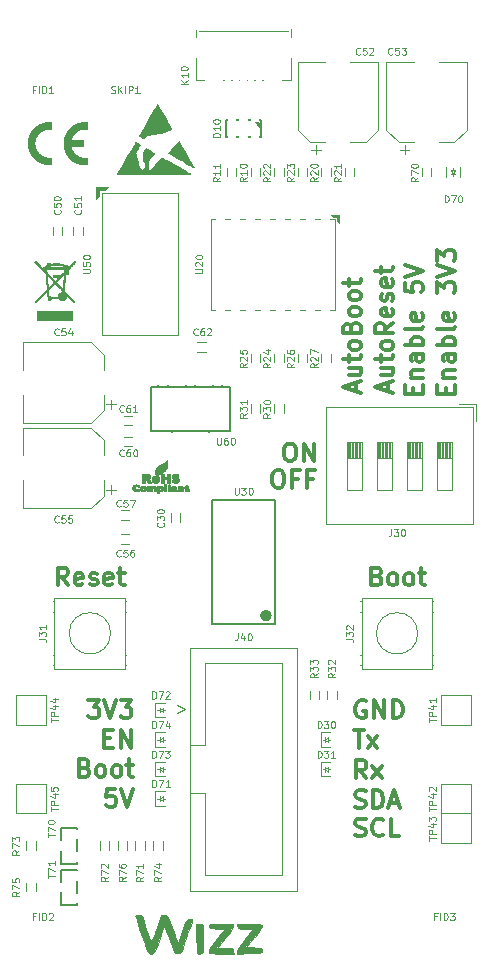
<source format=gbr>
%TF.GenerationSoftware,KiCad,Pcbnew,(5.1.10)-1*%
%TF.CreationDate,2021-10-19T08:52:40+02:00*%
%TF.ProjectId,EspOptoProg,4573704f-7074-46f5-9072-6f672e6b6963,rev?*%
%TF.SameCoordinates,Original*%
%TF.FileFunction,Legend,Top*%
%TF.FilePolarity,Positive*%
%FSLAX46Y46*%
G04 Gerber Fmt 4.6, Leading zero omitted, Abs format (unit mm)*
G04 Created by KiCad (PCBNEW (5.1.10)-1) date 2021-10-19 08:52:40*
%MOMM*%
%LPD*%
G01*
G04 APERTURE LIST*
%ADD10C,0.300000*%
%ADD11C,0.010000*%
%ADD12C,0.100000*%
%ADD13C,0.120000*%
%ADD14C,0.149860*%
%ADD15C,0.500000*%
%ADD16C,0.127000*%
%ADD17C,0.002540*%
%ADD18C,2.000000*%
%ADD19O,2.100000X1.300000*%
%ADD20O,1.700000X1.700000*%
%ADD21C,1.800000*%
%ADD22O,2.300000X1.800000*%
%ADD23O,9.100000X2.100000*%
%ADD24O,1.000000X1.650000*%
%ADD25O,1.400000X1.100000*%
G04 APERTURE END LIST*
D10*
X22805000Y42821428D02*
X23090714Y42821428D01*
X23233571Y42750000D01*
X23376428Y42607142D01*
X23447857Y42321428D01*
X23447857Y41821428D01*
X23376428Y41535714D01*
X23233571Y41392857D01*
X23090714Y41321428D01*
X22805000Y41321428D01*
X22662142Y41392857D01*
X22519285Y41535714D01*
X22447857Y41821428D01*
X22447857Y42321428D01*
X22519285Y42607142D01*
X22662142Y42750000D01*
X22805000Y42821428D01*
X24590714Y42107142D02*
X24090714Y42107142D01*
X24090714Y41321428D02*
X24090714Y42821428D01*
X24805000Y42821428D01*
X25876428Y42107142D02*
X25376428Y42107142D01*
X25376428Y41321428D02*
X25376428Y42821428D01*
X26090714Y42821428D01*
X37142857Y49302142D02*
X37142857Y49802142D01*
X37928571Y50016428D02*
X37928571Y49302142D01*
X36428571Y49302142D01*
X36428571Y50016428D01*
X36928571Y50659285D02*
X37928571Y50659285D01*
X37071428Y50659285D02*
X37000000Y50730714D01*
X36928571Y50873571D01*
X36928571Y51087857D01*
X37000000Y51230714D01*
X37142857Y51302142D01*
X37928571Y51302142D01*
X37928571Y52659285D02*
X37142857Y52659285D01*
X37000000Y52587857D01*
X36928571Y52445000D01*
X36928571Y52159285D01*
X37000000Y52016428D01*
X37857142Y52659285D02*
X37928571Y52516428D01*
X37928571Y52159285D01*
X37857142Y52016428D01*
X37714285Y51945000D01*
X37571428Y51945000D01*
X37428571Y52016428D01*
X37357142Y52159285D01*
X37357142Y52516428D01*
X37285714Y52659285D01*
X37928571Y53373571D02*
X36428571Y53373571D01*
X37000000Y53373571D02*
X36928571Y53516428D01*
X36928571Y53802142D01*
X37000000Y53945000D01*
X37071428Y54016428D01*
X37214285Y54087857D01*
X37642857Y54087857D01*
X37785714Y54016428D01*
X37857142Y53945000D01*
X37928571Y53802142D01*
X37928571Y53516428D01*
X37857142Y53373571D01*
X37928571Y54945000D02*
X37857142Y54802142D01*
X37714285Y54730714D01*
X36428571Y54730714D01*
X37857142Y56087857D02*
X37928571Y55945000D01*
X37928571Y55659285D01*
X37857142Y55516428D01*
X37714285Y55445000D01*
X37142857Y55445000D01*
X37000000Y55516428D01*
X36928571Y55659285D01*
X36928571Y55945000D01*
X37000000Y56087857D01*
X37142857Y56159285D01*
X37285714Y56159285D01*
X37428571Y55445000D01*
X36428571Y57802142D02*
X36428571Y58730714D01*
X37000000Y58230714D01*
X37000000Y58445000D01*
X37071428Y58587857D01*
X37142857Y58659285D01*
X37285714Y58730714D01*
X37642857Y58730714D01*
X37785714Y58659285D01*
X37857142Y58587857D01*
X37928571Y58445000D01*
X37928571Y58016428D01*
X37857142Y57873571D01*
X37785714Y57802142D01*
X36428571Y59159285D02*
X37928571Y59659285D01*
X36428571Y60159285D01*
X36428571Y60516428D02*
X36428571Y61445000D01*
X37000000Y60945000D01*
X37000000Y61159285D01*
X37071428Y61302142D01*
X37142857Y61373571D01*
X37285714Y61445000D01*
X37642857Y61445000D01*
X37785714Y61373571D01*
X37857142Y61302142D01*
X37928571Y61159285D01*
X37928571Y60730714D01*
X37857142Y60587857D01*
X37785714Y60516428D01*
X34392857Y49302142D02*
X34392857Y49802142D01*
X35178571Y50016428D02*
X35178571Y49302142D01*
X33678571Y49302142D01*
X33678571Y50016428D01*
X34178571Y50659285D02*
X35178571Y50659285D01*
X34321428Y50659285D02*
X34250000Y50730714D01*
X34178571Y50873571D01*
X34178571Y51087857D01*
X34250000Y51230714D01*
X34392857Y51302142D01*
X35178571Y51302142D01*
X35178571Y52659285D02*
X34392857Y52659285D01*
X34250000Y52587857D01*
X34178571Y52445000D01*
X34178571Y52159285D01*
X34250000Y52016428D01*
X35107142Y52659285D02*
X35178571Y52516428D01*
X35178571Y52159285D01*
X35107142Y52016428D01*
X34964285Y51945000D01*
X34821428Y51945000D01*
X34678571Y52016428D01*
X34607142Y52159285D01*
X34607142Y52516428D01*
X34535714Y52659285D01*
X35178571Y53373571D02*
X33678571Y53373571D01*
X34250000Y53373571D02*
X34178571Y53516428D01*
X34178571Y53802142D01*
X34250000Y53945000D01*
X34321428Y54016428D01*
X34464285Y54087857D01*
X34892857Y54087857D01*
X35035714Y54016428D01*
X35107142Y53945000D01*
X35178571Y53802142D01*
X35178571Y53516428D01*
X35107142Y53373571D01*
X35178571Y54945000D02*
X35107142Y54802142D01*
X34964285Y54730714D01*
X33678571Y54730714D01*
X35107142Y56087857D02*
X35178571Y55945000D01*
X35178571Y55659285D01*
X35107142Y55516428D01*
X34964285Y55445000D01*
X34392857Y55445000D01*
X34250000Y55516428D01*
X34178571Y55659285D01*
X34178571Y55945000D01*
X34250000Y56087857D01*
X34392857Y56159285D01*
X34535714Y56159285D01*
X34678571Y55445000D01*
X33678571Y58659285D02*
X33678571Y57945000D01*
X34392857Y57873571D01*
X34321428Y57945000D01*
X34250000Y58087857D01*
X34250000Y58445000D01*
X34321428Y58587857D01*
X34392857Y58659285D01*
X34535714Y58730714D01*
X34892857Y58730714D01*
X35035714Y58659285D01*
X35107142Y58587857D01*
X35178571Y58445000D01*
X35178571Y58087857D01*
X35107142Y57945000D01*
X35035714Y57873571D01*
X33678571Y59159285D02*
X35178571Y59659285D01*
X33678571Y60159285D01*
X32250000Y49480714D02*
X32250000Y50195000D01*
X32678571Y49337857D02*
X31178571Y49837857D01*
X32678571Y50337857D01*
X31678571Y51480714D02*
X32678571Y51480714D01*
X31678571Y50837857D02*
X32464285Y50837857D01*
X32607142Y50909285D01*
X32678571Y51052142D01*
X32678571Y51266428D01*
X32607142Y51409285D01*
X32535714Y51480714D01*
X31678571Y51980714D02*
X31678571Y52552142D01*
X31178571Y52195000D02*
X32464285Y52195000D01*
X32607142Y52266428D01*
X32678571Y52409285D01*
X32678571Y52552142D01*
X32678571Y53266428D02*
X32607142Y53123571D01*
X32535714Y53052142D01*
X32392857Y52980714D01*
X31964285Y52980714D01*
X31821428Y53052142D01*
X31750000Y53123571D01*
X31678571Y53266428D01*
X31678571Y53480714D01*
X31750000Y53623571D01*
X31821428Y53695000D01*
X31964285Y53766428D01*
X32392857Y53766428D01*
X32535714Y53695000D01*
X32607142Y53623571D01*
X32678571Y53480714D01*
X32678571Y53266428D01*
X32678571Y55266428D02*
X31964285Y54766428D01*
X32678571Y54409285D02*
X31178571Y54409285D01*
X31178571Y54980714D01*
X31250000Y55123571D01*
X31321428Y55195000D01*
X31464285Y55266428D01*
X31678571Y55266428D01*
X31821428Y55195000D01*
X31892857Y55123571D01*
X31964285Y54980714D01*
X31964285Y54409285D01*
X32607142Y56480714D02*
X32678571Y56337857D01*
X32678571Y56052142D01*
X32607142Y55909285D01*
X32464285Y55837857D01*
X31892857Y55837857D01*
X31750000Y55909285D01*
X31678571Y56052142D01*
X31678571Y56337857D01*
X31750000Y56480714D01*
X31892857Y56552142D01*
X32035714Y56552142D01*
X32178571Y55837857D01*
X32607142Y57123571D02*
X32678571Y57266428D01*
X32678571Y57552142D01*
X32607142Y57695000D01*
X32464285Y57766428D01*
X32392857Y57766428D01*
X32250000Y57695000D01*
X32178571Y57552142D01*
X32178571Y57337857D01*
X32107142Y57195000D01*
X31964285Y57123571D01*
X31892857Y57123571D01*
X31750000Y57195000D01*
X31678571Y57337857D01*
X31678571Y57552142D01*
X31750000Y57695000D01*
X32607142Y58980714D02*
X32678571Y58837857D01*
X32678571Y58552142D01*
X32607142Y58409285D01*
X32464285Y58337857D01*
X31892857Y58337857D01*
X31750000Y58409285D01*
X31678571Y58552142D01*
X31678571Y58837857D01*
X31750000Y58980714D01*
X31892857Y59052142D01*
X32035714Y59052142D01*
X32178571Y58337857D01*
X31678571Y59480714D02*
X31678571Y60052142D01*
X31178571Y59695000D02*
X32464285Y59695000D01*
X32607142Y59766428D01*
X32678571Y59909285D01*
X32678571Y60052142D01*
X29500000Y49480714D02*
X29500000Y50195000D01*
X29928571Y49337857D02*
X28428571Y49837857D01*
X29928571Y50337857D01*
X28928571Y51480714D02*
X29928571Y51480714D01*
X28928571Y50837857D02*
X29714285Y50837857D01*
X29857142Y50909285D01*
X29928571Y51052142D01*
X29928571Y51266428D01*
X29857142Y51409285D01*
X29785714Y51480714D01*
X28928571Y51980714D02*
X28928571Y52552142D01*
X28428571Y52195000D02*
X29714285Y52195000D01*
X29857142Y52266428D01*
X29928571Y52409285D01*
X29928571Y52552142D01*
X29928571Y53266428D02*
X29857142Y53123571D01*
X29785714Y53052142D01*
X29642857Y52980714D01*
X29214285Y52980714D01*
X29071428Y53052142D01*
X29000000Y53123571D01*
X28928571Y53266428D01*
X28928571Y53480714D01*
X29000000Y53623571D01*
X29071428Y53695000D01*
X29214285Y53766428D01*
X29642857Y53766428D01*
X29785714Y53695000D01*
X29857142Y53623571D01*
X29928571Y53480714D01*
X29928571Y53266428D01*
X29142857Y54909285D02*
X29214285Y55123571D01*
X29285714Y55195000D01*
X29428571Y55266428D01*
X29642857Y55266428D01*
X29785714Y55195000D01*
X29857142Y55123571D01*
X29928571Y54980714D01*
X29928571Y54409285D01*
X28428571Y54409285D01*
X28428571Y54909285D01*
X28500000Y55052142D01*
X28571428Y55123571D01*
X28714285Y55195000D01*
X28857142Y55195000D01*
X29000000Y55123571D01*
X29071428Y55052142D01*
X29142857Y54909285D01*
X29142857Y54409285D01*
X29928571Y56123571D02*
X29857142Y55980714D01*
X29785714Y55909285D01*
X29642857Y55837857D01*
X29214285Y55837857D01*
X29071428Y55909285D01*
X29000000Y55980714D01*
X28928571Y56123571D01*
X28928571Y56337857D01*
X29000000Y56480714D01*
X29071428Y56552142D01*
X29214285Y56623571D01*
X29642857Y56623571D01*
X29785714Y56552142D01*
X29857142Y56480714D01*
X29928571Y56337857D01*
X29928571Y56123571D01*
X29928571Y57480714D02*
X29857142Y57337857D01*
X29785714Y57266428D01*
X29642857Y57195000D01*
X29214285Y57195000D01*
X29071428Y57266428D01*
X29000000Y57337857D01*
X28928571Y57480714D01*
X28928571Y57695000D01*
X29000000Y57837857D01*
X29071428Y57909285D01*
X29214285Y57980714D01*
X29642857Y57980714D01*
X29785714Y57909285D01*
X29857142Y57837857D01*
X29928571Y57695000D01*
X29928571Y57480714D01*
X28928571Y58409285D02*
X28928571Y58980714D01*
X28428571Y58623571D02*
X29714285Y58623571D01*
X29857142Y58695000D01*
X29928571Y58837857D01*
X29928571Y58980714D01*
X23805000Y45071428D02*
X24090714Y45071428D01*
X24233571Y45000000D01*
X24376428Y44857142D01*
X24447857Y44571428D01*
X24447857Y44071428D01*
X24376428Y43785714D01*
X24233571Y43642857D01*
X24090714Y43571428D01*
X23805000Y43571428D01*
X23662142Y43642857D01*
X23519285Y43785714D01*
X23447857Y44071428D01*
X23447857Y44571428D01*
X23519285Y44857142D01*
X23662142Y45000000D01*
X23805000Y45071428D01*
X25090714Y43571428D02*
X25090714Y45071428D01*
X25947857Y43571428D01*
X25947857Y45071428D01*
X8233571Y20107142D02*
X8733571Y20107142D01*
X8947857Y19321428D02*
X8233571Y19321428D01*
X8233571Y20821428D01*
X8947857Y20821428D01*
X9590714Y19321428D02*
X9590714Y20821428D01*
X10447857Y19321428D01*
X10447857Y20821428D01*
X9162142Y15821428D02*
X8447857Y15821428D01*
X8376428Y15107142D01*
X8447857Y15178571D01*
X8590714Y15250000D01*
X8947857Y15250000D01*
X9090714Y15178571D01*
X9162142Y15107142D01*
X9233571Y14964285D01*
X9233571Y14607142D01*
X9162142Y14464285D01*
X9090714Y14392857D01*
X8947857Y14321428D01*
X8590714Y14321428D01*
X8447857Y14392857D01*
X8376428Y14464285D01*
X9662142Y15821428D02*
X10162142Y14321428D01*
X10662142Y15821428D01*
X6590714Y17607142D02*
X6805000Y17535714D01*
X6876428Y17464285D01*
X6947857Y17321428D01*
X6947857Y17107142D01*
X6876428Y16964285D01*
X6805000Y16892857D01*
X6662142Y16821428D01*
X6090714Y16821428D01*
X6090714Y18321428D01*
X6590714Y18321428D01*
X6733571Y18250000D01*
X6805000Y18178571D01*
X6876428Y18035714D01*
X6876428Y17892857D01*
X6805000Y17750000D01*
X6733571Y17678571D01*
X6590714Y17607142D01*
X6090714Y17607142D01*
X7805000Y16821428D02*
X7662142Y16892857D01*
X7590714Y16964285D01*
X7519285Y17107142D01*
X7519285Y17535714D01*
X7590714Y17678571D01*
X7662142Y17750000D01*
X7805000Y17821428D01*
X8019285Y17821428D01*
X8162142Y17750000D01*
X8233571Y17678571D01*
X8305000Y17535714D01*
X8305000Y17107142D01*
X8233571Y16964285D01*
X8162142Y16892857D01*
X8019285Y16821428D01*
X7805000Y16821428D01*
X9162142Y16821428D02*
X9019285Y16892857D01*
X8947857Y16964285D01*
X8876428Y17107142D01*
X8876428Y17535714D01*
X8947857Y17678571D01*
X9019285Y17750000D01*
X9162142Y17821428D01*
X9376428Y17821428D01*
X9519285Y17750000D01*
X9590714Y17678571D01*
X9662142Y17535714D01*
X9662142Y17107142D01*
X9590714Y16964285D01*
X9519285Y16892857D01*
X9376428Y16821428D01*
X9162142Y16821428D01*
X10090714Y17821428D02*
X10662142Y17821428D01*
X10305000Y18321428D02*
X10305000Y17035714D01*
X10376428Y16892857D01*
X10519285Y16821428D01*
X10662142Y16821428D01*
X6876428Y23321428D02*
X7805000Y23321428D01*
X7305000Y22750000D01*
X7519285Y22750000D01*
X7662142Y22678571D01*
X7733571Y22607142D01*
X7805000Y22464285D01*
X7805000Y22107142D01*
X7733571Y21964285D01*
X7662142Y21892857D01*
X7519285Y21821428D01*
X7090714Y21821428D01*
X6947857Y21892857D01*
X6876428Y21964285D01*
X8233571Y23321428D02*
X8733571Y21821428D01*
X9233571Y23321428D01*
X9590714Y23321428D02*
X10519285Y23321428D01*
X10019285Y22750000D01*
X10233571Y22750000D01*
X10376428Y22678571D01*
X10447857Y22607142D01*
X10519285Y22464285D01*
X10519285Y22107142D01*
X10447857Y21964285D01*
X10376428Y21892857D01*
X10233571Y21821428D01*
X9805000Y21821428D01*
X9662142Y21892857D01*
X9590714Y21964285D01*
X30409285Y16741428D02*
X29909285Y17455714D01*
X29552142Y16741428D02*
X29552142Y18241428D01*
X30123571Y18241428D01*
X30266428Y18170000D01*
X30337857Y18098571D01*
X30409285Y17955714D01*
X30409285Y17741428D01*
X30337857Y17598571D01*
X30266428Y17527142D01*
X30123571Y17455714D01*
X29552142Y17455714D01*
X30909285Y16741428D02*
X31695000Y17741428D01*
X30909285Y17741428D02*
X31695000Y16741428D01*
X29480714Y14272857D02*
X29695000Y14201428D01*
X30052142Y14201428D01*
X30195000Y14272857D01*
X30266428Y14344285D01*
X30337857Y14487142D01*
X30337857Y14630000D01*
X30266428Y14772857D01*
X30195000Y14844285D01*
X30052142Y14915714D01*
X29766428Y14987142D01*
X29623571Y15058571D01*
X29552142Y15130000D01*
X29480714Y15272857D01*
X29480714Y15415714D01*
X29552142Y15558571D01*
X29623571Y15630000D01*
X29766428Y15701428D01*
X30123571Y15701428D01*
X30337857Y15630000D01*
X30980714Y14201428D02*
X30980714Y15701428D01*
X31337857Y15701428D01*
X31552142Y15630000D01*
X31695000Y15487142D01*
X31766428Y15344285D01*
X31837857Y15058571D01*
X31837857Y14844285D01*
X31766428Y14558571D01*
X31695000Y14415714D01*
X31552142Y14272857D01*
X31337857Y14201428D01*
X30980714Y14201428D01*
X32409285Y14630000D02*
X33123571Y14630000D01*
X32266428Y14201428D02*
X32766428Y15701428D01*
X33266428Y14201428D01*
X30337857Y23250000D02*
X30195000Y23321428D01*
X29980714Y23321428D01*
X29766428Y23250000D01*
X29623571Y23107142D01*
X29552142Y22964285D01*
X29480714Y22678571D01*
X29480714Y22464285D01*
X29552142Y22178571D01*
X29623571Y22035714D01*
X29766428Y21892857D01*
X29980714Y21821428D01*
X30123571Y21821428D01*
X30337857Y21892857D01*
X30409285Y21964285D01*
X30409285Y22464285D01*
X30123571Y22464285D01*
X31052142Y21821428D02*
X31052142Y23321428D01*
X31909285Y21821428D01*
X31909285Y23321428D01*
X32623571Y21821428D02*
X32623571Y23321428D01*
X32980714Y23321428D01*
X33195000Y23250000D01*
X33337857Y23107142D01*
X33409285Y22964285D01*
X33480714Y22678571D01*
X33480714Y22464285D01*
X33409285Y22178571D01*
X33337857Y22035714D01*
X33195000Y21892857D01*
X32980714Y21821428D01*
X32623571Y21821428D01*
X29337857Y20821428D02*
X30195000Y20821428D01*
X29766428Y19321428D02*
X29766428Y20821428D01*
X30552142Y19321428D02*
X31337857Y20321428D01*
X30552142Y20321428D02*
X31337857Y19321428D01*
X29480714Y11892857D02*
X29695000Y11821428D01*
X30052142Y11821428D01*
X30195000Y11892857D01*
X30266428Y11964285D01*
X30337857Y12107142D01*
X30337857Y12250000D01*
X30266428Y12392857D01*
X30195000Y12464285D01*
X30052142Y12535714D01*
X29766428Y12607142D01*
X29623571Y12678571D01*
X29552142Y12750000D01*
X29480714Y12892857D01*
X29480714Y13035714D01*
X29552142Y13178571D01*
X29623571Y13250000D01*
X29766428Y13321428D01*
X30123571Y13321428D01*
X30337857Y13250000D01*
X31837857Y11964285D02*
X31766428Y11892857D01*
X31552142Y11821428D01*
X31409285Y11821428D01*
X31195000Y11892857D01*
X31052142Y12035714D01*
X30980714Y12178571D01*
X30909285Y12464285D01*
X30909285Y12678571D01*
X30980714Y12964285D01*
X31052142Y13107142D01*
X31195000Y13250000D01*
X31409285Y13321428D01*
X31552142Y13321428D01*
X31766428Y13250000D01*
X31837857Y13178571D01*
X33195000Y11821428D02*
X32480714Y11821428D01*
X32480714Y13321428D01*
D11*
%TO.C,LOGO1*%
G36*
X20528136Y4404773D02*
G01*
X20976997Y4390821D01*
X21282082Y4370829D01*
X21468929Y4341167D01*
X21563078Y4298203D01*
X21588429Y4254000D01*
X21546527Y4143651D01*
X21414712Y3933114D01*
X21212717Y3651242D01*
X20960275Y3326888D01*
X20922522Y3280333D01*
X20232457Y2433667D01*
X20730062Y2411874D01*
X21134113Y2387263D01*
X21395253Y2349767D01*
X21539862Y2290252D01*
X21594320Y2199588D01*
X21592996Y2113174D01*
X21573712Y2034560D01*
X21523202Y1980745D01*
X21412845Y1946043D01*
X21214022Y1924772D01*
X20898111Y1911248D01*
X20529167Y1901894D01*
X19492000Y1878122D01*
X19492000Y2082109D01*
X19548897Y2247773D01*
X19712590Y2519260D01*
X19972578Y2880264D01*
X20161471Y3121881D01*
X20830942Y3957667D01*
X20161471Y3982258D01*
X19827855Y3997139D01*
X19628809Y4019619D01*
X19529631Y4061901D01*
X19495619Y4136189D01*
X19492000Y4217697D01*
X19492000Y4428545D01*
X20528136Y4404773D01*
G37*
X20528136Y4404773D02*
X20976997Y4390821D01*
X21282082Y4370829D01*
X21468929Y4341167D01*
X21563078Y4298203D01*
X21588429Y4254000D01*
X21546527Y4143651D01*
X21414712Y3933114D01*
X21212717Y3651242D01*
X20960275Y3326888D01*
X20922522Y3280333D01*
X20232457Y2433667D01*
X20730062Y2411874D01*
X21134113Y2387263D01*
X21395253Y2349767D01*
X21539862Y2290252D01*
X21594320Y2199588D01*
X21592996Y2113174D01*
X21573712Y2034560D01*
X21523202Y1980745D01*
X21412845Y1946043D01*
X21214022Y1924772D01*
X20898111Y1911248D01*
X20529167Y1901894D01*
X19492000Y1878122D01*
X19492000Y2082109D01*
X19548897Y2247773D01*
X19712590Y2519260D01*
X19972578Y2880264D01*
X20161471Y3121881D01*
X20830942Y3957667D01*
X20161471Y3982258D01*
X19827855Y3997139D01*
X19628809Y4019619D01*
X19529631Y4061901D01*
X19495619Y4136189D01*
X19492000Y4217697D01*
X19492000Y4428545D01*
X20528136Y4404773D01*
G36*
X18570899Y4421991D02*
G01*
X18856358Y4414526D01*
X19029044Y4395784D01*
X19117238Y4360607D01*
X19149219Y4303841D01*
X19153333Y4239382D01*
X19100606Y4101470D01*
X18955291Y3865276D01*
X18736691Y3559621D01*
X18475283Y3226956D01*
X17797234Y2398482D01*
X18454117Y2373741D01*
X18784132Y2358768D01*
X18981424Y2335449D01*
X19082518Y2290025D01*
X19123939Y2208734D01*
X19137790Y2116167D01*
X19164581Y1883333D01*
X18157068Y1883333D01*
X17759857Y1887824D01*
X17426496Y1900044D01*
X17192340Y1918118D01*
X17093111Y1939778D01*
X17042914Y2039300D01*
X17067603Y2182486D01*
X17177641Y2388722D01*
X17383491Y2677395D01*
X17695616Y3067889D01*
X17714000Y3090192D01*
X17970793Y3404729D01*
X18182894Y3670884D01*
X18329734Y3862380D01*
X18390744Y3952937D01*
X18391333Y3955513D01*
X18313624Y3976916D01*
X18108284Y3992682D01*
X17816993Y3999849D01*
X17765392Y4000000D01*
X17399157Y4012577D01*
X17178866Y4057288D01*
X17082520Y4144608D01*
X17088122Y4285011D01*
X17098527Y4317500D01*
X17171520Y4366734D01*
X17361676Y4399605D01*
X17686462Y4417880D01*
X18144389Y4423333D01*
X18570899Y4421991D01*
G37*
X18570899Y4421991D02*
X18856358Y4414526D01*
X19029044Y4395784D01*
X19117238Y4360607D01*
X19149219Y4303841D01*
X19153333Y4239382D01*
X19100606Y4101470D01*
X18955291Y3865276D01*
X18736691Y3559621D01*
X18475283Y3226956D01*
X17797234Y2398482D01*
X18454117Y2373741D01*
X18784132Y2358768D01*
X18981424Y2335449D01*
X19082518Y2290025D01*
X19123939Y2208734D01*
X19137790Y2116167D01*
X19164581Y1883333D01*
X18157068Y1883333D01*
X17759857Y1887824D01*
X17426496Y1900044D01*
X17192340Y1918118D01*
X17093111Y1939778D01*
X17042914Y2039300D01*
X17067603Y2182486D01*
X17177641Y2388722D01*
X17383491Y2677395D01*
X17695616Y3067889D01*
X17714000Y3090192D01*
X17970793Y3404729D01*
X18182894Y3670884D01*
X18329734Y3862380D01*
X18390744Y3952937D01*
X18391333Y3955513D01*
X18313624Y3976916D01*
X18108284Y3992682D01*
X17816993Y3999849D01*
X17765392Y4000000D01*
X17399157Y4012577D01*
X17178866Y4057288D01*
X17082520Y4144608D01*
X17088122Y4285011D01*
X17098527Y4317500D01*
X17171520Y4366734D01*
X17361676Y4399605D01*
X17686462Y4417880D01*
X18144389Y4423333D01*
X18570899Y4421991D01*
G36*
X16471826Y4378889D02*
G01*
X16561941Y4289409D01*
X16584189Y4145557D01*
X16599965Y3875467D01*
X16609269Y3522110D01*
X16612102Y3128458D01*
X16608464Y2737480D01*
X16598353Y2392150D01*
X16581771Y2135438D01*
X16561941Y2017258D01*
X16447859Y1918268D01*
X16262793Y1881807D01*
X16098171Y1922485D01*
X16077111Y1939778D01*
X16056949Y2040418D01*
X16039970Y2278560D01*
X16027588Y2622381D01*
X16021217Y3040058D01*
X16020667Y3209778D01*
X16020667Y4423333D01*
X16265608Y4423333D01*
X16471826Y4378889D01*
G37*
X16471826Y4378889D02*
X16561941Y4289409D01*
X16584189Y4145557D01*
X16599965Y3875467D01*
X16609269Y3522110D01*
X16612102Y3128458D01*
X16608464Y2737480D01*
X16598353Y2392150D01*
X16581771Y2135438D01*
X16561941Y2017258D01*
X16447859Y1918268D01*
X16262793Y1881807D01*
X16098171Y1922485D01*
X16077111Y1939778D01*
X16056949Y2040418D01*
X16039970Y2278560D01*
X16027588Y2622381D01*
X16021217Y3040058D01*
X16020667Y3209778D01*
X16020667Y4423333D01*
X16265608Y4423333D01*
X16471826Y4378889D01*
G36*
X11223012Y5153657D02*
G01*
X11305515Y5113539D01*
X11379901Y5024222D01*
X11459755Y4860745D01*
X11558664Y4598150D01*
X11690216Y4211480D01*
X11768306Y3976402D01*
X11908605Y3569873D01*
X12035155Y3234138D01*
X12137162Y2995534D01*
X12203838Y2880398D01*
X12219296Y2875735D01*
X12268702Y2976371D01*
X12359381Y3206351D01*
X12479550Y3534212D01*
X12617426Y3928491D01*
X12656187Y4042333D01*
X13028787Y5143000D01*
X13303778Y5143000D01*
X13447850Y5134001D01*
X13547132Y5084218D01*
X13629262Y4959477D01*
X13721878Y4725599D01*
X13783073Y4550333D01*
X13922816Y4149006D01*
X14082888Y3695208D01*
X14210722Y3337133D01*
X14434067Y2716598D01*
X14787376Y3760466D01*
X14932694Y4186006D01*
X15039606Y4477406D01*
X15123663Y4661035D01*
X15200412Y4763259D01*
X15285403Y4810447D01*
X15394186Y4828967D01*
X15418930Y4831430D01*
X15604621Y4836224D01*
X15662581Y4785408D01*
X15647220Y4704430D01*
X15603997Y4574578D01*
X15516800Y4315210D01*
X15396030Y3957178D01*
X15252090Y3531331D01*
X15152799Y3238000D01*
X14985469Y2749160D01*
X14858834Y2398117D01*
X14761350Y2161592D01*
X14681474Y2016307D01*
X14607664Y1938985D01*
X14528375Y1906348D01*
X14489419Y1900220D01*
X14356264Y1897458D01*
X14248877Y1940454D01*
X14151131Y2053332D01*
X14046899Y2260210D01*
X13920056Y2585212D01*
X13793144Y2941667D01*
X13613559Y3460938D01*
X13482390Y3827680D01*
X13384335Y4046247D01*
X13304089Y4120998D01*
X13226348Y4056287D01*
X13135808Y3856472D01*
X13017165Y3525909D01*
X12900842Y3195667D01*
X12726527Y2711167D01*
X12596311Y2363523D01*
X12497610Y2130027D01*
X12417842Y1987969D01*
X12344425Y1914640D01*
X12264776Y1887333D01*
X12173703Y1883333D01*
X11984211Y1925586D01*
X11895179Y1989167D01*
X11842575Y2101819D01*
X11749833Y2343865D01*
X11627728Y2683199D01*
X11487037Y3087718D01*
X11338534Y3525316D01*
X11192996Y3963889D01*
X11061199Y4371332D01*
X10953917Y4715541D01*
X10881927Y4964411D01*
X10856000Y5085244D01*
X10931008Y5163984D01*
X11118805Y5169531D01*
X11223012Y5153657D01*
G37*
X11223012Y5153657D02*
X11305515Y5113539D01*
X11379901Y5024222D01*
X11459755Y4860745D01*
X11558664Y4598150D01*
X11690216Y4211480D01*
X11768306Y3976402D01*
X11908605Y3569873D01*
X12035155Y3234138D01*
X12137162Y2995534D01*
X12203838Y2880398D01*
X12219296Y2875735D01*
X12268702Y2976371D01*
X12359381Y3206351D01*
X12479550Y3534212D01*
X12617426Y3928491D01*
X12656187Y4042333D01*
X13028787Y5143000D01*
X13303778Y5143000D01*
X13447850Y5134001D01*
X13547132Y5084218D01*
X13629262Y4959477D01*
X13721878Y4725599D01*
X13783073Y4550333D01*
X13922816Y4149006D01*
X14082888Y3695208D01*
X14210722Y3337133D01*
X14434067Y2716598D01*
X14787376Y3760466D01*
X14932694Y4186006D01*
X15039606Y4477406D01*
X15123663Y4661035D01*
X15200412Y4763259D01*
X15285403Y4810447D01*
X15394186Y4828967D01*
X15418930Y4831430D01*
X15604621Y4836224D01*
X15662581Y4785408D01*
X15647220Y4704430D01*
X15603997Y4574578D01*
X15516800Y4315210D01*
X15396030Y3957178D01*
X15252090Y3531331D01*
X15152799Y3238000D01*
X14985469Y2749160D01*
X14858834Y2398117D01*
X14761350Y2161592D01*
X14681474Y2016307D01*
X14607664Y1938985D01*
X14528375Y1906348D01*
X14489419Y1900220D01*
X14356264Y1897458D01*
X14248877Y1940454D01*
X14151131Y2053332D01*
X14046899Y2260210D01*
X13920056Y2585212D01*
X13793144Y2941667D01*
X13613559Y3460938D01*
X13482390Y3827680D01*
X13384335Y4046247D01*
X13304089Y4120998D01*
X13226348Y4056287D01*
X13135808Y3856472D01*
X13017165Y3525909D01*
X12900842Y3195667D01*
X12726527Y2711167D01*
X12596311Y2363523D01*
X12497610Y2130027D01*
X12417842Y1987969D01*
X12344425Y1914640D01*
X12264776Y1887333D01*
X12173703Y1883333D01*
X11984211Y1925586D01*
X11895179Y1989167D01*
X11842575Y2101819D01*
X11749833Y2343865D01*
X11627728Y2683199D01*
X11487037Y3087718D01*
X11338534Y3525316D01*
X11192996Y3963889D01*
X11061199Y4371332D01*
X10953917Y4715541D01*
X10881927Y4964411D01*
X10856000Y5085244D01*
X10931008Y5163984D01*
X11118805Y5169531D01*
X11223012Y5153657D01*
D12*
%TO.C,U20*%
X20595000Y55650000D02*
X20595000Y56350000D01*
X18055000Y55650000D02*
X18055000Y56350000D01*
X19325000Y55650000D02*
X19325000Y56350000D01*
X25675000Y55650000D02*
X25675000Y56350000D01*
X24405000Y55650000D02*
X24405000Y56350000D01*
X26945000Y55650000D02*
X26945000Y56350000D01*
X21865000Y55650000D02*
X21865000Y56350000D01*
X23135000Y55650000D02*
X23135000Y56350000D01*
X26945000Y64150000D02*
X26945000Y64850000D01*
X25675000Y64150000D02*
X25675000Y64850000D01*
X24405000Y64150000D02*
X24405000Y64850000D01*
X18055000Y64150000D02*
X18055000Y64850000D01*
X19325000Y64150000D02*
X19325000Y64850000D01*
X20595000Y64150000D02*
X20595000Y64850000D01*
X21865000Y64150000D02*
X21865000Y64850000D01*
X23135000Y64150000D02*
X23135000Y64850000D01*
G36*
X27900000Y63950000D02*
G01*
X27900000Y64250000D01*
X27600000Y64250000D01*
X27400000Y64450000D01*
X28100000Y64450000D01*
X28100000Y63750000D01*
X27900000Y63950000D01*
G37*
X27900000Y63950000D02*
X27900000Y64250000D01*
X27600000Y64250000D01*
X27400000Y64450000D01*
X28100000Y64450000D01*
X28100000Y63750000D01*
X27900000Y63950000D01*
D13*
X17240000Y60250000D02*
X17240000Y56390000D01*
X17240000Y56390000D02*
X17495000Y56390000D01*
X17240000Y60250000D02*
X17240000Y64110000D01*
X17240000Y64110000D02*
X17495000Y64110000D01*
X27760000Y60250000D02*
X27760000Y56390000D01*
X27760000Y56390000D02*
X17495000Y56390000D01*
X27760000Y60250000D02*
X27760000Y64110000D01*
X27760000Y64110000D02*
X17500000Y64110000D01*
D14*
%TO.C,U30*%
X17300000Y40250000D02*
X22700000Y40250000D01*
X22700000Y29750000D02*
X17300000Y29750000D01*
X17300000Y29750000D02*
X17300000Y40250000D01*
X22700000Y40250000D02*
X22700000Y29750000D01*
D15*
X22150000Y30500000D02*
G75*
G03*
X22150000Y30500000I-250000J0D01*
G01*
D13*
%TO.C,C53*%
X33258750Y69956250D02*
X34046250Y69956250D01*
X33652500Y69562500D02*
X33652500Y70350000D01*
X37845563Y70590000D02*
X38910000Y71654437D01*
X33154437Y70590000D02*
X32090000Y71654437D01*
X33154437Y70590000D02*
X34440000Y70590000D01*
X37845563Y70590000D02*
X36560000Y70590000D01*
X38910000Y71654437D02*
X38910000Y77410000D01*
X32090000Y71654437D02*
X32090000Y77410000D01*
X32090000Y77410000D02*
X34440000Y77410000D01*
X38910000Y77410000D02*
X36560000Y77410000D01*
D12*
%TO.C,U50*%
X14500000Y54250000D02*
X8000000Y54250000D01*
X8000000Y54250000D02*
X8000000Y66250000D01*
X8000000Y66250000D02*
X14500000Y66250000D01*
X14500000Y66250000D02*
X14500000Y54250000D01*
G36*
X8250000Y66500000D02*
G01*
X7750000Y66500000D01*
X7750000Y66000000D01*
X7500000Y65750000D01*
X7500000Y66750000D01*
X8500000Y66750000D01*
X8250000Y66500000D01*
G37*
X8250000Y66500000D02*
X7750000Y66500000D01*
X7750000Y66000000D01*
X7500000Y65750000D01*
X7500000Y66750000D01*
X8500000Y66750000D01*
X8250000Y66500000D01*
D13*
%TO.C,J30*%
X30015000Y43866667D02*
X28745000Y43866667D01*
X28815000Y45220000D02*
X28815000Y43866667D01*
X28935000Y45220000D02*
X28935000Y43866667D01*
X29055000Y45220000D02*
X29055000Y43866667D01*
X29175000Y45220000D02*
X29175000Y43866667D01*
X29295000Y45220000D02*
X29295000Y43866667D01*
X29415000Y45220000D02*
X29415000Y43866667D01*
X29535000Y45220000D02*
X29535000Y43866667D01*
X29655000Y45220000D02*
X29655000Y43866667D01*
X29775000Y45220000D02*
X29775000Y43866667D01*
X29895000Y45220000D02*
X29895000Y43866667D01*
X30015000Y41160000D02*
X30015000Y45220000D01*
X28745000Y41160000D02*
X30015000Y41160000D01*
X28745000Y45220000D02*
X28745000Y41160000D01*
X30015000Y45220000D02*
X28745000Y45220000D01*
X32555000Y43866667D02*
X31285000Y43866667D01*
X31355000Y45220000D02*
X31355000Y43866667D01*
X31475000Y45220000D02*
X31475000Y43866667D01*
X31595000Y45220000D02*
X31595000Y43866667D01*
X31715000Y45220000D02*
X31715000Y43866667D01*
X31835000Y45220000D02*
X31835000Y43866667D01*
X31955000Y45220000D02*
X31955000Y43866667D01*
X32075000Y45220000D02*
X32075000Y43866667D01*
X32195000Y45220000D02*
X32195000Y43866667D01*
X32315000Y45220000D02*
X32315000Y43866667D01*
X32435000Y45220000D02*
X32435000Y43866667D01*
X32555000Y41160000D02*
X32555000Y45220000D01*
X31285000Y41160000D02*
X32555000Y41160000D01*
X31285000Y45220000D02*
X31285000Y41160000D01*
X32555000Y45220000D02*
X31285000Y45220000D01*
X35095000Y43866667D02*
X33825000Y43866667D01*
X33895000Y45220000D02*
X33895000Y43866667D01*
X34015000Y45220000D02*
X34015000Y43866667D01*
X34135000Y45220000D02*
X34135000Y43866667D01*
X34255000Y45220000D02*
X34255000Y43866667D01*
X34375000Y45220000D02*
X34375000Y43866667D01*
X34495000Y45220000D02*
X34495000Y43866667D01*
X34615000Y45220000D02*
X34615000Y43866667D01*
X34735000Y45220000D02*
X34735000Y43866667D01*
X34855000Y45220000D02*
X34855000Y43866667D01*
X34975000Y45220000D02*
X34975000Y43866667D01*
X35095000Y41160000D02*
X35095000Y45220000D01*
X33825000Y41160000D02*
X35095000Y41160000D01*
X33825000Y45220000D02*
X33825000Y41160000D01*
X35095000Y45220000D02*
X33825000Y45220000D01*
X37635000Y43866667D02*
X36365000Y43866667D01*
X36435000Y45220000D02*
X36435000Y43866667D01*
X36555000Y45220000D02*
X36555000Y43866667D01*
X36675000Y45220000D02*
X36675000Y43866667D01*
X36795000Y45220000D02*
X36795000Y43866667D01*
X36915000Y45220000D02*
X36915000Y43866667D01*
X37035000Y45220000D02*
X37035000Y43866667D01*
X37155000Y45220000D02*
X37155000Y43866667D01*
X37275000Y45220000D02*
X37275000Y43866667D01*
X37395000Y45220000D02*
X37395000Y43866667D01*
X37515000Y45220000D02*
X37515000Y43866667D01*
X37635000Y41160000D02*
X37635000Y45220000D01*
X36365000Y41160000D02*
X37635000Y41160000D01*
X36365000Y45220000D02*
X36365000Y41160000D01*
X37635000Y45220000D02*
X36365000Y45220000D01*
X39660000Y48380000D02*
X38277000Y48380000D01*
X39660000Y48380000D02*
X39660000Y46996000D01*
X39420000Y38240000D02*
X26960000Y38240000D01*
X39420000Y48140000D02*
X26960000Y48140000D01*
X26960000Y48140000D02*
X26960000Y38240000D01*
X39420000Y48140000D02*
X39420000Y38240000D01*
%TO.C,J40*%
X15440000Y27790000D02*
X24560000Y27790000D01*
X24560000Y27790000D02*
X24560000Y7210000D01*
X24560000Y7210000D02*
X15440000Y7210000D01*
X15440000Y7210000D02*
X15440000Y27790000D01*
X15440000Y19550000D02*
X16750000Y19550000D01*
X16750000Y19550000D02*
X16750000Y26490000D01*
X16750000Y26490000D02*
X23250000Y26490000D01*
X23250000Y26490000D02*
X23250000Y8510000D01*
X23250000Y8510000D02*
X16750000Y8510000D01*
X16750000Y8510000D02*
X16750000Y15450000D01*
X16750000Y15450000D02*
X16750000Y15450000D01*
X16750000Y15450000D02*
X15440000Y15450000D01*
X15050000Y22580000D02*
X14050000Y23080000D01*
X14050000Y23080000D02*
X14050000Y22080000D01*
X14050000Y22080000D02*
X15050000Y22580000D01*
D12*
%TO.C,C57*%
X9200000Y39400000D02*
X9200000Y38600000D01*
X10800000Y39400000D02*
X9200000Y39400000D01*
X10800000Y38600000D02*
X10800000Y39400000D01*
X9200000Y38600000D02*
X10800000Y38600000D01*
%TO.C,C56*%
X9200000Y37400000D02*
X9200000Y36600000D01*
X10800000Y37400000D02*
X9200000Y37400000D01*
X10800000Y36600000D02*
X10800000Y37400000D01*
X9200000Y36600000D02*
X10800000Y36600000D01*
D13*
%TO.C,C55*%
X8793750Y40758750D02*
X8793750Y41546250D01*
X9187500Y41152500D02*
X8400000Y41152500D01*
X8160000Y45345563D02*
X7095563Y46410000D01*
X8160000Y40654437D02*
X7095563Y39590000D01*
X8160000Y40654437D02*
X8160000Y41940000D01*
X8160000Y45345563D02*
X8160000Y44060000D01*
X7095563Y46410000D02*
X1340000Y46410000D01*
X7095563Y39590000D02*
X1340000Y39590000D01*
X1340000Y39590000D02*
X1340000Y41940000D01*
X1340000Y46410000D02*
X1340000Y44060000D01*
%TO.C,C54*%
X8793750Y48008750D02*
X8793750Y48796250D01*
X9187500Y48402500D02*
X8400000Y48402500D01*
X8160000Y52595563D02*
X7095563Y53660000D01*
X8160000Y47904437D02*
X7095563Y46840000D01*
X8160000Y47904437D02*
X8160000Y49190000D01*
X8160000Y52595563D02*
X8160000Y51310000D01*
X7095563Y53660000D02*
X1340000Y53660000D01*
X7095563Y46840000D02*
X1340000Y46840000D01*
X1340000Y46840000D02*
X1340000Y49190000D01*
X1340000Y53660000D02*
X1340000Y51310000D01*
%TO.C,C52*%
X25758750Y69956250D02*
X26546250Y69956250D01*
X26152500Y69562500D02*
X26152500Y70350000D01*
X30345563Y70590000D02*
X31410000Y71654437D01*
X25654437Y70590000D02*
X24590000Y71654437D01*
X25654437Y70590000D02*
X26940000Y70590000D01*
X30345563Y70590000D02*
X29060000Y70590000D01*
X31410000Y71654437D02*
X31410000Y77410000D01*
X24590000Y71654437D02*
X24590000Y77410000D01*
X24590000Y77410000D02*
X26940000Y77410000D01*
X31410000Y77410000D02*
X29060000Y77410000D01*
D12*
%TO.C,TP45*%
X3250000Y13750000D02*
X750000Y13750000D01*
X3250000Y16250000D02*
X3250000Y13750000D01*
X750000Y16250000D02*
X3250000Y16250000D01*
X750000Y13750000D02*
X750000Y16250000D01*
%TO.C,TP44*%
X3250000Y21250000D02*
X750000Y21250000D01*
X3250000Y23750000D02*
X3250000Y21250000D01*
X750000Y23750000D02*
X3250000Y23750000D01*
X750000Y21250000D02*
X750000Y23750000D01*
D16*
%TO.C,T71*%
X5948500Y6001400D02*
X4551500Y6001400D01*
X5948500Y8998600D02*
X5948500Y6001400D01*
X4551500Y8998600D02*
X5948500Y8998600D01*
X4551500Y6001400D02*
X4551500Y8998600D01*
X4551500Y7500000D02*
X3891100Y7500000D01*
X5948500Y6547500D02*
X6608900Y6547500D01*
X5948500Y8452500D02*
X6608900Y8452500D01*
%TO.C,T70*%
X5948500Y9501400D02*
X4551500Y9501400D01*
X5948500Y12498600D02*
X5948500Y9501400D01*
X4551500Y12498600D02*
X5948500Y12498600D01*
X4551500Y9501400D02*
X4551500Y12498600D01*
X4551500Y11000000D02*
X3891100Y11000000D01*
X5948500Y10047500D02*
X6608900Y10047500D01*
X5948500Y11952500D02*
X6608900Y11952500D01*
D12*
%TO.C,R76*%
X10150000Y11800000D02*
X9350000Y11800000D01*
X10150000Y10200000D02*
X10150000Y11800000D01*
X9350000Y10200000D02*
X10150000Y10200000D01*
X9350000Y11800000D02*
X9350000Y10200000D01*
%TO.C,R75*%
X1600000Y6700000D02*
X2400000Y6700000D01*
X1600000Y8300000D02*
X1600000Y6700000D01*
X2400000Y8300000D02*
X1600000Y8300000D01*
X2400000Y6700000D02*
X2400000Y8300000D01*
%TO.C,R74*%
X13150000Y11800000D02*
X12350000Y11800000D01*
X13150000Y10200000D02*
X13150000Y11800000D01*
X12350000Y10200000D02*
X13150000Y10200000D01*
X12350000Y11800000D02*
X12350000Y10200000D01*
%TO.C,R73*%
X1600000Y10200000D02*
X2400000Y10200000D01*
X1600000Y11800000D02*
X1600000Y10200000D01*
X2400000Y11800000D02*
X1600000Y11800000D01*
X2400000Y10200000D02*
X2400000Y11800000D01*
%TO.C,D74*%
X12000000Y20620000D02*
X14000000Y20620000D01*
X14000000Y20620000D02*
X14000000Y19380000D01*
X14000000Y19380000D02*
X12000000Y19380000D01*
X12000000Y19380000D02*
X12000000Y20620000D01*
X13200000Y20200000D02*
X12900000Y20000000D01*
X12900000Y20000000D02*
X13200000Y19800000D01*
X13200000Y19800000D02*
X13200000Y20200000D01*
X12900000Y20200000D02*
X12900000Y19800000D01*
X12900000Y20000000D02*
X12700000Y20000000D01*
X13200000Y20000000D02*
X13400000Y20000000D01*
X12450000Y20600000D02*
X12450000Y19400000D01*
X12500000Y19400000D02*
X12500000Y20600000D01*
X12550000Y20600000D02*
X12550000Y19400000D01*
%TO.C,D73*%
X12000000Y18120000D02*
X14000000Y18120000D01*
X14000000Y18120000D02*
X14000000Y16880000D01*
X14000000Y16880000D02*
X12000000Y16880000D01*
X12000000Y16880000D02*
X12000000Y18120000D01*
X13200000Y17700000D02*
X12900000Y17500000D01*
X12900000Y17500000D02*
X13200000Y17300000D01*
X13200000Y17300000D02*
X13200000Y17700000D01*
X12900000Y17700000D02*
X12900000Y17300000D01*
X12900000Y17500000D02*
X12700000Y17500000D01*
X13200000Y17500000D02*
X13400000Y17500000D01*
X12450000Y18100000D02*
X12450000Y16900000D01*
X12500000Y16900000D02*
X12500000Y18100000D01*
X12550000Y18100000D02*
X12550000Y16900000D01*
%TO.C,TP43*%
X36750000Y11250000D02*
X36750000Y13750000D01*
X36750000Y13750000D02*
X39250000Y13750000D01*
X39250000Y13750000D02*
X39250000Y11250000D01*
X39250000Y11250000D02*
X36750000Y11250000D01*
%TO.C,TP42*%
X36750000Y13750000D02*
X36750000Y16250000D01*
X36750000Y16250000D02*
X39250000Y16250000D01*
X39250000Y16250000D02*
X39250000Y13750000D01*
X39250000Y13750000D02*
X36750000Y13750000D01*
%TO.C,TP41*%
X36750000Y21250000D02*
X36750000Y23750000D01*
X36750000Y23750000D02*
X39250000Y23750000D01*
X39250000Y23750000D02*
X39250000Y21250000D01*
X39250000Y21250000D02*
X36750000Y21250000D01*
D16*
%TO.C,U60*%
X12147200Y46145800D02*
X12147200Y49854200D01*
X18852800Y46145800D02*
X12147200Y46145800D01*
X18852800Y49854200D02*
X18852800Y46145800D01*
X12147200Y49854200D02*
X18852800Y49854200D01*
X18205100Y51644900D02*
X18205100Y49854200D01*
X17392300Y51644900D02*
X17392300Y49854200D01*
X18205100Y51644900D02*
X17392300Y51644900D01*
X15906400Y51644900D02*
X15093600Y51644900D01*
X15093600Y51644900D02*
X15093600Y49854200D01*
X15906400Y51644900D02*
X15906400Y49854200D01*
X13607700Y51644900D02*
X13607700Y49854200D01*
X12794900Y51644900D02*
X12794900Y49854200D01*
X13607700Y51644900D02*
X12794900Y51644900D01*
X17049400Y44355100D02*
X17049400Y46145800D01*
X13950600Y44355100D02*
X13950600Y46145800D01*
X17049400Y44355100D02*
X13950600Y44355100D01*
D12*
%TO.C,R72*%
X7850000Y11800000D02*
X7850000Y10200000D01*
X7850000Y10200000D02*
X8650000Y10200000D01*
X8650000Y10200000D02*
X8650000Y11800000D01*
X8650000Y11800000D02*
X7850000Y11800000D01*
%TO.C,R71*%
X10850000Y11800000D02*
X10850000Y10200000D01*
X10850000Y10200000D02*
X11650000Y10200000D01*
X11650000Y10200000D02*
X11650000Y11800000D01*
X11650000Y11800000D02*
X10850000Y11800000D01*
%TO.C,R70*%
X35100000Y68800000D02*
X35100000Y67200000D01*
X35100000Y67200000D02*
X35900000Y67200000D01*
X35900000Y67200000D02*
X35900000Y68800000D01*
X35900000Y68800000D02*
X35100000Y68800000D01*
%TO.C,R33*%
X25600000Y24550000D02*
X25600000Y22950000D01*
X25600000Y22950000D02*
X26400000Y22950000D01*
X26400000Y22950000D02*
X26400000Y24550000D01*
X26400000Y24550000D02*
X25600000Y24550000D01*
%TO.C,R32*%
X27100000Y24550000D02*
X27100000Y22950000D01*
X27100000Y22950000D02*
X27900000Y22950000D01*
X27900000Y22950000D02*
X27900000Y24550000D01*
X27900000Y24550000D02*
X27100000Y24550000D01*
%TO.C,R31*%
X20600000Y48800000D02*
X20600000Y47200000D01*
X20600000Y47200000D02*
X21400000Y47200000D01*
X21400000Y47200000D02*
X21400000Y48800000D01*
X21400000Y48800000D02*
X20600000Y48800000D01*
%TO.C,R30*%
X23400000Y47200000D02*
X23400000Y48800000D01*
X23400000Y48800000D02*
X22600000Y48800000D01*
X22600000Y48800000D02*
X22600000Y47200000D01*
X22600000Y47200000D02*
X23400000Y47200000D01*
%TO.C,R27*%
X26600000Y53050000D02*
X26600000Y51450000D01*
X26600000Y51450000D02*
X27400000Y51450000D01*
X27400000Y51450000D02*
X27400000Y53050000D01*
X27400000Y53050000D02*
X26600000Y53050000D01*
%TO.C,R26*%
X25400000Y51450000D02*
X25400000Y53050000D01*
X25400000Y53050000D02*
X24600000Y53050000D01*
X24600000Y53050000D02*
X24600000Y51450000D01*
X24600000Y51450000D02*
X25400000Y51450000D01*
%TO.C,R25*%
X20600000Y53050000D02*
X20600000Y51450000D01*
X20600000Y51450000D02*
X21400000Y51450000D01*
X21400000Y51450000D02*
X21400000Y53050000D01*
X21400000Y53050000D02*
X20600000Y53050000D01*
%TO.C,R24*%
X23400000Y51450000D02*
X23400000Y53050000D01*
X23400000Y53050000D02*
X22600000Y53050000D01*
X22600000Y53050000D02*
X22600000Y51450000D01*
X22600000Y51450000D02*
X23400000Y51450000D01*
%TO.C,R23*%
X25400000Y67200000D02*
X25400000Y68800000D01*
X25400000Y68800000D02*
X24600000Y68800000D01*
X24600000Y68800000D02*
X24600000Y67200000D01*
X24600000Y67200000D02*
X25400000Y67200000D01*
%TO.C,R22*%
X22600000Y68800000D02*
X22600000Y67200000D01*
X22600000Y67200000D02*
X23400000Y67200000D01*
X23400000Y67200000D02*
X23400000Y68800000D01*
X23400000Y68800000D02*
X22600000Y68800000D01*
%TO.C,R21*%
X29400000Y67200000D02*
X29400000Y68800000D01*
X29400000Y68800000D02*
X28600000Y68800000D01*
X28600000Y68800000D02*
X28600000Y67200000D01*
X28600000Y67200000D02*
X29400000Y67200000D01*
%TO.C,R20*%
X26600000Y68800000D02*
X26600000Y67200000D01*
X26600000Y67200000D02*
X27400000Y67200000D01*
X27400000Y67200000D02*
X27400000Y68800000D01*
X27400000Y68800000D02*
X26600000Y68800000D01*
%TO.C,R11*%
X19400000Y67200000D02*
X19400000Y68800000D01*
X19400000Y68800000D02*
X18600000Y68800000D01*
X18600000Y68800000D02*
X18600000Y67200000D01*
X18600000Y67200000D02*
X19400000Y67200000D01*
%TO.C,R10*%
X21400000Y67200000D02*
X21400000Y68800000D01*
X21400000Y68800000D02*
X20600000Y68800000D01*
X20600000Y68800000D02*
X20600000Y67200000D01*
X20600000Y67200000D02*
X21400000Y67200000D01*
%TO.C,K10*%
X24000000Y80650000D02*
X16000000Y80650000D01*
X24000000Y75850000D02*
X16000000Y75850000D01*
X16000000Y75850000D02*
X16000000Y80650000D01*
X24000000Y75850000D02*
X24000000Y80650000D01*
X16250000Y80000000D02*
X23750000Y80000000D01*
%TO.C,J32*%
X34750714Y29000000D02*
G75*
G03*
X34750714Y29000000I-1750714J0D01*
G01*
X36000000Y26000000D02*
X30000000Y26000000D01*
X30000000Y26000000D02*
X30000000Y32000000D01*
X30000000Y32000000D02*
X36000000Y32000000D01*
X36000000Y32000000D02*
X36000000Y26000000D01*
X30000000Y26300000D02*
X29000000Y26300000D01*
X29000000Y26300000D02*
X29000000Y27200000D01*
X29000000Y27200000D02*
X30000000Y27200000D01*
X30000000Y31700000D02*
X29000000Y31700000D01*
X29000000Y31700000D02*
X29000000Y30800000D01*
X29000000Y30800000D02*
X30000000Y30800000D01*
X36000000Y26300000D02*
X37000000Y26300000D01*
X37000000Y26300000D02*
X37000000Y27200000D01*
X36000000Y27200000D02*
X37000000Y27200000D01*
X36000000Y31700000D02*
X37000000Y31700000D01*
X36000000Y30800000D02*
X37000000Y30800000D01*
X37000000Y30800000D02*
X37000000Y31700000D01*
%TO.C,J31*%
X8750714Y29000000D02*
G75*
G03*
X8750714Y29000000I-1750714J0D01*
G01*
X10000000Y26000000D02*
X4000000Y26000000D01*
X4000000Y26000000D02*
X4000000Y32000000D01*
X4000000Y32000000D02*
X10000000Y32000000D01*
X10000000Y32000000D02*
X10000000Y26000000D01*
X4000000Y26300000D02*
X3000000Y26300000D01*
X3000000Y26300000D02*
X3000000Y27200000D01*
X3000000Y27200000D02*
X4000000Y27200000D01*
X4000000Y31700000D02*
X3000000Y31700000D01*
X3000000Y31700000D02*
X3000000Y30800000D01*
X3000000Y30800000D02*
X4000000Y30800000D01*
X10000000Y26300000D02*
X11000000Y26300000D01*
X11000000Y26300000D02*
X11000000Y27200000D01*
X10000000Y27200000D02*
X11000000Y27200000D01*
X10000000Y31700000D02*
X11000000Y31700000D01*
X10000000Y30800000D02*
X11000000Y30800000D01*
X11000000Y30800000D02*
X11000000Y31700000D01*
D11*
%TO.C,ICON4*%
G36*
X10872094Y70558842D02*
G01*
X10904619Y70546264D01*
X10954193Y70521288D01*
X11025374Y70482124D01*
X11030916Y70479012D01*
X11096474Y70441524D01*
X11151798Y70408681D01*
X11191455Y70383795D01*
X11210012Y70370180D01*
X11210531Y70369513D01*
X11206048Y70350610D01*
X11185486Y70308395D01*
X11150183Y70245168D01*
X11101480Y70163228D01*
X11040718Y70064878D01*
X10969236Y69952415D01*
X10951445Y69924835D01*
X10905093Y69848301D01*
X10871342Y69782444D01*
X10853153Y69733218D01*
X10851286Y69723493D01*
X10852115Y69680688D01*
X10861394Y69612791D01*
X10877968Y69524157D01*
X10900680Y69419141D01*
X10928373Y69302098D01*
X10959890Y69177384D01*
X10994075Y69049355D01*
X11029771Y68922366D01*
X11065821Y68800772D01*
X11101068Y68688928D01*
X11134356Y68591190D01*
X11164528Y68511913D01*
X11185561Y68464878D01*
X11210337Y68414775D01*
X11233730Y68366832D01*
X11234997Y68364207D01*
X11273699Y68315780D01*
X11330184Y68283172D01*
X11395939Y68267546D01*
X11462451Y68270063D01*
X11521205Y68291886D01*
X11554258Y68320618D01*
X11601859Y68399417D01*
X11636739Y68497622D01*
X11655877Y68605221D01*
X11658588Y68666220D01*
X11647670Y68780065D01*
X11615624Y68874340D01*
X11560726Y68953621D01*
X11543607Y68971267D01*
X11492661Y69020765D01*
X11489163Y69370638D01*
X11485664Y69720511D01*
X11574818Y69855469D01*
X11616654Y69916555D01*
X11656945Y69971507D01*
X11689943Y70012664D01*
X11704126Y70027808D01*
X11744281Y70065190D01*
X11798665Y70035902D01*
X11833039Y70014916D01*
X11851846Y69998622D01*
X11853049Y69995693D01*
X11865903Y69983272D01*
X11887896Y69974023D01*
X11909150Y69965687D01*
X11941694Y69949851D01*
X11988322Y69924967D01*
X12051829Y69889491D01*
X12135008Y69841877D01*
X12240653Y69780578D01*
X12298062Y69747068D01*
X12365594Y69706929D01*
X12409885Y69678341D01*
X12434855Y69657961D01*
X12444423Y69642447D01*
X12442508Y69628454D01*
X12440911Y69625204D01*
X12425376Y69604734D01*
X12392136Y69566335D01*
X12345062Y69514304D01*
X12288028Y69452934D01*
X12238700Y69400910D01*
X12125030Y69277433D01*
X12036105Y69170409D01*
X11971134Y69078760D01*
X11929321Y69001412D01*
X11915217Y68962134D01*
X11909392Y68927751D01*
X11903375Y68869101D01*
X11897696Y68792883D01*
X11892884Y68705798D01*
X11890619Y68650732D01*
X11887459Y68555536D01*
X11886069Y68485938D01*
X11886858Y68436591D01*
X11890235Y68402146D01*
X11896608Y68377257D01*
X11906387Y68356575D01*
X11914067Y68343947D01*
X11958421Y68295274D01*
X12015574Y68261355D01*
X12075708Y68246562D01*
X12120773Y68251914D01*
X12161576Y68275070D01*
X12212724Y68316538D01*
X12267042Y68369088D01*
X12317357Y68425484D01*
X12356494Y68478495D01*
X12370905Y68504111D01*
X12392491Y68539186D01*
X12431753Y68592611D01*
X12485102Y68660211D01*
X12548952Y68737810D01*
X12619715Y68821232D01*
X12693804Y68906302D01*
X12767632Y68988845D01*
X12837611Y69064684D01*
X12900155Y69129644D01*
X12949260Y69177331D01*
X13003779Y69224968D01*
X13049642Y69260092D01*
X13081811Y69279051D01*
X13092489Y69281136D01*
X13108853Y69272726D01*
X13149671Y69250154D01*
X13212586Y69214776D01*
X13295244Y69167946D01*
X13395289Y69111019D01*
X13510366Y69045351D01*
X13638119Y68972297D01*
X13776194Y68893212D01*
X13922234Y68809452D01*
X14073884Y68722371D01*
X14228790Y68633324D01*
X14384595Y68543668D01*
X14538944Y68454757D01*
X14689482Y68367946D01*
X14833854Y68284591D01*
X14969704Y68206046D01*
X15094677Y68133667D01*
X15206417Y68068810D01*
X15302570Y68012829D01*
X15380779Y67967080D01*
X15438689Y67932917D01*
X15473946Y67911696D01*
X15484165Y67905037D01*
X15470402Y67903720D01*
X15427104Y67902441D01*
X15355714Y67901204D01*
X15257673Y67900017D01*
X15134422Y67898885D01*
X14987403Y67897814D01*
X14818057Y67896811D01*
X14627826Y67895881D01*
X14418151Y67895032D01*
X14190473Y67894268D01*
X13946235Y67893597D01*
X13686877Y67893024D01*
X13413841Y67892556D01*
X13128568Y67892198D01*
X12832500Y67891958D01*
X12527079Y67891841D01*
X12398924Y67891829D01*
X9298970Y67891829D01*
X9520053Y68275153D01*
X9566856Y68356320D01*
X9627102Y68460834D01*
X9698778Y68585199D01*
X9779869Y68725918D01*
X9868362Y68879497D01*
X9962240Y69042438D01*
X10059491Y69211246D01*
X10158100Y69382425D01*
X10256053Y69552479D01*
X10280825Y69595488D01*
X10371152Y69752143D01*
X10457289Y69901197D01*
X10537942Y70040432D01*
X10611816Y70167629D01*
X10677617Y70280568D01*
X10734050Y70377032D01*
X10779821Y70454800D01*
X10813635Y70511654D01*
X10834198Y70545375D01*
X10839953Y70553960D01*
X10852058Y70560811D01*
X10872094Y70558842D01*
G37*
X10872094Y70558842D02*
X10904619Y70546264D01*
X10954193Y70521288D01*
X11025374Y70482124D01*
X11030916Y70479012D01*
X11096474Y70441524D01*
X11151798Y70408681D01*
X11191455Y70383795D01*
X11210012Y70370180D01*
X11210531Y70369513D01*
X11206048Y70350610D01*
X11185486Y70308395D01*
X11150183Y70245168D01*
X11101480Y70163228D01*
X11040718Y70064878D01*
X10969236Y69952415D01*
X10951445Y69924835D01*
X10905093Y69848301D01*
X10871342Y69782444D01*
X10853153Y69733218D01*
X10851286Y69723493D01*
X10852115Y69680688D01*
X10861394Y69612791D01*
X10877968Y69524157D01*
X10900680Y69419141D01*
X10928373Y69302098D01*
X10959890Y69177384D01*
X10994075Y69049355D01*
X11029771Y68922366D01*
X11065821Y68800772D01*
X11101068Y68688928D01*
X11134356Y68591190D01*
X11164528Y68511913D01*
X11185561Y68464878D01*
X11210337Y68414775D01*
X11233730Y68366832D01*
X11234997Y68364207D01*
X11273699Y68315780D01*
X11330184Y68283172D01*
X11395939Y68267546D01*
X11462451Y68270063D01*
X11521205Y68291886D01*
X11554258Y68320618D01*
X11601859Y68399417D01*
X11636739Y68497622D01*
X11655877Y68605221D01*
X11658588Y68666220D01*
X11647670Y68780065D01*
X11615624Y68874340D01*
X11560726Y68953621D01*
X11543607Y68971267D01*
X11492661Y69020765D01*
X11489163Y69370638D01*
X11485664Y69720511D01*
X11574818Y69855469D01*
X11616654Y69916555D01*
X11656945Y69971507D01*
X11689943Y70012664D01*
X11704126Y70027808D01*
X11744281Y70065190D01*
X11798665Y70035902D01*
X11833039Y70014916D01*
X11851846Y69998622D01*
X11853049Y69995693D01*
X11865903Y69983272D01*
X11887896Y69974023D01*
X11909150Y69965687D01*
X11941694Y69949851D01*
X11988322Y69924967D01*
X12051829Y69889491D01*
X12135008Y69841877D01*
X12240653Y69780578D01*
X12298062Y69747068D01*
X12365594Y69706929D01*
X12409885Y69678341D01*
X12434855Y69657961D01*
X12444423Y69642447D01*
X12442508Y69628454D01*
X12440911Y69625204D01*
X12425376Y69604734D01*
X12392136Y69566335D01*
X12345062Y69514304D01*
X12288028Y69452934D01*
X12238700Y69400910D01*
X12125030Y69277433D01*
X12036105Y69170409D01*
X11971134Y69078760D01*
X11929321Y69001412D01*
X11915217Y68962134D01*
X11909392Y68927751D01*
X11903375Y68869101D01*
X11897696Y68792883D01*
X11892884Y68705798D01*
X11890619Y68650732D01*
X11887459Y68555536D01*
X11886069Y68485938D01*
X11886858Y68436591D01*
X11890235Y68402146D01*
X11896608Y68377257D01*
X11906387Y68356575D01*
X11914067Y68343947D01*
X11958421Y68295274D01*
X12015574Y68261355D01*
X12075708Y68246562D01*
X12120773Y68251914D01*
X12161576Y68275070D01*
X12212724Y68316538D01*
X12267042Y68369088D01*
X12317357Y68425484D01*
X12356494Y68478495D01*
X12370905Y68504111D01*
X12392491Y68539186D01*
X12431753Y68592611D01*
X12485102Y68660211D01*
X12548952Y68737810D01*
X12619715Y68821232D01*
X12693804Y68906302D01*
X12767632Y68988845D01*
X12837611Y69064684D01*
X12900155Y69129644D01*
X12949260Y69177331D01*
X13003779Y69224968D01*
X13049642Y69260092D01*
X13081811Y69279051D01*
X13092489Y69281136D01*
X13108853Y69272726D01*
X13149671Y69250154D01*
X13212586Y69214776D01*
X13295244Y69167946D01*
X13395289Y69111019D01*
X13510366Y69045351D01*
X13638119Y68972297D01*
X13776194Y68893212D01*
X13922234Y68809452D01*
X14073884Y68722371D01*
X14228790Y68633324D01*
X14384595Y68543668D01*
X14538944Y68454757D01*
X14689482Y68367946D01*
X14833854Y68284591D01*
X14969704Y68206046D01*
X15094677Y68133667D01*
X15206417Y68068810D01*
X15302570Y68012829D01*
X15380779Y67967080D01*
X15438689Y67932917D01*
X15473946Y67911696D01*
X15484165Y67905037D01*
X15470402Y67903720D01*
X15427104Y67902441D01*
X15355714Y67901204D01*
X15257673Y67900017D01*
X15134422Y67898885D01*
X14987403Y67897814D01*
X14818057Y67896811D01*
X14627826Y67895881D01*
X14418151Y67895032D01*
X14190473Y67894268D01*
X13946235Y67893597D01*
X13686877Y67893024D01*
X13413841Y67892556D01*
X13128568Y67892198D01*
X12832500Y67891958D01*
X12527079Y67891841D01*
X12398924Y67891829D01*
X9298970Y67891829D01*
X9520053Y68275153D01*
X9566856Y68356320D01*
X9627102Y68460834D01*
X9698778Y68585199D01*
X9779869Y68725918D01*
X9868362Y68879497D01*
X9962240Y69042438D01*
X10059491Y69211246D01*
X10158100Y69382425D01*
X10256053Y69552479D01*
X10280825Y69595488D01*
X10371152Y69752143D01*
X10457289Y69901197D01*
X10537942Y70040432D01*
X10611816Y70167629D01*
X10677617Y70280568D01*
X10734050Y70377032D01*
X10779821Y70454800D01*
X10813635Y70511654D01*
X10834198Y70545375D01*
X10839953Y70553960D01*
X10852058Y70560811D01*
X10872094Y70558842D01*
G36*
X14537528Y70615381D02*
G01*
X14548908Y70596307D01*
X14574488Y70552579D01*
X14613002Y70486381D01*
X14663186Y70399898D01*
X14723775Y70295315D01*
X14793503Y70174817D01*
X14871107Y70040588D01*
X14955320Y69894813D01*
X15044879Y69739677D01*
X15136998Y69580000D01*
X15231076Y69416883D01*
X15321402Y69260291D01*
X15406665Y69112494D01*
X15485557Y68975760D01*
X15556769Y68852358D01*
X15618991Y68744556D01*
X15670913Y68654623D01*
X15711228Y68584827D01*
X15738624Y68537436D01*
X15751507Y68515214D01*
X15772507Y68477670D01*
X15783925Y68454169D01*
X15784551Y68450080D01*
X15770636Y68457758D01*
X15731941Y68479797D01*
X15670487Y68515029D01*
X15588298Y68562289D01*
X15487396Y68620411D01*
X15369805Y68688229D01*
X15237546Y68764576D01*
X15092642Y68848286D01*
X14937117Y68938194D01*
X14772992Y69033133D01*
X14710549Y69069268D01*
X14543487Y69165917D01*
X14384074Y69258062D01*
X14234355Y69344525D01*
X14096376Y69424129D01*
X13972185Y69495695D01*
X13863827Y69558045D01*
X13773348Y69610002D01*
X13702796Y69650387D01*
X13654215Y69678022D01*
X13629654Y69691728D01*
X13627085Y69693026D01*
X13634569Y69704780D01*
X13660614Y69736205D01*
X13702559Y69784406D01*
X13757746Y69846490D01*
X13823517Y69919561D01*
X13897212Y70000724D01*
X13976173Y70087084D01*
X14057740Y70175747D01*
X14139254Y70263818D01*
X14218057Y70348401D01*
X14291490Y70426603D01*
X14356893Y70495528D01*
X14411608Y70552281D01*
X14452977Y70593968D01*
X14467164Y70607637D01*
X14514180Y70651799D01*
X14537528Y70615381D01*
G37*
X14537528Y70615381D02*
X14548908Y70596307D01*
X14574488Y70552579D01*
X14613002Y70486381D01*
X14663186Y70399898D01*
X14723775Y70295315D01*
X14793503Y70174817D01*
X14871107Y70040588D01*
X14955320Y69894813D01*
X15044879Y69739677D01*
X15136998Y69580000D01*
X15231076Y69416883D01*
X15321402Y69260291D01*
X15406665Y69112494D01*
X15485557Y68975760D01*
X15556769Y68852358D01*
X15618991Y68744556D01*
X15670913Y68654623D01*
X15711228Y68584827D01*
X15738624Y68537436D01*
X15751507Y68515214D01*
X15772507Y68477670D01*
X15783925Y68454169D01*
X15784551Y68450080D01*
X15770636Y68457758D01*
X15731941Y68479797D01*
X15670487Y68515029D01*
X15588298Y68562289D01*
X15487396Y68620411D01*
X15369805Y68688229D01*
X15237546Y68764576D01*
X15092642Y68848286D01*
X14937117Y68938194D01*
X14772992Y69033133D01*
X14710549Y69069268D01*
X14543487Y69165917D01*
X14384074Y69258062D01*
X14234355Y69344525D01*
X14096376Y69424129D01*
X13972185Y69495695D01*
X13863827Y69558045D01*
X13773348Y69610002D01*
X13702796Y69650387D01*
X13654215Y69678022D01*
X13629654Y69691728D01*
X13627085Y69693026D01*
X13634569Y69704780D01*
X13660614Y69736205D01*
X13702559Y69784406D01*
X13757746Y69846490D01*
X13823517Y69919561D01*
X13897212Y70000724D01*
X13976173Y70087084D01*
X14057740Y70175747D01*
X14139254Y70263818D01*
X14218057Y70348401D01*
X14291490Y70426603D01*
X14356893Y70495528D01*
X14411608Y70552281D01*
X14452977Y70593968D01*
X14467164Y70607637D01*
X14514180Y70651799D01*
X14537528Y70615381D01*
G36*
X12714043Y73764165D02*
G01*
X12737065Y73726755D01*
X12772534Y73667486D01*
X12818996Y73588882D01*
X12874996Y73493462D01*
X12939081Y73383750D01*
X13009796Y73262266D01*
X13085687Y73131532D01*
X13165299Y72994070D01*
X13247178Y72852402D01*
X13329870Y72709049D01*
X13411921Y72566533D01*
X13491876Y72427376D01*
X13568281Y72294099D01*
X13639682Y72169224D01*
X13704624Y72055273D01*
X13761653Y71954767D01*
X13809315Y71870228D01*
X13846155Y71804178D01*
X13870720Y71759138D01*
X13881554Y71737630D01*
X13881951Y71736286D01*
X13868501Y71718035D01*
X13831114Y71690118D01*
X13774235Y71655275D01*
X13702312Y71616246D01*
X13627015Y71579157D01*
X13524560Y71534183D01*
X13416817Y71493774D01*
X13300073Y71457031D01*
X13170618Y71423058D01*
X13024740Y71390956D01*
X12858726Y71359827D01*
X12668866Y71328773D01*
X12472469Y71299855D01*
X12301834Y71274200D01*
X12158545Y71248802D01*
X12039008Y71222398D01*
X11939630Y71193727D01*
X11856818Y71161527D01*
X11786978Y71124535D01*
X11726518Y71081488D01*
X11671845Y71031125D01*
X11654214Y71012417D01*
X11616000Y70968861D01*
X11587732Y70933318D01*
X11574618Y70912417D01*
X11574268Y70910703D01*
X11569680Y70900194D01*
X11553758Y70900076D01*
X11523266Y70911746D01*
X11474968Y70936604D01*
X11405627Y70976048D01*
X11357439Y71004413D01*
X11285583Y71048753D01*
X11229742Y71086721D01*
X11193667Y71115584D01*
X11181113Y71132612D01*
X11181121Y71132736D01*
X11188906Y71148963D01*
X11210892Y71189600D01*
X11245803Y71252433D01*
X11292363Y71335248D01*
X11349295Y71435828D01*
X11415323Y71551960D01*
X11489172Y71681429D01*
X11569564Y71822020D01*
X11655224Y71971518D01*
X11744876Y72127708D01*
X11837243Y72288376D01*
X11931049Y72451307D01*
X12025018Y72614287D01*
X12117874Y72775100D01*
X12208340Y72931532D01*
X12295141Y73081367D01*
X12377000Y73222392D01*
X12452641Y73352391D01*
X12520787Y73469151D01*
X12580163Y73570455D01*
X12629493Y73654089D01*
X12667500Y73717838D01*
X12692907Y73759489D01*
X12704440Y73776825D01*
X12704923Y73777195D01*
X12714043Y73764165D01*
G37*
X12714043Y73764165D02*
X12737065Y73726755D01*
X12772534Y73667486D01*
X12818996Y73588882D01*
X12874996Y73493462D01*
X12939081Y73383750D01*
X13009796Y73262266D01*
X13085687Y73131532D01*
X13165299Y72994070D01*
X13247178Y72852402D01*
X13329870Y72709049D01*
X13411921Y72566533D01*
X13491876Y72427376D01*
X13568281Y72294099D01*
X13639682Y72169224D01*
X13704624Y72055273D01*
X13761653Y71954767D01*
X13809315Y71870228D01*
X13846155Y71804178D01*
X13870720Y71759138D01*
X13881554Y71737630D01*
X13881951Y71736286D01*
X13868501Y71718035D01*
X13831114Y71690118D01*
X13774235Y71655275D01*
X13702312Y71616246D01*
X13627015Y71579157D01*
X13524560Y71534183D01*
X13416817Y71493774D01*
X13300073Y71457031D01*
X13170618Y71423058D01*
X13024740Y71390956D01*
X12858726Y71359827D01*
X12668866Y71328773D01*
X12472469Y71299855D01*
X12301834Y71274200D01*
X12158545Y71248802D01*
X12039008Y71222398D01*
X11939630Y71193727D01*
X11856818Y71161527D01*
X11786978Y71124535D01*
X11726518Y71081488D01*
X11671845Y71031125D01*
X11654214Y71012417D01*
X11616000Y70968861D01*
X11587732Y70933318D01*
X11574618Y70912417D01*
X11574268Y70910703D01*
X11569680Y70900194D01*
X11553758Y70900076D01*
X11523266Y70911746D01*
X11474968Y70936604D01*
X11405627Y70976048D01*
X11357439Y71004413D01*
X11285583Y71048753D01*
X11229742Y71086721D01*
X11193667Y71115584D01*
X11181113Y71132612D01*
X11181121Y71132736D01*
X11188906Y71148963D01*
X11210892Y71189600D01*
X11245803Y71252433D01*
X11292363Y71335248D01*
X11349295Y71435828D01*
X11415323Y71551960D01*
X11489172Y71681429D01*
X11569564Y71822020D01*
X11655224Y71971518D01*
X11744876Y72127708D01*
X11837243Y72288376D01*
X11931049Y72451307D01*
X12025018Y72614287D01*
X12117874Y72775100D01*
X12208340Y72931532D01*
X12295141Y73081367D01*
X12377000Y73222392D01*
X12452641Y73352391D01*
X12520787Y73469151D01*
X12580163Y73570455D01*
X12629493Y73654089D01*
X12667500Y73717838D01*
X12692907Y73759489D01*
X12704440Y73776825D01*
X12704923Y73777195D01*
X12714043Y73764165D01*
D17*
%TO.C,ICON3*%
G36*
X13167640Y41251780D02*
G01*
X13167640Y41223840D01*
X13167640Y41206060D01*
X13165100Y41193360D01*
X13162560Y41190820D01*
X13160020Y41185740D01*
X13160020Y41175580D01*
X13160020Y41170500D01*
X13157480Y41157800D01*
X13154940Y41152720D01*
X13154940Y41150180D01*
X13149860Y41147640D01*
X13149860Y41137480D01*
X13147320Y41129860D01*
X13144780Y41127320D01*
X13139700Y41122240D01*
X13139700Y41119700D01*
X13134620Y41109540D01*
X13127000Y41099380D01*
X13116840Y41089220D01*
X13106680Y41079060D01*
X13099060Y41076520D01*
X13093980Y41071440D01*
X13093980Y41068900D01*
X13088900Y41063820D01*
X13083820Y41061280D01*
X13076200Y41058740D01*
X13073660Y41056200D01*
X13068580Y41051120D01*
X13063500Y41051120D01*
X13055880Y41048580D01*
X13053340Y41046040D01*
X13048260Y41043500D01*
X13038100Y41040960D01*
X13030480Y41040960D01*
X13017780Y41040960D01*
X13010160Y41038420D01*
X13007620Y41035880D01*
X13005080Y41033340D01*
X13000000Y41033340D01*
X13000000Y41239080D01*
X13000000Y41246700D01*
X13000000Y41267020D01*
X13000000Y41282260D01*
X12997460Y41289880D01*
X12997460Y41292420D01*
X12992380Y41294960D01*
X12992380Y41300040D01*
X12987300Y41307660D01*
X12979680Y41317820D01*
X12969520Y41327980D01*
X12961900Y41330520D01*
X12956820Y41335600D01*
X12956820Y41338140D01*
X12951740Y41343220D01*
X12941580Y41345760D01*
X12936500Y41345760D01*
X12921260Y41345760D01*
X12916180Y41340680D01*
X12916180Y41338140D01*
X12911100Y41333060D01*
X12903480Y41330520D01*
X12893320Y41330520D01*
X12890780Y41325440D01*
X12888240Y41322900D01*
X12880620Y41320360D01*
X12878080Y41320360D01*
X12875540Y41317820D01*
X12873000Y41312740D01*
X12873000Y41300040D01*
X12870460Y41284800D01*
X12870460Y41256860D01*
X12870460Y41249240D01*
X12870460Y41216220D01*
X12873000Y41193360D01*
X12875540Y41178120D01*
X12878080Y41167960D01*
X12883160Y41162880D01*
X12893320Y41160340D01*
X12895860Y41160340D01*
X12903480Y41160340D01*
X12906020Y41155260D01*
X12911100Y41152720D01*
X12921260Y41152720D01*
X12931420Y41150180D01*
X12946660Y41152720D01*
X12954280Y41155260D01*
X12956820Y41155260D01*
X12959360Y41160340D01*
X12961900Y41160340D01*
X12969520Y41165420D01*
X12979680Y41173040D01*
X12987300Y41183200D01*
X12992380Y41193360D01*
X12994920Y41200980D01*
X12997460Y41200980D01*
X12997460Y41206060D01*
X13000000Y41218760D01*
X13000000Y41239080D01*
X13000000Y41033340D01*
X12992380Y41030800D01*
X12974600Y41030800D01*
X12969520Y41030800D01*
X12949200Y41030800D01*
X12933960Y41033340D01*
X12926340Y41035880D01*
X12921260Y41038420D01*
X12911100Y41040960D01*
X12903480Y41040960D01*
X12890780Y41043500D01*
X12883160Y41046040D01*
X12880620Y41046040D01*
X12878080Y41051120D01*
X12875540Y41051120D01*
X12875540Y41046040D01*
X12873000Y41030800D01*
X12873000Y41007940D01*
X12870460Y40977460D01*
X12870460Y40957140D01*
X12870460Y40860620D01*
X12791720Y40860620D01*
X12710440Y40860620D01*
X12710440Y41155260D01*
X12710440Y41449900D01*
X12791720Y41449900D01*
X12822200Y41449900D01*
X12847600Y41449900D01*
X12862840Y41447360D01*
X12870460Y41447360D01*
X12875540Y41442280D01*
X12880620Y41442280D01*
X12888240Y41442280D01*
X12890780Y41447360D01*
X12895860Y41449900D01*
X12906020Y41449900D01*
X12908560Y41449900D01*
X12921260Y41452440D01*
X12926340Y41454980D01*
X12926340Y41457520D01*
X12931420Y41457520D01*
X12944120Y41460060D01*
X12964440Y41460060D01*
X12979680Y41460060D01*
X13000000Y41460060D01*
X13017780Y41460060D01*
X13027940Y41457520D01*
X13033020Y41452440D01*
X13043180Y41452440D01*
X13045720Y41449900D01*
X13058420Y41449900D01*
X13063500Y41447360D01*
X13068580Y41442280D01*
X13073660Y41442280D01*
X13081280Y41437200D01*
X13088900Y41432120D01*
X13096520Y41424500D01*
X13101600Y41421960D01*
X13109220Y41416880D01*
X13111760Y41409260D01*
X13121920Y41399100D01*
X13129540Y41391480D01*
X13139700Y41378780D01*
X13147320Y41368620D01*
X13149860Y41363540D01*
X13152400Y41358460D01*
X13154940Y41355920D01*
X13157480Y41350840D01*
X13157480Y41340680D01*
X13160020Y41333060D01*
X13160020Y41320360D01*
X13162560Y41312740D01*
X13162560Y41310200D01*
X13165100Y41307660D01*
X13167640Y41292420D01*
X13167640Y41272100D01*
X13167640Y41251780D01*
G37*
X13167640Y41251780D02*
X13167640Y41223840D01*
X13167640Y41206060D01*
X13165100Y41193360D01*
X13162560Y41190820D01*
X13160020Y41185740D01*
X13160020Y41175580D01*
X13160020Y41170500D01*
X13157480Y41157800D01*
X13154940Y41152720D01*
X13154940Y41150180D01*
X13149860Y41147640D01*
X13149860Y41137480D01*
X13147320Y41129860D01*
X13144780Y41127320D01*
X13139700Y41122240D01*
X13139700Y41119700D01*
X13134620Y41109540D01*
X13127000Y41099380D01*
X13116840Y41089220D01*
X13106680Y41079060D01*
X13099060Y41076520D01*
X13093980Y41071440D01*
X13093980Y41068900D01*
X13088900Y41063820D01*
X13083820Y41061280D01*
X13076200Y41058740D01*
X13073660Y41056200D01*
X13068580Y41051120D01*
X13063500Y41051120D01*
X13055880Y41048580D01*
X13053340Y41046040D01*
X13048260Y41043500D01*
X13038100Y41040960D01*
X13030480Y41040960D01*
X13017780Y41040960D01*
X13010160Y41038420D01*
X13007620Y41035880D01*
X13005080Y41033340D01*
X13000000Y41033340D01*
X13000000Y41239080D01*
X13000000Y41246700D01*
X13000000Y41267020D01*
X13000000Y41282260D01*
X12997460Y41289880D01*
X12997460Y41292420D01*
X12992380Y41294960D01*
X12992380Y41300040D01*
X12987300Y41307660D01*
X12979680Y41317820D01*
X12969520Y41327980D01*
X12961900Y41330520D01*
X12956820Y41335600D01*
X12956820Y41338140D01*
X12951740Y41343220D01*
X12941580Y41345760D01*
X12936500Y41345760D01*
X12921260Y41345760D01*
X12916180Y41340680D01*
X12916180Y41338140D01*
X12911100Y41333060D01*
X12903480Y41330520D01*
X12893320Y41330520D01*
X12890780Y41325440D01*
X12888240Y41322900D01*
X12880620Y41320360D01*
X12878080Y41320360D01*
X12875540Y41317820D01*
X12873000Y41312740D01*
X12873000Y41300040D01*
X12870460Y41284800D01*
X12870460Y41256860D01*
X12870460Y41249240D01*
X12870460Y41216220D01*
X12873000Y41193360D01*
X12875540Y41178120D01*
X12878080Y41167960D01*
X12883160Y41162880D01*
X12893320Y41160340D01*
X12895860Y41160340D01*
X12903480Y41160340D01*
X12906020Y41155260D01*
X12911100Y41152720D01*
X12921260Y41152720D01*
X12931420Y41150180D01*
X12946660Y41152720D01*
X12954280Y41155260D01*
X12956820Y41155260D01*
X12959360Y41160340D01*
X12961900Y41160340D01*
X12969520Y41165420D01*
X12979680Y41173040D01*
X12987300Y41183200D01*
X12992380Y41193360D01*
X12994920Y41200980D01*
X12997460Y41200980D01*
X12997460Y41206060D01*
X13000000Y41218760D01*
X13000000Y41239080D01*
X13000000Y41033340D01*
X12992380Y41030800D01*
X12974600Y41030800D01*
X12969520Y41030800D01*
X12949200Y41030800D01*
X12933960Y41033340D01*
X12926340Y41035880D01*
X12921260Y41038420D01*
X12911100Y41040960D01*
X12903480Y41040960D01*
X12890780Y41043500D01*
X12883160Y41046040D01*
X12880620Y41046040D01*
X12878080Y41051120D01*
X12875540Y41051120D01*
X12875540Y41046040D01*
X12873000Y41030800D01*
X12873000Y41007940D01*
X12870460Y40977460D01*
X12870460Y40957140D01*
X12870460Y40860620D01*
X12791720Y40860620D01*
X12710440Y40860620D01*
X12710440Y41155260D01*
X12710440Y41449900D01*
X12791720Y41449900D01*
X12822200Y41449900D01*
X12847600Y41449900D01*
X12862840Y41447360D01*
X12870460Y41447360D01*
X12875540Y41442280D01*
X12880620Y41442280D01*
X12888240Y41442280D01*
X12890780Y41447360D01*
X12895860Y41449900D01*
X12906020Y41449900D01*
X12908560Y41449900D01*
X12921260Y41452440D01*
X12926340Y41454980D01*
X12926340Y41457520D01*
X12931420Y41457520D01*
X12944120Y41460060D01*
X12964440Y41460060D01*
X12979680Y41460060D01*
X13000000Y41460060D01*
X13017780Y41460060D01*
X13027940Y41457520D01*
X13033020Y41452440D01*
X13043180Y41452440D01*
X13045720Y41449900D01*
X13058420Y41449900D01*
X13063500Y41447360D01*
X13068580Y41442280D01*
X13073660Y41442280D01*
X13081280Y41437200D01*
X13088900Y41432120D01*
X13096520Y41424500D01*
X13101600Y41421960D01*
X13109220Y41416880D01*
X13111760Y41409260D01*
X13121920Y41399100D01*
X13129540Y41391480D01*
X13139700Y41378780D01*
X13147320Y41368620D01*
X13149860Y41363540D01*
X13152400Y41358460D01*
X13154940Y41355920D01*
X13157480Y41350840D01*
X13157480Y41340680D01*
X13160020Y41333060D01*
X13160020Y41320360D01*
X13162560Y41312740D01*
X13162560Y41310200D01*
X13165100Y41307660D01*
X13167640Y41292420D01*
X13167640Y41272100D01*
X13167640Y41251780D01*
G36*
X11135640Y41162880D02*
G01*
X11135640Y41132400D01*
X11135640Y41109540D01*
X11133100Y41091760D01*
X11128020Y41084140D01*
X11122940Y41079060D01*
X11115320Y41076520D01*
X11107700Y41071440D01*
X11105160Y41068900D01*
X11102620Y41063820D01*
X11095000Y41061280D01*
X11084840Y41058740D01*
X11082300Y41056200D01*
X11077220Y41053660D01*
X11067060Y41051120D01*
X11061980Y41051120D01*
X11049280Y41051120D01*
X11041660Y41048580D01*
X11041660Y41046040D01*
X11036580Y41043500D01*
X11023880Y41040960D01*
X11006100Y41040960D01*
X11003560Y41040960D01*
X10985780Y41040960D01*
X10970540Y41038420D01*
X10965460Y41035880D01*
X10960380Y41033340D01*
X10947680Y41033340D01*
X10927360Y41030800D01*
X10912120Y41030800D01*
X10886720Y41030800D01*
X10868940Y41033340D01*
X10858780Y41035880D01*
X10856240Y41035880D01*
X10851160Y41038420D01*
X10838460Y41040960D01*
X10823220Y41040960D01*
X10807980Y41040960D01*
X10795280Y41043500D01*
X10790200Y41046040D01*
X10787660Y41048580D01*
X10777500Y41051120D01*
X10764800Y41053660D01*
X10762260Y41056200D01*
X10757180Y41058740D01*
X10749560Y41061280D01*
X10739400Y41063820D01*
X10736860Y41068900D01*
X10731780Y41073980D01*
X10726700Y41076520D01*
X10719080Y41079060D01*
X10716540Y41081600D01*
X10711460Y41086680D01*
X10706380Y41086680D01*
X10698760Y41089220D01*
X10691140Y41096840D01*
X10683520Y41104460D01*
X10680980Y41107000D01*
X10673360Y41109540D01*
X10663200Y41117160D01*
X10655580Y41127320D01*
X10650500Y41134940D01*
X10647960Y41140020D01*
X10645420Y41140020D01*
X10642880Y41145100D01*
X10640340Y41150180D01*
X10637800Y41160340D01*
X10630180Y41165420D01*
X10622560Y41175580D01*
X10622560Y41183200D01*
X10620020Y41190820D01*
X10617480Y41190820D01*
X10612400Y41195900D01*
X10612400Y41206060D01*
X10612400Y41208600D01*
X10609860Y41221300D01*
X10604780Y41226380D01*
X10599700Y41228920D01*
X10597160Y41236540D01*
X10597160Y41254320D01*
X10594620Y41269560D01*
X10592080Y41279720D01*
X10592080Y41282260D01*
X10589540Y41284800D01*
X10587000Y41300040D01*
X10587000Y41317820D01*
X10587000Y41322900D01*
X10587000Y41343220D01*
X10589540Y41358460D01*
X10589540Y41366080D01*
X10592080Y41366080D01*
X10594620Y41371160D01*
X10594620Y41381320D01*
X10597160Y41394020D01*
X10597160Y41409260D01*
X10599700Y41419420D01*
X10604780Y41421960D01*
X10609860Y41424500D01*
X10612400Y41437200D01*
X10612400Y41447360D01*
X10617480Y41449900D01*
X10620020Y41454980D01*
X10622560Y41460060D01*
X10622560Y41470220D01*
X10625100Y41470220D01*
X10630180Y41475300D01*
X10630180Y41477840D01*
X10632720Y41485460D01*
X10635260Y41485460D01*
X10640340Y41490540D01*
X10640340Y41493080D01*
X10645420Y41500700D01*
X10653040Y41513400D01*
X10663200Y41523560D01*
X10673360Y41533720D01*
X10680980Y41536260D01*
X10686060Y41538800D01*
X10686060Y41541340D01*
X10691140Y41546420D01*
X10696220Y41546420D01*
X10703840Y41548960D01*
X10706380Y41551500D01*
X10711460Y41561660D01*
X10719080Y41569280D01*
X10729240Y41571820D01*
X10734320Y41574360D01*
X10736860Y41576900D01*
X10739400Y41579440D01*
X10752100Y41581980D01*
X10754640Y41581980D01*
X10764800Y41581980D01*
X10769880Y41584520D01*
X10772420Y41587060D01*
X10774960Y41589600D01*
X10785120Y41592140D01*
X10797820Y41592140D01*
X10800360Y41597220D01*
X10805440Y41597220D01*
X10820680Y41599760D01*
X10843540Y41599760D01*
X10876560Y41599760D01*
X10909580Y41602300D01*
X10947680Y41599760D01*
X10978160Y41599760D01*
X11001020Y41599760D01*
X11013720Y41597220D01*
X11016260Y41597220D01*
X11021340Y41594680D01*
X11031500Y41592140D01*
X11044200Y41592140D01*
X11059440Y41589600D01*
X11069600Y41587060D01*
X11072140Y41587060D01*
X11074680Y41581980D01*
X11087380Y41581980D01*
X11089920Y41581980D01*
X11100080Y41579440D01*
X11105160Y41576900D01*
X11110240Y41571820D01*
X11120400Y41571820D01*
X11135640Y41571820D01*
X11135640Y41488000D01*
X11135640Y41406720D01*
X11120400Y41406720D01*
X11110240Y41409260D01*
X11105160Y41414340D01*
X11102620Y41419420D01*
X11095000Y41421960D01*
X11084840Y41421960D01*
X11082300Y41427040D01*
X11077220Y41429580D01*
X11072140Y41432120D01*
X11061980Y41432120D01*
X11061980Y41437200D01*
X11056900Y41439740D01*
X11051820Y41442280D01*
X11044200Y41442280D01*
X11041660Y41447360D01*
X11036580Y41449900D01*
X11028960Y41449900D01*
X11018800Y41452440D01*
X11016260Y41457520D01*
X11011180Y41460060D01*
X11001020Y41460060D01*
X10990860Y41460060D01*
X10978160Y41462600D01*
X10968000Y41465140D01*
X10965460Y41465140D01*
X10962920Y41470220D01*
X10952760Y41470220D01*
X10945140Y41470220D01*
X10940060Y41465140D01*
X10937520Y41462600D01*
X10924820Y41462600D01*
X10917200Y41460060D01*
X10901960Y41460060D01*
X10891800Y41457520D01*
X10886720Y41452440D01*
X10879100Y41449900D01*
X10868940Y41449900D01*
X10866400Y41447360D01*
X10861320Y41442280D01*
X10858780Y41442280D01*
X10851160Y41437200D01*
X10841000Y41429580D01*
X10830840Y41421960D01*
X10825760Y41414340D01*
X10823220Y41406720D01*
X10815600Y41399100D01*
X10810520Y41396560D01*
X10807980Y41396560D01*
X10800360Y41391480D01*
X10795280Y41383860D01*
X10790200Y41373700D01*
X10787660Y41366080D01*
X10785120Y41366080D01*
X10782580Y41361000D01*
X10782580Y41348300D01*
X10780040Y41327980D01*
X10780040Y41322900D01*
X10782580Y41302580D01*
X10782580Y41287340D01*
X10785120Y41282260D01*
X10790200Y41277180D01*
X10790200Y41269560D01*
X10792740Y41259400D01*
X10795280Y41256860D01*
X10800360Y41251780D01*
X10800360Y41246700D01*
X10802900Y41239080D01*
X10805440Y41236540D01*
X10813060Y41234000D01*
X10823220Y41223840D01*
X10830840Y41213680D01*
X10835920Y41206060D01*
X10841000Y41200980D01*
X10846080Y41200980D01*
X10853700Y41198440D01*
X10856240Y41195900D01*
X10861320Y41193360D01*
X10866400Y41190820D01*
X10874020Y41188280D01*
X10876560Y41185740D01*
X10881640Y41183200D01*
X10891800Y41180660D01*
X10894340Y41180660D01*
X10904500Y41180660D01*
X10912120Y41178120D01*
X10912120Y41175580D01*
X10914660Y41173040D01*
X10927360Y41173040D01*
X10942600Y41170500D01*
X10960380Y41173040D01*
X10973080Y41173040D01*
X10975620Y41175580D01*
X10980700Y41178120D01*
X10990860Y41180660D01*
X10995940Y41180660D01*
X11008640Y41183200D01*
X11016260Y41185740D01*
X11021340Y41190820D01*
X11031500Y41190820D01*
X11034040Y41190820D01*
X11044200Y41193360D01*
X11051820Y41195900D01*
X11054360Y41200980D01*
X11061980Y41200980D01*
X11069600Y41203520D01*
X11072140Y41208600D01*
X11074680Y41213680D01*
X11084840Y41216220D01*
X11092460Y41218760D01*
X11095000Y41221300D01*
X11100080Y41226380D01*
X11105160Y41226380D01*
X11115320Y41228920D01*
X11115320Y41231460D01*
X11120400Y41236540D01*
X11125480Y41236540D01*
X11130560Y41236540D01*
X11133100Y41234000D01*
X11135640Y41226380D01*
X11135640Y41216220D01*
X11135640Y41198440D01*
X11135640Y41173040D01*
X11135640Y41162880D01*
G37*
X11135640Y41162880D02*
X11135640Y41132400D01*
X11135640Y41109540D01*
X11133100Y41091760D01*
X11128020Y41084140D01*
X11122940Y41079060D01*
X11115320Y41076520D01*
X11107700Y41071440D01*
X11105160Y41068900D01*
X11102620Y41063820D01*
X11095000Y41061280D01*
X11084840Y41058740D01*
X11082300Y41056200D01*
X11077220Y41053660D01*
X11067060Y41051120D01*
X11061980Y41051120D01*
X11049280Y41051120D01*
X11041660Y41048580D01*
X11041660Y41046040D01*
X11036580Y41043500D01*
X11023880Y41040960D01*
X11006100Y41040960D01*
X11003560Y41040960D01*
X10985780Y41040960D01*
X10970540Y41038420D01*
X10965460Y41035880D01*
X10960380Y41033340D01*
X10947680Y41033340D01*
X10927360Y41030800D01*
X10912120Y41030800D01*
X10886720Y41030800D01*
X10868940Y41033340D01*
X10858780Y41035880D01*
X10856240Y41035880D01*
X10851160Y41038420D01*
X10838460Y41040960D01*
X10823220Y41040960D01*
X10807980Y41040960D01*
X10795280Y41043500D01*
X10790200Y41046040D01*
X10787660Y41048580D01*
X10777500Y41051120D01*
X10764800Y41053660D01*
X10762260Y41056200D01*
X10757180Y41058740D01*
X10749560Y41061280D01*
X10739400Y41063820D01*
X10736860Y41068900D01*
X10731780Y41073980D01*
X10726700Y41076520D01*
X10719080Y41079060D01*
X10716540Y41081600D01*
X10711460Y41086680D01*
X10706380Y41086680D01*
X10698760Y41089220D01*
X10691140Y41096840D01*
X10683520Y41104460D01*
X10680980Y41107000D01*
X10673360Y41109540D01*
X10663200Y41117160D01*
X10655580Y41127320D01*
X10650500Y41134940D01*
X10647960Y41140020D01*
X10645420Y41140020D01*
X10642880Y41145100D01*
X10640340Y41150180D01*
X10637800Y41160340D01*
X10630180Y41165420D01*
X10622560Y41175580D01*
X10622560Y41183200D01*
X10620020Y41190820D01*
X10617480Y41190820D01*
X10612400Y41195900D01*
X10612400Y41206060D01*
X10612400Y41208600D01*
X10609860Y41221300D01*
X10604780Y41226380D01*
X10599700Y41228920D01*
X10597160Y41236540D01*
X10597160Y41254320D01*
X10594620Y41269560D01*
X10592080Y41279720D01*
X10592080Y41282260D01*
X10589540Y41284800D01*
X10587000Y41300040D01*
X10587000Y41317820D01*
X10587000Y41322900D01*
X10587000Y41343220D01*
X10589540Y41358460D01*
X10589540Y41366080D01*
X10592080Y41366080D01*
X10594620Y41371160D01*
X10594620Y41381320D01*
X10597160Y41394020D01*
X10597160Y41409260D01*
X10599700Y41419420D01*
X10604780Y41421960D01*
X10609860Y41424500D01*
X10612400Y41437200D01*
X10612400Y41447360D01*
X10617480Y41449900D01*
X10620020Y41454980D01*
X10622560Y41460060D01*
X10622560Y41470220D01*
X10625100Y41470220D01*
X10630180Y41475300D01*
X10630180Y41477840D01*
X10632720Y41485460D01*
X10635260Y41485460D01*
X10640340Y41490540D01*
X10640340Y41493080D01*
X10645420Y41500700D01*
X10653040Y41513400D01*
X10663200Y41523560D01*
X10673360Y41533720D01*
X10680980Y41536260D01*
X10686060Y41538800D01*
X10686060Y41541340D01*
X10691140Y41546420D01*
X10696220Y41546420D01*
X10703840Y41548960D01*
X10706380Y41551500D01*
X10711460Y41561660D01*
X10719080Y41569280D01*
X10729240Y41571820D01*
X10734320Y41574360D01*
X10736860Y41576900D01*
X10739400Y41579440D01*
X10752100Y41581980D01*
X10754640Y41581980D01*
X10764800Y41581980D01*
X10769880Y41584520D01*
X10772420Y41587060D01*
X10774960Y41589600D01*
X10785120Y41592140D01*
X10797820Y41592140D01*
X10800360Y41597220D01*
X10805440Y41597220D01*
X10820680Y41599760D01*
X10843540Y41599760D01*
X10876560Y41599760D01*
X10909580Y41602300D01*
X10947680Y41599760D01*
X10978160Y41599760D01*
X11001020Y41599760D01*
X11013720Y41597220D01*
X11016260Y41597220D01*
X11021340Y41594680D01*
X11031500Y41592140D01*
X11044200Y41592140D01*
X11059440Y41589600D01*
X11069600Y41587060D01*
X11072140Y41587060D01*
X11074680Y41581980D01*
X11087380Y41581980D01*
X11089920Y41581980D01*
X11100080Y41579440D01*
X11105160Y41576900D01*
X11110240Y41571820D01*
X11120400Y41571820D01*
X11135640Y41571820D01*
X11135640Y41488000D01*
X11135640Y41406720D01*
X11120400Y41406720D01*
X11110240Y41409260D01*
X11105160Y41414340D01*
X11102620Y41419420D01*
X11095000Y41421960D01*
X11084840Y41421960D01*
X11082300Y41427040D01*
X11077220Y41429580D01*
X11072140Y41432120D01*
X11061980Y41432120D01*
X11061980Y41437200D01*
X11056900Y41439740D01*
X11051820Y41442280D01*
X11044200Y41442280D01*
X11041660Y41447360D01*
X11036580Y41449900D01*
X11028960Y41449900D01*
X11018800Y41452440D01*
X11016260Y41457520D01*
X11011180Y41460060D01*
X11001020Y41460060D01*
X10990860Y41460060D01*
X10978160Y41462600D01*
X10968000Y41465140D01*
X10965460Y41465140D01*
X10962920Y41470220D01*
X10952760Y41470220D01*
X10945140Y41470220D01*
X10940060Y41465140D01*
X10937520Y41462600D01*
X10924820Y41462600D01*
X10917200Y41460060D01*
X10901960Y41460060D01*
X10891800Y41457520D01*
X10886720Y41452440D01*
X10879100Y41449900D01*
X10868940Y41449900D01*
X10866400Y41447360D01*
X10861320Y41442280D01*
X10858780Y41442280D01*
X10851160Y41437200D01*
X10841000Y41429580D01*
X10830840Y41421960D01*
X10825760Y41414340D01*
X10823220Y41406720D01*
X10815600Y41399100D01*
X10810520Y41396560D01*
X10807980Y41396560D01*
X10800360Y41391480D01*
X10795280Y41383860D01*
X10790200Y41373700D01*
X10787660Y41366080D01*
X10785120Y41366080D01*
X10782580Y41361000D01*
X10782580Y41348300D01*
X10780040Y41327980D01*
X10780040Y41322900D01*
X10782580Y41302580D01*
X10782580Y41287340D01*
X10785120Y41282260D01*
X10790200Y41277180D01*
X10790200Y41269560D01*
X10792740Y41259400D01*
X10795280Y41256860D01*
X10800360Y41251780D01*
X10800360Y41246700D01*
X10802900Y41239080D01*
X10805440Y41236540D01*
X10813060Y41234000D01*
X10823220Y41223840D01*
X10830840Y41213680D01*
X10835920Y41206060D01*
X10841000Y41200980D01*
X10846080Y41200980D01*
X10853700Y41198440D01*
X10856240Y41195900D01*
X10861320Y41193360D01*
X10866400Y41190820D01*
X10874020Y41188280D01*
X10876560Y41185740D01*
X10881640Y41183200D01*
X10891800Y41180660D01*
X10894340Y41180660D01*
X10904500Y41180660D01*
X10912120Y41178120D01*
X10912120Y41175580D01*
X10914660Y41173040D01*
X10927360Y41173040D01*
X10942600Y41170500D01*
X10960380Y41173040D01*
X10973080Y41173040D01*
X10975620Y41175580D01*
X10980700Y41178120D01*
X10990860Y41180660D01*
X10995940Y41180660D01*
X11008640Y41183200D01*
X11016260Y41185740D01*
X11021340Y41190820D01*
X11031500Y41190820D01*
X11034040Y41190820D01*
X11044200Y41193360D01*
X11051820Y41195900D01*
X11054360Y41200980D01*
X11061980Y41200980D01*
X11069600Y41203520D01*
X11072140Y41208600D01*
X11074680Y41213680D01*
X11084840Y41216220D01*
X11092460Y41218760D01*
X11095000Y41221300D01*
X11100080Y41226380D01*
X11105160Y41226380D01*
X11115320Y41228920D01*
X11115320Y41231460D01*
X11120400Y41236540D01*
X11125480Y41236540D01*
X11130560Y41236540D01*
X11133100Y41234000D01*
X11135640Y41226380D01*
X11135640Y41216220D01*
X11135640Y41198440D01*
X11135640Y41173040D01*
X11135640Y41162880D01*
G36*
X11732540Y41246700D02*
G01*
X11730000Y41218760D01*
X11730000Y41198440D01*
X11727460Y41185740D01*
X11727460Y41180660D01*
X11722380Y41178120D01*
X11722380Y41165420D01*
X11719840Y41155260D01*
X11714760Y41150180D01*
X11707140Y41147640D01*
X11707140Y41140020D01*
X11702060Y41127320D01*
X11696980Y41122240D01*
X11689360Y41112080D01*
X11686820Y41107000D01*
X11681740Y41096840D01*
X11671580Y41089220D01*
X11663960Y41086680D01*
X11656340Y41084140D01*
X11656340Y41081600D01*
X11651260Y41076520D01*
X11648720Y41076520D01*
X11641100Y41071440D01*
X11641100Y41068900D01*
X11636020Y41063820D01*
X11630940Y41061280D01*
X11623320Y41058740D01*
X11620780Y41056200D01*
X11618240Y41051120D01*
X11610620Y41051120D01*
X11603000Y41048580D01*
X11600460Y41046040D01*
X11597920Y41043500D01*
X11585220Y41040960D01*
X11569980Y41040960D01*
X11567440Y41040960D01*
X11567440Y41246700D01*
X11564900Y41254320D01*
X11562360Y41256860D01*
X11557280Y41259400D01*
X11557280Y41272100D01*
X11557280Y41279720D01*
X11554740Y41292420D01*
X11552200Y41300040D01*
X11547120Y41305120D01*
X11547120Y41310200D01*
X11542040Y41320360D01*
X11531880Y41327980D01*
X11524260Y41330520D01*
X11516640Y41335600D01*
X11516640Y41338140D01*
X11514100Y41343220D01*
X11503940Y41345760D01*
X11493780Y41345760D01*
X11478540Y41345760D01*
X11470920Y41343220D01*
X11470920Y41338140D01*
X11468380Y41333060D01*
X11463300Y41330520D01*
X11453140Y41327980D01*
X11442980Y41317820D01*
X11440440Y41310200D01*
X11437900Y41302580D01*
X11432820Y41300040D01*
X11427740Y41297500D01*
X11427740Y41287340D01*
X11425200Y41279720D01*
X11425200Y41264480D01*
X11422660Y41256860D01*
X11420120Y41256860D01*
X11417580Y41251780D01*
X11417580Y41246700D01*
X11417580Y41239080D01*
X11420120Y41236540D01*
X11425200Y41231460D01*
X11425200Y41221300D01*
X11425200Y41213680D01*
X11427740Y41200980D01*
X11430280Y41190820D01*
X11432820Y41190820D01*
X11437900Y41188280D01*
X11448060Y41180660D01*
X11450600Y41175580D01*
X11460760Y41167960D01*
X11470920Y41160340D01*
X11473460Y41160340D01*
X11481080Y41157800D01*
X11481080Y41155260D01*
X11486160Y41152720D01*
X11491240Y41150180D01*
X11498860Y41152720D01*
X11501400Y41155260D01*
X11506480Y41160340D01*
X11511560Y41160340D01*
X11521720Y41165420D01*
X11531880Y41173040D01*
X11539500Y41178120D01*
X11549660Y41190820D01*
X11554740Y41203520D01*
X11557280Y41216220D01*
X11557280Y41228920D01*
X11559820Y41236540D01*
X11562360Y41236540D01*
X11564900Y41241620D01*
X11567440Y41246700D01*
X11567440Y41040960D01*
X11552200Y41040960D01*
X11539500Y41038420D01*
X11536960Y41035880D01*
X11531880Y41033340D01*
X11519180Y41030800D01*
X11498860Y41030800D01*
X11493780Y41030800D01*
X11473460Y41030800D01*
X11458220Y41033340D01*
X11450600Y41035880D01*
X11445520Y41038420D01*
X11435360Y41040960D01*
X11417580Y41040960D01*
X11402340Y41040960D01*
X11389640Y41043500D01*
X11387100Y41046040D01*
X11382020Y41051120D01*
X11374400Y41051120D01*
X11364240Y41053660D01*
X11361700Y41056200D01*
X11356620Y41061280D01*
X11351540Y41061280D01*
X11343920Y41063820D01*
X11341380Y41066360D01*
X11336300Y41076520D01*
X11328680Y41084140D01*
X11318520Y41086680D01*
X11313440Y41089220D01*
X11310900Y41091760D01*
X11308360Y41096840D01*
X11303280Y41096840D01*
X11298200Y41099380D01*
X11295660Y41104460D01*
X11293120Y41114620D01*
X11285500Y41122240D01*
X11277880Y41132400D01*
X11275340Y41140020D01*
X11275340Y41147640D01*
X11270260Y41150180D01*
X11267720Y41155260D01*
X11265180Y41165420D01*
X11265180Y41175580D01*
X11262640Y41180660D01*
X11260100Y41180660D01*
X11260100Y41185740D01*
X11257560Y41200980D01*
X11257560Y41221300D01*
X11257560Y41246700D01*
X11257560Y41274640D01*
X11257560Y41294960D01*
X11260100Y41307660D01*
X11260100Y41310200D01*
X11265180Y41315280D01*
X11265180Y41325440D01*
X11265180Y41327980D01*
X11267720Y41340680D01*
X11270260Y41345760D01*
X11275340Y41350840D01*
X11275340Y41355920D01*
X11277880Y41363540D01*
X11280420Y41366080D01*
X11285500Y41371160D01*
X11285500Y41373700D01*
X11290580Y41383860D01*
X11295660Y41391480D01*
X11303280Y41396560D01*
X11310900Y41399100D01*
X11318520Y41406720D01*
X11321060Y41416880D01*
X11326140Y41419420D01*
X11331220Y41421960D01*
X11338840Y41424500D01*
X11346460Y41432120D01*
X11359160Y41439740D01*
X11369320Y41442280D01*
X11382020Y41442280D01*
X11387100Y41444820D01*
X11387100Y41447360D01*
X11389640Y41449900D01*
X11402340Y41449900D01*
X11407420Y41449900D01*
X11417580Y41452440D01*
X11425200Y41454980D01*
X11425200Y41457520D01*
X11430280Y41457520D01*
X11445520Y41460060D01*
X11465840Y41460060D01*
X11491240Y41460060D01*
X11519180Y41460060D01*
X11539500Y41460060D01*
X11552200Y41457520D01*
X11557280Y41457520D01*
X11559820Y41452440D01*
X11572520Y41452440D01*
X11577600Y41449900D01*
X11592840Y41449900D01*
X11600460Y41447360D01*
X11605540Y41442280D01*
X11615700Y41442280D01*
X11628400Y41437200D01*
X11636020Y41432120D01*
X11646180Y41424500D01*
X11653800Y41421960D01*
X11663960Y41419420D01*
X11666500Y41416880D01*
X11669040Y41409260D01*
X11679200Y41399100D01*
X11681740Y41396560D01*
X11691900Y41386400D01*
X11696980Y41376240D01*
X11696980Y41373700D01*
X11699520Y41366080D01*
X11702060Y41366080D01*
X11704600Y41361000D01*
X11707140Y41355920D01*
X11709680Y41348300D01*
X11714760Y41345760D01*
X11719840Y41343220D01*
X11722380Y41330520D01*
X11722380Y41327980D01*
X11722380Y41317820D01*
X11724920Y41310200D01*
X11727460Y41310200D01*
X11727460Y41307660D01*
X11730000Y41292420D01*
X11730000Y41272100D01*
X11732540Y41246700D01*
G37*
X11732540Y41246700D02*
X11730000Y41218760D01*
X11730000Y41198440D01*
X11727460Y41185740D01*
X11727460Y41180660D01*
X11722380Y41178120D01*
X11722380Y41165420D01*
X11719840Y41155260D01*
X11714760Y41150180D01*
X11707140Y41147640D01*
X11707140Y41140020D01*
X11702060Y41127320D01*
X11696980Y41122240D01*
X11689360Y41112080D01*
X11686820Y41107000D01*
X11681740Y41096840D01*
X11671580Y41089220D01*
X11663960Y41086680D01*
X11656340Y41084140D01*
X11656340Y41081600D01*
X11651260Y41076520D01*
X11648720Y41076520D01*
X11641100Y41071440D01*
X11641100Y41068900D01*
X11636020Y41063820D01*
X11630940Y41061280D01*
X11623320Y41058740D01*
X11620780Y41056200D01*
X11618240Y41051120D01*
X11610620Y41051120D01*
X11603000Y41048580D01*
X11600460Y41046040D01*
X11597920Y41043500D01*
X11585220Y41040960D01*
X11569980Y41040960D01*
X11567440Y41040960D01*
X11567440Y41246700D01*
X11564900Y41254320D01*
X11562360Y41256860D01*
X11557280Y41259400D01*
X11557280Y41272100D01*
X11557280Y41279720D01*
X11554740Y41292420D01*
X11552200Y41300040D01*
X11547120Y41305120D01*
X11547120Y41310200D01*
X11542040Y41320360D01*
X11531880Y41327980D01*
X11524260Y41330520D01*
X11516640Y41335600D01*
X11516640Y41338140D01*
X11514100Y41343220D01*
X11503940Y41345760D01*
X11493780Y41345760D01*
X11478540Y41345760D01*
X11470920Y41343220D01*
X11470920Y41338140D01*
X11468380Y41333060D01*
X11463300Y41330520D01*
X11453140Y41327980D01*
X11442980Y41317820D01*
X11440440Y41310200D01*
X11437900Y41302580D01*
X11432820Y41300040D01*
X11427740Y41297500D01*
X11427740Y41287340D01*
X11425200Y41279720D01*
X11425200Y41264480D01*
X11422660Y41256860D01*
X11420120Y41256860D01*
X11417580Y41251780D01*
X11417580Y41246700D01*
X11417580Y41239080D01*
X11420120Y41236540D01*
X11425200Y41231460D01*
X11425200Y41221300D01*
X11425200Y41213680D01*
X11427740Y41200980D01*
X11430280Y41190820D01*
X11432820Y41190820D01*
X11437900Y41188280D01*
X11448060Y41180660D01*
X11450600Y41175580D01*
X11460760Y41167960D01*
X11470920Y41160340D01*
X11473460Y41160340D01*
X11481080Y41157800D01*
X11481080Y41155260D01*
X11486160Y41152720D01*
X11491240Y41150180D01*
X11498860Y41152720D01*
X11501400Y41155260D01*
X11506480Y41160340D01*
X11511560Y41160340D01*
X11521720Y41165420D01*
X11531880Y41173040D01*
X11539500Y41178120D01*
X11549660Y41190820D01*
X11554740Y41203520D01*
X11557280Y41216220D01*
X11557280Y41228920D01*
X11559820Y41236540D01*
X11562360Y41236540D01*
X11564900Y41241620D01*
X11567440Y41246700D01*
X11567440Y41040960D01*
X11552200Y41040960D01*
X11539500Y41038420D01*
X11536960Y41035880D01*
X11531880Y41033340D01*
X11519180Y41030800D01*
X11498860Y41030800D01*
X11493780Y41030800D01*
X11473460Y41030800D01*
X11458220Y41033340D01*
X11450600Y41035880D01*
X11445520Y41038420D01*
X11435360Y41040960D01*
X11417580Y41040960D01*
X11402340Y41040960D01*
X11389640Y41043500D01*
X11387100Y41046040D01*
X11382020Y41051120D01*
X11374400Y41051120D01*
X11364240Y41053660D01*
X11361700Y41056200D01*
X11356620Y41061280D01*
X11351540Y41061280D01*
X11343920Y41063820D01*
X11341380Y41066360D01*
X11336300Y41076520D01*
X11328680Y41084140D01*
X11318520Y41086680D01*
X11313440Y41089220D01*
X11310900Y41091760D01*
X11308360Y41096840D01*
X11303280Y41096840D01*
X11298200Y41099380D01*
X11295660Y41104460D01*
X11293120Y41114620D01*
X11285500Y41122240D01*
X11277880Y41132400D01*
X11275340Y41140020D01*
X11275340Y41147640D01*
X11270260Y41150180D01*
X11267720Y41155260D01*
X11265180Y41165420D01*
X11265180Y41175580D01*
X11262640Y41180660D01*
X11260100Y41180660D01*
X11260100Y41185740D01*
X11257560Y41200980D01*
X11257560Y41221300D01*
X11257560Y41246700D01*
X11257560Y41274640D01*
X11257560Y41294960D01*
X11260100Y41307660D01*
X11260100Y41310200D01*
X11265180Y41315280D01*
X11265180Y41325440D01*
X11265180Y41327980D01*
X11267720Y41340680D01*
X11270260Y41345760D01*
X11275340Y41350840D01*
X11275340Y41355920D01*
X11277880Y41363540D01*
X11280420Y41366080D01*
X11285500Y41371160D01*
X11285500Y41373700D01*
X11290580Y41383860D01*
X11295660Y41391480D01*
X11303280Y41396560D01*
X11310900Y41399100D01*
X11318520Y41406720D01*
X11321060Y41416880D01*
X11326140Y41419420D01*
X11331220Y41421960D01*
X11338840Y41424500D01*
X11346460Y41432120D01*
X11359160Y41439740D01*
X11369320Y41442280D01*
X11382020Y41442280D01*
X11387100Y41444820D01*
X11387100Y41447360D01*
X11389640Y41449900D01*
X11402340Y41449900D01*
X11407420Y41449900D01*
X11417580Y41452440D01*
X11425200Y41454980D01*
X11425200Y41457520D01*
X11430280Y41457520D01*
X11445520Y41460060D01*
X11465840Y41460060D01*
X11491240Y41460060D01*
X11519180Y41460060D01*
X11539500Y41460060D01*
X11552200Y41457520D01*
X11557280Y41457520D01*
X11559820Y41452440D01*
X11572520Y41452440D01*
X11577600Y41449900D01*
X11592840Y41449900D01*
X11600460Y41447360D01*
X11605540Y41442280D01*
X11615700Y41442280D01*
X11628400Y41437200D01*
X11636020Y41432120D01*
X11646180Y41424500D01*
X11653800Y41421960D01*
X11663960Y41419420D01*
X11666500Y41416880D01*
X11669040Y41409260D01*
X11679200Y41399100D01*
X11681740Y41396560D01*
X11691900Y41386400D01*
X11696980Y41376240D01*
X11696980Y41373700D01*
X11699520Y41366080D01*
X11702060Y41366080D01*
X11704600Y41361000D01*
X11707140Y41355920D01*
X11709680Y41348300D01*
X11714760Y41345760D01*
X11719840Y41343220D01*
X11722380Y41330520D01*
X11722380Y41327980D01*
X11722380Y41317820D01*
X11724920Y41310200D01*
X11727460Y41310200D01*
X11727460Y41307660D01*
X11730000Y41292420D01*
X11730000Y41272100D01*
X11732540Y41246700D01*
G36*
X14343660Y41109540D02*
G01*
X14343660Y41084140D01*
X14341120Y41066360D01*
X14333500Y41056200D01*
X14325880Y41051120D01*
X14315720Y41051120D01*
X14308100Y41048580D01*
X14303020Y41046040D01*
X14300480Y41043500D01*
X14287780Y41040960D01*
X14280160Y41040960D01*
X14267460Y41040960D01*
X14259840Y41038420D01*
X14259840Y41035880D01*
X14254760Y41033340D01*
X14242060Y41030800D01*
X14221740Y41030800D01*
X14216660Y41030800D01*
X14196340Y41030800D01*
X14181100Y41033340D01*
X14173480Y41035880D01*
X14168400Y41040960D01*
X14163320Y41040960D01*
X14155700Y41043500D01*
X14153160Y41046040D01*
X14150620Y41051120D01*
X14145540Y41051120D01*
X14137920Y41056200D01*
X14135380Y41056200D01*
X14132840Y41061280D01*
X14130300Y41056200D01*
X14127760Y41056200D01*
X14127760Y41183200D01*
X14127760Y41203520D01*
X14122680Y41218760D01*
X14120140Y41221300D01*
X14112520Y41226380D01*
X14109980Y41221300D01*
X14104900Y41216220D01*
X14097280Y41216220D01*
X14089660Y41213680D01*
X14089660Y41211140D01*
X14084580Y41203520D01*
X14079500Y41195900D01*
X14071880Y41190820D01*
X14066800Y41188280D01*
X14061720Y41183200D01*
X14056640Y41175580D01*
X14054100Y41162880D01*
X14054100Y41152720D01*
X14056640Y41142560D01*
X14059180Y41140020D01*
X14064260Y41137480D01*
X14064260Y41134940D01*
X14066800Y41127320D01*
X14079500Y41127320D01*
X14082040Y41127320D01*
X14094740Y41127320D01*
X14099820Y41132400D01*
X14099820Y41134940D01*
X14102360Y41140020D01*
X14107440Y41140020D01*
X14117600Y41145100D01*
X14125220Y41157800D01*
X14127760Y41178120D01*
X14127760Y41183200D01*
X14127760Y41056200D01*
X14125220Y41051120D01*
X14117600Y41051120D01*
X14109980Y41048580D01*
X14109980Y41046040D01*
X14104900Y41043500D01*
X14092200Y41040960D01*
X14087120Y41040960D01*
X14071880Y41040960D01*
X14064260Y41038420D01*
X14064260Y41035880D01*
X14059180Y41033340D01*
X14046480Y41030800D01*
X14026160Y41030800D01*
X14021080Y41030800D01*
X14000760Y41030800D01*
X13985520Y41033340D01*
X13977900Y41035880D01*
X13975360Y41038420D01*
X13962660Y41040960D01*
X13957580Y41040960D01*
X13947420Y41043500D01*
X13939800Y41046040D01*
X13934720Y41051120D01*
X13932180Y41051120D01*
X13924560Y41053660D01*
X13916940Y41061280D01*
X13914400Y41068900D01*
X13909320Y41076520D01*
X13904240Y41081600D01*
X13899160Y41086680D01*
X13896620Y41091760D01*
X13894080Y41101920D01*
X13894080Y41119700D01*
X13894080Y41140020D01*
X13894080Y41162880D01*
X13896620Y41180660D01*
X13896620Y41190820D01*
X13899160Y41190820D01*
X13901700Y41195900D01*
X13904240Y41200980D01*
X13906780Y41213680D01*
X13916940Y41226380D01*
X13929640Y41234000D01*
X13937260Y41236540D01*
X13947420Y41239080D01*
X13949960Y41241620D01*
X13952500Y41244160D01*
X13957580Y41246700D01*
X13967740Y41249240D01*
X13967740Y41251780D01*
X13972820Y41254320D01*
X13977900Y41256860D01*
X13988060Y41259400D01*
X13988060Y41261940D01*
X13993140Y41264480D01*
X14003300Y41267020D01*
X14005840Y41267020D01*
X14018540Y41267020D01*
X14023620Y41272100D01*
X14023620Y41274640D01*
X14028700Y41279720D01*
X14038860Y41282260D01*
X14049020Y41282260D01*
X14054100Y41287340D01*
X14059180Y41289880D01*
X14069340Y41292420D01*
X14071880Y41292420D01*
X14082040Y41292420D01*
X14089660Y41294960D01*
X14092200Y41300040D01*
X14104900Y41300040D01*
X14112520Y41302580D01*
X14117600Y41305120D01*
X14117600Y41317820D01*
X14117600Y41320360D01*
X14115060Y41340680D01*
X14107440Y41353380D01*
X14092200Y41355920D01*
X14082040Y41358460D01*
X14079500Y41361000D01*
X14074420Y41366080D01*
X14071880Y41366080D01*
X14064260Y41363540D01*
X14064260Y41361000D01*
X14059180Y41358460D01*
X14049020Y41355920D01*
X14043940Y41355920D01*
X14031240Y41355920D01*
X14023620Y41353380D01*
X14023620Y41350840D01*
X14018540Y41348300D01*
X14008380Y41345760D01*
X14005840Y41345760D01*
X13995680Y41345760D01*
X13988060Y41340680D01*
X13985520Y41333060D01*
X13975360Y41325440D01*
X13967740Y41320360D01*
X13962660Y41317820D01*
X13952500Y41310200D01*
X13949960Y41305120D01*
X13934720Y41294960D01*
X13919480Y41292420D01*
X13904240Y41292420D01*
X13904240Y41348300D01*
X13904240Y41373700D01*
X13904240Y41394020D01*
X13906780Y41404180D01*
X13909320Y41406720D01*
X13914400Y41409260D01*
X13914400Y41414340D01*
X13916940Y41419420D01*
X13927100Y41421960D01*
X13934720Y41421960D01*
X13939800Y41427040D01*
X13942340Y41429580D01*
X13949960Y41432120D01*
X13957580Y41432120D01*
X13957580Y41437200D01*
X13962660Y41439740D01*
X13967740Y41442280D01*
X13977900Y41442280D01*
X13977900Y41447360D01*
X13982980Y41449900D01*
X13995680Y41449900D01*
X14005840Y41449900D01*
X14021080Y41452440D01*
X14031240Y41454980D01*
X14033780Y41457520D01*
X14038860Y41457520D01*
X14051560Y41460060D01*
X14074420Y41460060D01*
X14104900Y41460060D01*
X14132840Y41460060D01*
X14155700Y41460060D01*
X14168400Y41457520D01*
X14173480Y41457520D01*
X14178560Y41452440D01*
X14188720Y41452440D01*
X14196340Y41449900D01*
X14209040Y41449900D01*
X14216660Y41447360D01*
X14219200Y41447360D01*
X14221740Y41442280D01*
X14226820Y41442280D01*
X14234440Y41437200D01*
X14244600Y41429580D01*
X14254760Y41419420D01*
X14259840Y41411800D01*
X14262380Y41406720D01*
X14264920Y41406720D01*
X14267460Y41401640D01*
X14270000Y41396560D01*
X14270000Y41388940D01*
X14272540Y41386400D01*
X14277620Y41381320D01*
X14277620Y41371160D01*
X14280160Y41358460D01*
X14285240Y41355920D01*
X14287780Y41355920D01*
X14290320Y41350840D01*
X14292860Y41343220D01*
X14292860Y41327980D01*
X14292860Y41307660D01*
X14292860Y41277180D01*
X14292860Y41249240D01*
X14292860Y41213680D01*
X14292860Y41185740D01*
X14295400Y41167960D01*
X14295400Y41155260D01*
X14295400Y41147640D01*
X14297940Y41142560D01*
X14300480Y41142560D01*
X14303020Y41140020D01*
X14310640Y41142560D01*
X14313180Y41145100D01*
X14318260Y41150180D01*
X14328420Y41150180D01*
X14343660Y41150180D01*
X14343660Y41109540D01*
G37*
X14343660Y41109540D02*
X14343660Y41084140D01*
X14341120Y41066360D01*
X14333500Y41056200D01*
X14325880Y41051120D01*
X14315720Y41051120D01*
X14308100Y41048580D01*
X14303020Y41046040D01*
X14300480Y41043500D01*
X14287780Y41040960D01*
X14280160Y41040960D01*
X14267460Y41040960D01*
X14259840Y41038420D01*
X14259840Y41035880D01*
X14254760Y41033340D01*
X14242060Y41030800D01*
X14221740Y41030800D01*
X14216660Y41030800D01*
X14196340Y41030800D01*
X14181100Y41033340D01*
X14173480Y41035880D01*
X14168400Y41040960D01*
X14163320Y41040960D01*
X14155700Y41043500D01*
X14153160Y41046040D01*
X14150620Y41051120D01*
X14145540Y41051120D01*
X14137920Y41056200D01*
X14135380Y41056200D01*
X14132840Y41061280D01*
X14130300Y41056200D01*
X14127760Y41056200D01*
X14127760Y41183200D01*
X14127760Y41203520D01*
X14122680Y41218760D01*
X14120140Y41221300D01*
X14112520Y41226380D01*
X14109980Y41221300D01*
X14104900Y41216220D01*
X14097280Y41216220D01*
X14089660Y41213680D01*
X14089660Y41211140D01*
X14084580Y41203520D01*
X14079500Y41195900D01*
X14071880Y41190820D01*
X14066800Y41188280D01*
X14061720Y41183200D01*
X14056640Y41175580D01*
X14054100Y41162880D01*
X14054100Y41152720D01*
X14056640Y41142560D01*
X14059180Y41140020D01*
X14064260Y41137480D01*
X14064260Y41134940D01*
X14066800Y41127320D01*
X14079500Y41127320D01*
X14082040Y41127320D01*
X14094740Y41127320D01*
X14099820Y41132400D01*
X14099820Y41134940D01*
X14102360Y41140020D01*
X14107440Y41140020D01*
X14117600Y41145100D01*
X14125220Y41157800D01*
X14127760Y41178120D01*
X14127760Y41183200D01*
X14127760Y41056200D01*
X14125220Y41051120D01*
X14117600Y41051120D01*
X14109980Y41048580D01*
X14109980Y41046040D01*
X14104900Y41043500D01*
X14092200Y41040960D01*
X14087120Y41040960D01*
X14071880Y41040960D01*
X14064260Y41038420D01*
X14064260Y41035880D01*
X14059180Y41033340D01*
X14046480Y41030800D01*
X14026160Y41030800D01*
X14021080Y41030800D01*
X14000760Y41030800D01*
X13985520Y41033340D01*
X13977900Y41035880D01*
X13975360Y41038420D01*
X13962660Y41040960D01*
X13957580Y41040960D01*
X13947420Y41043500D01*
X13939800Y41046040D01*
X13934720Y41051120D01*
X13932180Y41051120D01*
X13924560Y41053660D01*
X13916940Y41061280D01*
X13914400Y41068900D01*
X13909320Y41076520D01*
X13904240Y41081600D01*
X13899160Y41086680D01*
X13896620Y41091760D01*
X13894080Y41101920D01*
X13894080Y41119700D01*
X13894080Y41140020D01*
X13894080Y41162880D01*
X13896620Y41180660D01*
X13896620Y41190820D01*
X13899160Y41190820D01*
X13901700Y41195900D01*
X13904240Y41200980D01*
X13906780Y41213680D01*
X13916940Y41226380D01*
X13929640Y41234000D01*
X13937260Y41236540D01*
X13947420Y41239080D01*
X13949960Y41241620D01*
X13952500Y41244160D01*
X13957580Y41246700D01*
X13967740Y41249240D01*
X13967740Y41251780D01*
X13972820Y41254320D01*
X13977900Y41256860D01*
X13988060Y41259400D01*
X13988060Y41261940D01*
X13993140Y41264480D01*
X14003300Y41267020D01*
X14005840Y41267020D01*
X14018540Y41267020D01*
X14023620Y41272100D01*
X14023620Y41274640D01*
X14028700Y41279720D01*
X14038860Y41282260D01*
X14049020Y41282260D01*
X14054100Y41287340D01*
X14059180Y41289880D01*
X14069340Y41292420D01*
X14071880Y41292420D01*
X14082040Y41292420D01*
X14089660Y41294960D01*
X14092200Y41300040D01*
X14104900Y41300040D01*
X14112520Y41302580D01*
X14117600Y41305120D01*
X14117600Y41317820D01*
X14117600Y41320360D01*
X14115060Y41340680D01*
X14107440Y41353380D01*
X14092200Y41355920D01*
X14082040Y41358460D01*
X14079500Y41361000D01*
X14074420Y41366080D01*
X14071880Y41366080D01*
X14064260Y41363540D01*
X14064260Y41361000D01*
X14059180Y41358460D01*
X14049020Y41355920D01*
X14043940Y41355920D01*
X14031240Y41355920D01*
X14023620Y41353380D01*
X14023620Y41350840D01*
X14018540Y41348300D01*
X14008380Y41345760D01*
X14005840Y41345760D01*
X13995680Y41345760D01*
X13988060Y41340680D01*
X13985520Y41333060D01*
X13975360Y41325440D01*
X13967740Y41320360D01*
X13962660Y41317820D01*
X13952500Y41310200D01*
X13949960Y41305120D01*
X13934720Y41294960D01*
X13919480Y41292420D01*
X13904240Y41292420D01*
X13904240Y41348300D01*
X13904240Y41373700D01*
X13904240Y41394020D01*
X13906780Y41404180D01*
X13909320Y41406720D01*
X13914400Y41409260D01*
X13914400Y41414340D01*
X13916940Y41419420D01*
X13927100Y41421960D01*
X13934720Y41421960D01*
X13939800Y41427040D01*
X13942340Y41429580D01*
X13949960Y41432120D01*
X13957580Y41432120D01*
X13957580Y41437200D01*
X13962660Y41439740D01*
X13967740Y41442280D01*
X13977900Y41442280D01*
X13977900Y41447360D01*
X13982980Y41449900D01*
X13995680Y41449900D01*
X14005840Y41449900D01*
X14021080Y41452440D01*
X14031240Y41454980D01*
X14033780Y41457520D01*
X14038860Y41457520D01*
X14051560Y41460060D01*
X14074420Y41460060D01*
X14104900Y41460060D01*
X14132840Y41460060D01*
X14155700Y41460060D01*
X14168400Y41457520D01*
X14173480Y41457520D01*
X14178560Y41452440D01*
X14188720Y41452440D01*
X14196340Y41449900D01*
X14209040Y41449900D01*
X14216660Y41447360D01*
X14219200Y41447360D01*
X14221740Y41442280D01*
X14226820Y41442280D01*
X14234440Y41437200D01*
X14244600Y41429580D01*
X14254760Y41419420D01*
X14259840Y41411800D01*
X14262380Y41406720D01*
X14264920Y41406720D01*
X14267460Y41401640D01*
X14270000Y41396560D01*
X14270000Y41388940D01*
X14272540Y41386400D01*
X14277620Y41381320D01*
X14277620Y41371160D01*
X14280160Y41358460D01*
X14285240Y41355920D01*
X14287780Y41355920D01*
X14290320Y41350840D01*
X14292860Y41343220D01*
X14292860Y41327980D01*
X14292860Y41307660D01*
X14292860Y41277180D01*
X14292860Y41249240D01*
X14292860Y41213680D01*
X14292860Y41185740D01*
X14295400Y41167960D01*
X14295400Y41155260D01*
X14295400Y41147640D01*
X14297940Y41142560D01*
X14300480Y41142560D01*
X14303020Y41140020D01*
X14310640Y41142560D01*
X14313180Y41145100D01*
X14318260Y41150180D01*
X14328420Y41150180D01*
X14343660Y41150180D01*
X14343660Y41109540D01*
G36*
X15349500Y41122240D02*
G01*
X15349500Y41094300D01*
X15346960Y41073980D01*
X15344420Y41061280D01*
X15336800Y41056200D01*
X15329180Y41051120D01*
X15319020Y41051120D01*
X15308860Y41048580D01*
X15303780Y41046040D01*
X15298700Y41043500D01*
X15288540Y41040960D01*
X15275840Y41040960D01*
X15260600Y41040960D01*
X15250440Y41038420D01*
X15247900Y41035880D01*
X15245360Y41033340D01*
X15230120Y41030800D01*
X15212340Y41030800D01*
X15207260Y41030800D01*
X15184400Y41030800D01*
X15171700Y41033340D01*
X15164080Y41035880D01*
X15159000Y41038420D01*
X15148840Y41040960D01*
X15143760Y41040960D01*
X15131060Y41043500D01*
X15123440Y41046040D01*
X15118360Y41051120D01*
X15113280Y41051120D01*
X15103120Y41053660D01*
X15092960Y41061280D01*
X15087880Y41068900D01*
X15085340Y41073980D01*
X15077720Y41084140D01*
X15072640Y41086680D01*
X15062480Y41099380D01*
X15059940Y41112080D01*
X15057400Y41124780D01*
X15052320Y41127320D01*
X15049780Y41127320D01*
X15047240Y41132400D01*
X15044700Y41140020D01*
X15044700Y41155260D01*
X15044700Y41175580D01*
X15044700Y41203520D01*
X15044700Y41236540D01*
X15044700Y41345760D01*
X15014220Y41345760D01*
X14983740Y41345760D01*
X14983740Y41363540D01*
X14986280Y41381320D01*
X14996440Y41394020D01*
X14998980Y41396560D01*
X15009140Y41406720D01*
X15014220Y41411800D01*
X15014220Y41414340D01*
X15016760Y41419420D01*
X15024380Y41427040D01*
X15034540Y41437200D01*
X15044700Y41447360D01*
X15049780Y41449900D01*
X15052320Y41449900D01*
X15057400Y41454980D01*
X15065020Y41462600D01*
X15072640Y41470220D01*
X15077720Y41477840D01*
X15082800Y41482920D01*
X15090420Y41493080D01*
X15100580Y41503240D01*
X15110740Y41510860D01*
X15115820Y41515940D01*
X15120900Y41518480D01*
X15131060Y41528640D01*
X15141220Y41538800D01*
X15148840Y41546420D01*
X15153920Y41554040D01*
X15159000Y41561660D01*
X15169160Y41569280D01*
X15184400Y41571820D01*
X15189480Y41571820D01*
X15209800Y41571820D01*
X15209800Y41510860D01*
X15209800Y41449900D01*
X15273300Y41449900D01*
X15339340Y41449900D01*
X15339340Y41399100D01*
X15339340Y41345760D01*
X15273300Y41345760D01*
X15209800Y41345760D01*
X15209800Y41267020D01*
X15209800Y41236540D01*
X15209800Y41213680D01*
X15209800Y41198440D01*
X15212340Y41188280D01*
X15214880Y41183200D01*
X15217420Y41178120D01*
X15219960Y41173040D01*
X15232660Y41165420D01*
X15245360Y41162880D01*
X15258060Y41160340D01*
X15273300Y41162880D01*
X15280920Y41165420D01*
X15283460Y41165420D01*
X15288540Y41170500D01*
X15298700Y41170500D01*
X15308860Y41173040D01*
X15313940Y41175580D01*
X15319020Y41180660D01*
X15329180Y41180660D01*
X15331720Y41180660D01*
X15349500Y41180660D01*
X15349500Y41122240D01*
G37*
X15349500Y41122240D02*
X15349500Y41094300D01*
X15346960Y41073980D01*
X15344420Y41061280D01*
X15336800Y41056200D01*
X15329180Y41051120D01*
X15319020Y41051120D01*
X15308860Y41048580D01*
X15303780Y41046040D01*
X15298700Y41043500D01*
X15288540Y41040960D01*
X15275840Y41040960D01*
X15260600Y41040960D01*
X15250440Y41038420D01*
X15247900Y41035880D01*
X15245360Y41033340D01*
X15230120Y41030800D01*
X15212340Y41030800D01*
X15207260Y41030800D01*
X15184400Y41030800D01*
X15171700Y41033340D01*
X15164080Y41035880D01*
X15159000Y41038420D01*
X15148840Y41040960D01*
X15143760Y41040960D01*
X15131060Y41043500D01*
X15123440Y41046040D01*
X15118360Y41051120D01*
X15113280Y41051120D01*
X15103120Y41053660D01*
X15092960Y41061280D01*
X15087880Y41068900D01*
X15085340Y41073980D01*
X15077720Y41084140D01*
X15072640Y41086680D01*
X15062480Y41099380D01*
X15059940Y41112080D01*
X15057400Y41124780D01*
X15052320Y41127320D01*
X15049780Y41127320D01*
X15047240Y41132400D01*
X15044700Y41140020D01*
X15044700Y41155260D01*
X15044700Y41175580D01*
X15044700Y41203520D01*
X15044700Y41236540D01*
X15044700Y41345760D01*
X15014220Y41345760D01*
X14983740Y41345760D01*
X14983740Y41363540D01*
X14986280Y41381320D01*
X14996440Y41394020D01*
X14998980Y41396560D01*
X15009140Y41406720D01*
X15014220Y41411800D01*
X15014220Y41414340D01*
X15016760Y41419420D01*
X15024380Y41427040D01*
X15034540Y41437200D01*
X15044700Y41447360D01*
X15049780Y41449900D01*
X15052320Y41449900D01*
X15057400Y41454980D01*
X15065020Y41462600D01*
X15072640Y41470220D01*
X15077720Y41477840D01*
X15082800Y41482920D01*
X15090420Y41493080D01*
X15100580Y41503240D01*
X15110740Y41510860D01*
X15115820Y41515940D01*
X15120900Y41518480D01*
X15131060Y41528640D01*
X15141220Y41538800D01*
X15148840Y41546420D01*
X15153920Y41554040D01*
X15159000Y41561660D01*
X15169160Y41569280D01*
X15184400Y41571820D01*
X15189480Y41571820D01*
X15209800Y41571820D01*
X15209800Y41510860D01*
X15209800Y41449900D01*
X15273300Y41449900D01*
X15339340Y41449900D01*
X15339340Y41399100D01*
X15339340Y41345760D01*
X15273300Y41345760D01*
X15209800Y41345760D01*
X15209800Y41267020D01*
X15209800Y41236540D01*
X15209800Y41213680D01*
X15209800Y41198440D01*
X15212340Y41188280D01*
X15214880Y41183200D01*
X15217420Y41178120D01*
X15219960Y41173040D01*
X15232660Y41165420D01*
X15245360Y41162880D01*
X15258060Y41160340D01*
X15273300Y41162880D01*
X15280920Y41165420D01*
X15283460Y41165420D01*
X15288540Y41170500D01*
X15298700Y41170500D01*
X15308860Y41173040D01*
X15313940Y41175580D01*
X15319020Y41180660D01*
X15329180Y41180660D01*
X15331720Y41180660D01*
X15349500Y41180660D01*
X15349500Y41122240D01*
G36*
X12580900Y41040960D02*
G01*
X12502160Y41040960D01*
X12420880Y41040960D01*
X12420880Y41160340D01*
X12420880Y41198440D01*
X12420880Y41228920D01*
X12420880Y41249240D01*
X12418340Y41264480D01*
X12418340Y41274640D01*
X12415800Y41279720D01*
X12413260Y41282260D01*
X12408180Y41284800D01*
X12405640Y41294960D01*
X12405640Y41307660D01*
X12400560Y41310200D01*
X12398020Y41315280D01*
X12395480Y41320360D01*
X12392940Y41330520D01*
X12385320Y41330520D01*
X12377700Y41333060D01*
X12375160Y41338140D01*
X12372620Y41345760D01*
X12367540Y41345760D01*
X12357380Y41343220D01*
X12357380Y41338140D01*
X12352300Y41333060D01*
X12347220Y41330520D01*
X12337060Y41327980D01*
X12324360Y41317820D01*
X12314200Y41307660D01*
X12291340Y41287340D01*
X12291340Y41162880D01*
X12291340Y41040960D01*
X12210060Y41040960D01*
X12126240Y41040960D01*
X12126240Y41165420D01*
X12126240Y41208600D01*
X12126240Y41241620D01*
X12123700Y41267020D01*
X12123700Y41284800D01*
X12121160Y41289880D01*
X12121160Y41292420D01*
X12118620Y41294960D01*
X12116080Y41305120D01*
X12113540Y41317820D01*
X12103380Y41327980D01*
X12093220Y41330520D01*
X12088140Y41335600D01*
X12085600Y41338140D01*
X12083060Y41345760D01*
X12080520Y41345760D01*
X12077980Y41343220D01*
X12075440Y41338140D01*
X12072900Y41333060D01*
X12060200Y41330520D01*
X12047500Y41327980D01*
X12034800Y41320360D01*
X12024640Y41310200D01*
X12022100Y41300040D01*
X12017020Y41292420D01*
X12011940Y41287340D01*
X12006860Y41282260D01*
X12006860Y41279720D01*
X12004320Y41272100D01*
X12001780Y41264480D01*
X12001780Y41249240D01*
X12001780Y41226380D01*
X12001780Y41198440D01*
X12001780Y41160340D01*
X12001780Y41040960D01*
X11917960Y41040960D01*
X11836680Y41040960D01*
X11836680Y41246700D01*
X11836680Y41449900D01*
X11917960Y41449900D01*
X11948440Y41449900D01*
X11971300Y41449900D01*
X11986540Y41449900D01*
X11994160Y41449900D01*
X11999240Y41447360D01*
X12001780Y41444820D01*
X12001780Y41442280D01*
X12004320Y41434660D01*
X12011940Y41432120D01*
X12017020Y41432120D01*
X12027180Y41432120D01*
X12032260Y41437200D01*
X12034800Y41439740D01*
X12042420Y41442280D01*
X12050040Y41442280D01*
X12052580Y41447360D01*
X12055120Y41449900D01*
X12062740Y41449900D01*
X12072900Y41452440D01*
X12075440Y41457520D01*
X12080520Y41457520D01*
X12095760Y41460060D01*
X12116080Y41460060D01*
X12133860Y41460060D01*
X12159260Y41460060D01*
X12177040Y41460060D01*
X12189740Y41457520D01*
X12192280Y41457520D01*
X12194820Y41452440D01*
X12204980Y41449900D01*
X12212600Y41449900D01*
X12215140Y41447360D01*
X12220220Y41442280D01*
X12222760Y41442280D01*
X12232920Y41437200D01*
X12243080Y41429580D01*
X12253240Y41419420D01*
X12255780Y41411800D01*
X12260860Y41406720D01*
X12271020Y41406720D01*
X12273560Y41406720D01*
X12286260Y41406720D01*
X12291340Y41411800D01*
X12293880Y41419420D01*
X12304040Y41429580D01*
X12314200Y41437200D01*
X12324360Y41442280D01*
X12329440Y41444820D01*
X12331980Y41447360D01*
X12334520Y41449900D01*
X12347220Y41449900D01*
X12349760Y41449900D01*
X12359920Y41452440D01*
X12365000Y41454980D01*
X12367540Y41457520D01*
X12370080Y41457520D01*
X12385320Y41460060D01*
X12405640Y41460060D01*
X12418340Y41460060D01*
X12443740Y41460060D01*
X12461520Y41460060D01*
X12469140Y41457520D01*
X12471680Y41457520D01*
X12476760Y41452440D01*
X12486920Y41452440D01*
X12489460Y41449900D01*
X12499620Y41449900D01*
X12507240Y41447360D01*
X12509780Y41442280D01*
X12514860Y41442280D01*
X12525020Y41437200D01*
X12535180Y41427040D01*
X12542800Y41416880D01*
X12545340Y41406720D01*
X12550420Y41399100D01*
X12552960Y41396560D01*
X12560580Y41391480D01*
X12560580Y41386400D01*
X12563120Y41378780D01*
X12565660Y41376240D01*
X12568200Y41371160D01*
X12570740Y41361000D01*
X12570740Y41353380D01*
X12573280Y41340680D01*
X12575820Y41333060D01*
X12575820Y41330520D01*
X12578360Y41325440D01*
X12578360Y41312740D01*
X12580900Y41287340D01*
X12580900Y41254320D01*
X12580900Y41213680D01*
X12580900Y41185740D01*
X12580900Y41040960D01*
G37*
X12580900Y41040960D02*
X12502160Y41040960D01*
X12420880Y41040960D01*
X12420880Y41160340D01*
X12420880Y41198440D01*
X12420880Y41228920D01*
X12420880Y41249240D01*
X12418340Y41264480D01*
X12418340Y41274640D01*
X12415800Y41279720D01*
X12413260Y41282260D01*
X12408180Y41284800D01*
X12405640Y41294960D01*
X12405640Y41307660D01*
X12400560Y41310200D01*
X12398020Y41315280D01*
X12395480Y41320360D01*
X12392940Y41330520D01*
X12385320Y41330520D01*
X12377700Y41333060D01*
X12375160Y41338140D01*
X12372620Y41345760D01*
X12367540Y41345760D01*
X12357380Y41343220D01*
X12357380Y41338140D01*
X12352300Y41333060D01*
X12347220Y41330520D01*
X12337060Y41327980D01*
X12324360Y41317820D01*
X12314200Y41307660D01*
X12291340Y41287340D01*
X12291340Y41162880D01*
X12291340Y41040960D01*
X12210060Y41040960D01*
X12126240Y41040960D01*
X12126240Y41165420D01*
X12126240Y41208600D01*
X12126240Y41241620D01*
X12123700Y41267020D01*
X12123700Y41284800D01*
X12121160Y41289880D01*
X12121160Y41292420D01*
X12118620Y41294960D01*
X12116080Y41305120D01*
X12113540Y41317820D01*
X12103380Y41327980D01*
X12093220Y41330520D01*
X12088140Y41335600D01*
X12085600Y41338140D01*
X12083060Y41345760D01*
X12080520Y41345760D01*
X12077980Y41343220D01*
X12075440Y41338140D01*
X12072900Y41333060D01*
X12060200Y41330520D01*
X12047500Y41327980D01*
X12034800Y41320360D01*
X12024640Y41310200D01*
X12022100Y41300040D01*
X12017020Y41292420D01*
X12011940Y41287340D01*
X12006860Y41282260D01*
X12006860Y41279720D01*
X12004320Y41272100D01*
X12001780Y41264480D01*
X12001780Y41249240D01*
X12001780Y41226380D01*
X12001780Y41198440D01*
X12001780Y41160340D01*
X12001780Y41040960D01*
X11917960Y41040960D01*
X11836680Y41040960D01*
X11836680Y41246700D01*
X11836680Y41449900D01*
X11917960Y41449900D01*
X11948440Y41449900D01*
X11971300Y41449900D01*
X11986540Y41449900D01*
X11994160Y41449900D01*
X11999240Y41447360D01*
X12001780Y41444820D01*
X12001780Y41442280D01*
X12004320Y41434660D01*
X12011940Y41432120D01*
X12017020Y41432120D01*
X12027180Y41432120D01*
X12032260Y41437200D01*
X12034800Y41439740D01*
X12042420Y41442280D01*
X12050040Y41442280D01*
X12052580Y41447360D01*
X12055120Y41449900D01*
X12062740Y41449900D01*
X12072900Y41452440D01*
X12075440Y41457520D01*
X12080520Y41457520D01*
X12095760Y41460060D01*
X12116080Y41460060D01*
X12133860Y41460060D01*
X12159260Y41460060D01*
X12177040Y41460060D01*
X12189740Y41457520D01*
X12192280Y41457520D01*
X12194820Y41452440D01*
X12204980Y41449900D01*
X12212600Y41449900D01*
X12215140Y41447360D01*
X12220220Y41442280D01*
X12222760Y41442280D01*
X12232920Y41437200D01*
X12243080Y41429580D01*
X12253240Y41419420D01*
X12255780Y41411800D01*
X12260860Y41406720D01*
X12271020Y41406720D01*
X12273560Y41406720D01*
X12286260Y41406720D01*
X12291340Y41411800D01*
X12293880Y41419420D01*
X12304040Y41429580D01*
X12314200Y41437200D01*
X12324360Y41442280D01*
X12329440Y41444820D01*
X12331980Y41447360D01*
X12334520Y41449900D01*
X12347220Y41449900D01*
X12349760Y41449900D01*
X12359920Y41452440D01*
X12365000Y41454980D01*
X12367540Y41457520D01*
X12370080Y41457520D01*
X12385320Y41460060D01*
X12405640Y41460060D01*
X12418340Y41460060D01*
X12443740Y41460060D01*
X12461520Y41460060D01*
X12469140Y41457520D01*
X12471680Y41457520D01*
X12476760Y41452440D01*
X12486920Y41452440D01*
X12489460Y41449900D01*
X12499620Y41449900D01*
X12507240Y41447360D01*
X12509780Y41442280D01*
X12514860Y41442280D01*
X12525020Y41437200D01*
X12535180Y41427040D01*
X12542800Y41416880D01*
X12545340Y41406720D01*
X12550420Y41399100D01*
X12552960Y41396560D01*
X12560580Y41391480D01*
X12560580Y41386400D01*
X12563120Y41378780D01*
X12565660Y41376240D01*
X12568200Y41371160D01*
X12570740Y41361000D01*
X12570740Y41353380D01*
X12573280Y41340680D01*
X12575820Y41333060D01*
X12575820Y41330520D01*
X12578360Y41325440D01*
X12578360Y41312740D01*
X12580900Y41287340D01*
X12580900Y41254320D01*
X12580900Y41213680D01*
X12580900Y41185740D01*
X12580900Y41040960D01*
G36*
X13454660Y41040960D02*
G01*
X13370840Y41040960D01*
X13289560Y41040960D01*
X13289560Y41320360D01*
X13289560Y41602300D01*
X13370840Y41602300D01*
X13454660Y41602300D01*
X13454660Y41320360D01*
X13454660Y41040960D01*
G37*
X13454660Y41040960D02*
X13370840Y41040960D01*
X13289560Y41040960D01*
X13289560Y41320360D01*
X13289560Y41602300D01*
X13370840Y41602300D01*
X13454660Y41602300D01*
X13454660Y41320360D01*
X13454660Y41040960D01*
G36*
X13764540Y41040960D02*
G01*
X13683260Y41040960D01*
X13604520Y41040960D01*
X13604520Y41246700D01*
X13604520Y41449900D01*
X13683260Y41449900D01*
X13764540Y41449900D01*
X13764540Y41246700D01*
X13764540Y41040960D01*
G37*
X13764540Y41040960D02*
X13683260Y41040960D01*
X13604520Y41040960D01*
X13604520Y41246700D01*
X13604520Y41449900D01*
X13683260Y41449900D01*
X13764540Y41449900D01*
X13764540Y41246700D01*
X13764540Y41040960D01*
G36*
X14884680Y41040960D02*
G01*
X14803400Y41040960D01*
X14724660Y41040960D01*
X14724660Y41165420D01*
X14724660Y41208600D01*
X14722120Y41241620D01*
X14722120Y41267020D01*
X14719580Y41284800D01*
X14719580Y41289880D01*
X14719580Y41292420D01*
X14714500Y41294960D01*
X14714500Y41305120D01*
X14709420Y41320360D01*
X14699260Y41327980D01*
X14689100Y41330520D01*
X14681480Y41333060D01*
X14678940Y41338140D01*
X14676400Y41345760D01*
X14673860Y41345760D01*
X14668780Y41343220D01*
X14668780Y41338140D01*
X14663700Y41333060D01*
X14653540Y41330520D01*
X14643380Y41330520D01*
X14638300Y41325440D01*
X14635760Y41320360D01*
X14633220Y41320360D01*
X14625600Y41317820D01*
X14615440Y41307660D01*
X14612900Y41300040D01*
X14610360Y41292420D01*
X14602740Y41287340D01*
X14600200Y41282260D01*
X14597660Y41279720D01*
X14597660Y41272100D01*
X14595120Y41264480D01*
X14595120Y41249240D01*
X14595120Y41226380D01*
X14592580Y41198440D01*
X14592580Y41160340D01*
X14592580Y41040960D01*
X14513840Y41040960D01*
X14432560Y41040960D01*
X14432560Y41246700D01*
X14432560Y41449900D01*
X14513840Y41449900D01*
X14544320Y41449900D01*
X14564640Y41449900D01*
X14579880Y41449900D01*
X14587500Y41449900D01*
X14592580Y41447360D01*
X14592580Y41444820D01*
X14592580Y41442280D01*
X14595120Y41434660D01*
X14605280Y41432120D01*
X14607820Y41432120D01*
X14620520Y41432120D01*
X14623060Y41437200D01*
X14628140Y41439740D01*
X14630680Y41442280D01*
X14638300Y41444820D01*
X14638300Y41447360D01*
X14643380Y41449900D01*
X14653540Y41449900D01*
X14663700Y41452440D01*
X14668780Y41454980D01*
X14668780Y41457520D01*
X14673860Y41457520D01*
X14686560Y41460060D01*
X14709420Y41460060D01*
X14729740Y41460060D01*
X14755140Y41460060D01*
X14775460Y41460060D01*
X14785620Y41457520D01*
X14788160Y41457520D01*
X14793240Y41452440D01*
X14798320Y41449900D01*
X14805940Y41449900D01*
X14808480Y41447360D01*
X14813560Y41442280D01*
X14818640Y41442280D01*
X14826260Y41439740D01*
X14828800Y41437200D01*
X14833880Y41432120D01*
X14841500Y41427040D01*
X14851660Y41419420D01*
X14854200Y41411800D01*
X14856740Y41406720D01*
X14859280Y41406720D01*
X14861820Y41401640D01*
X14864360Y41396560D01*
X14866900Y41388940D01*
X14869440Y41386400D01*
X14871980Y41381320D01*
X14874520Y41371160D01*
X14874520Y41366080D01*
X14874520Y41353380D01*
X14877060Y41345760D01*
X14879600Y41345760D01*
X14879600Y41340680D01*
X14882140Y41325440D01*
X14882140Y41302580D01*
X14882140Y41269560D01*
X14884680Y41228920D01*
X14884680Y41193360D01*
X14884680Y41040960D01*
G37*
X14884680Y41040960D02*
X14803400Y41040960D01*
X14724660Y41040960D01*
X14724660Y41165420D01*
X14724660Y41208600D01*
X14722120Y41241620D01*
X14722120Y41267020D01*
X14719580Y41284800D01*
X14719580Y41289880D01*
X14719580Y41292420D01*
X14714500Y41294960D01*
X14714500Y41305120D01*
X14709420Y41320360D01*
X14699260Y41327980D01*
X14689100Y41330520D01*
X14681480Y41333060D01*
X14678940Y41338140D01*
X14676400Y41345760D01*
X14673860Y41345760D01*
X14668780Y41343220D01*
X14668780Y41338140D01*
X14663700Y41333060D01*
X14653540Y41330520D01*
X14643380Y41330520D01*
X14638300Y41325440D01*
X14635760Y41320360D01*
X14633220Y41320360D01*
X14625600Y41317820D01*
X14615440Y41307660D01*
X14612900Y41300040D01*
X14610360Y41292420D01*
X14602740Y41287340D01*
X14600200Y41282260D01*
X14597660Y41279720D01*
X14597660Y41272100D01*
X14595120Y41264480D01*
X14595120Y41249240D01*
X14595120Y41226380D01*
X14592580Y41198440D01*
X14592580Y41160340D01*
X14592580Y41040960D01*
X14513840Y41040960D01*
X14432560Y41040960D01*
X14432560Y41246700D01*
X14432560Y41449900D01*
X14513840Y41449900D01*
X14544320Y41449900D01*
X14564640Y41449900D01*
X14579880Y41449900D01*
X14587500Y41449900D01*
X14592580Y41447360D01*
X14592580Y41444820D01*
X14592580Y41442280D01*
X14595120Y41434660D01*
X14605280Y41432120D01*
X14607820Y41432120D01*
X14620520Y41432120D01*
X14623060Y41437200D01*
X14628140Y41439740D01*
X14630680Y41442280D01*
X14638300Y41444820D01*
X14638300Y41447360D01*
X14643380Y41449900D01*
X14653540Y41449900D01*
X14663700Y41452440D01*
X14668780Y41454980D01*
X14668780Y41457520D01*
X14673860Y41457520D01*
X14686560Y41460060D01*
X14709420Y41460060D01*
X14729740Y41460060D01*
X14755140Y41460060D01*
X14775460Y41460060D01*
X14785620Y41457520D01*
X14788160Y41457520D01*
X14793240Y41452440D01*
X14798320Y41449900D01*
X14805940Y41449900D01*
X14808480Y41447360D01*
X14813560Y41442280D01*
X14818640Y41442280D01*
X14826260Y41439740D01*
X14828800Y41437200D01*
X14833880Y41432120D01*
X14841500Y41427040D01*
X14851660Y41419420D01*
X14854200Y41411800D01*
X14856740Y41406720D01*
X14859280Y41406720D01*
X14861820Y41401640D01*
X14864360Y41396560D01*
X14866900Y41388940D01*
X14869440Y41386400D01*
X14871980Y41381320D01*
X14874520Y41371160D01*
X14874520Y41366080D01*
X14874520Y41353380D01*
X14877060Y41345760D01*
X14879600Y41345760D01*
X14879600Y41340680D01*
X14882140Y41325440D01*
X14882140Y41302580D01*
X14882140Y41269560D01*
X14884680Y41228920D01*
X14884680Y41193360D01*
X14884680Y41040960D01*
G36*
X13754380Y41543880D02*
G01*
X13751840Y41528640D01*
X13751840Y41518480D01*
X13749300Y41515940D01*
X13744220Y41513400D01*
X13744220Y41508320D01*
X13739140Y41495620D01*
X13728980Y41488000D01*
X13718820Y41485460D01*
X13711200Y41482920D01*
X13708660Y41477840D01*
X13706120Y41475300D01*
X13698500Y41472760D01*
X13680720Y41470220D01*
X13665480Y41472760D01*
X13655320Y41475300D01*
X13652780Y41477840D01*
X13650240Y41485460D01*
X13645160Y41485460D01*
X13637540Y41490540D01*
X13627380Y41498160D01*
X13624840Y41498160D01*
X13619760Y41508320D01*
X13614680Y41518480D01*
X13614680Y41533720D01*
X13614680Y41541340D01*
X13614680Y41556580D01*
X13617220Y41569280D01*
X13619760Y41571820D01*
X13622300Y41574360D01*
X13624840Y41579440D01*
X13627380Y41589600D01*
X13635000Y41597220D01*
X13650240Y41599760D01*
X13673100Y41602300D01*
X13678180Y41602300D01*
X13698500Y41599760D01*
X13711200Y41599760D01*
X13718820Y41597220D01*
X13723900Y41592140D01*
X13731520Y41592140D01*
X13741680Y41589600D01*
X13744220Y41581980D01*
X13746760Y41574360D01*
X13749300Y41571820D01*
X13751840Y41566740D01*
X13754380Y41554040D01*
X13754380Y41543880D01*
G37*
X13754380Y41543880D02*
X13751840Y41528640D01*
X13751840Y41518480D01*
X13749300Y41515940D01*
X13744220Y41513400D01*
X13744220Y41508320D01*
X13739140Y41495620D01*
X13728980Y41488000D01*
X13718820Y41485460D01*
X13711200Y41482920D01*
X13708660Y41477840D01*
X13706120Y41475300D01*
X13698500Y41472760D01*
X13680720Y41470220D01*
X13665480Y41472760D01*
X13655320Y41475300D01*
X13652780Y41477840D01*
X13650240Y41485460D01*
X13645160Y41485460D01*
X13637540Y41490540D01*
X13627380Y41498160D01*
X13624840Y41498160D01*
X13619760Y41508320D01*
X13614680Y41518480D01*
X13614680Y41533720D01*
X13614680Y41541340D01*
X13614680Y41556580D01*
X13617220Y41569280D01*
X13619760Y41571820D01*
X13622300Y41574360D01*
X13624840Y41579440D01*
X13627380Y41589600D01*
X13635000Y41597220D01*
X13650240Y41599760D01*
X13673100Y41602300D01*
X13678180Y41602300D01*
X13698500Y41599760D01*
X13711200Y41599760D01*
X13718820Y41597220D01*
X13723900Y41592140D01*
X13731520Y41592140D01*
X13741680Y41589600D01*
X13744220Y41581980D01*
X13746760Y41574360D01*
X13749300Y41571820D01*
X13751840Y41566740D01*
X13754380Y41554040D01*
X13754380Y41543880D01*
G36*
X13548640Y43387920D02*
G01*
X13548640Y43342200D01*
X13548640Y43304100D01*
X13546100Y43273620D01*
X13546100Y43253300D01*
X13546100Y43240600D01*
X13543560Y43238060D01*
X13541020Y43232980D01*
X13538480Y43222820D01*
X13538480Y43205040D01*
X13538480Y43189800D01*
X13535940Y43177100D01*
X13533400Y43174560D01*
X13530860Y43169480D01*
X13528320Y43156780D01*
X13528320Y43151700D01*
X13528320Y43136460D01*
X13523240Y43128840D01*
X13520700Y43128840D01*
X13515620Y43123760D01*
X13513080Y43113600D01*
X13513080Y43103440D01*
X13508000Y43098360D01*
X13505460Y43093280D01*
X13502920Y43083120D01*
X13502920Y43080580D01*
X13502920Y43070420D01*
X13500380Y43062800D01*
X13497840Y43062800D01*
X13495300Y43060260D01*
X13492760Y43050100D01*
X13492760Y43047560D01*
X13492760Y43037400D01*
X13487680Y43034860D01*
X13485140Y43029780D01*
X13482600Y43022160D01*
X13482600Y43012000D01*
X13477520Y43009460D01*
X13474980Y43004380D01*
X13474980Y42999300D01*
X13472440Y42991680D01*
X13469900Y42989140D01*
X13464820Y42984060D01*
X13464820Y42981520D01*
X13459740Y42971360D01*
X13452120Y42961200D01*
X13444500Y42958660D01*
X13439420Y42953580D01*
X13439420Y42948500D01*
X13434340Y42935800D01*
X13429260Y42928180D01*
X13421640Y42920560D01*
X13419100Y42912940D01*
X13414020Y42905320D01*
X13408940Y42897700D01*
X13401320Y42890080D01*
X13398780Y42882460D01*
X13396240Y42872300D01*
X13386080Y42862140D01*
X13378460Y42859600D01*
X13373380Y42854520D01*
X13373380Y42851980D01*
X13370840Y42844360D01*
X13360680Y42831660D01*
X13353060Y42824040D01*
X13342900Y42811340D01*
X13335280Y42803720D01*
X13332740Y42801180D01*
X13330200Y42796100D01*
X13322580Y42788480D01*
X13314960Y42778320D01*
X13307340Y42773240D01*
X13302260Y42770700D01*
X13292100Y42763080D01*
X13281940Y42752920D01*
X13274320Y42742760D01*
X13269240Y42737680D01*
X13269240Y42735140D01*
X13264160Y42730060D01*
X13256540Y42722440D01*
X13246380Y42712280D01*
X13241300Y42709740D01*
X13238760Y42709740D01*
X13233680Y42704660D01*
X13228600Y42699580D01*
X13226060Y42699580D01*
X13218440Y42694500D01*
X13205740Y42686880D01*
X13203200Y42684340D01*
X13193040Y42674180D01*
X13180340Y42669100D01*
X13170180Y42666560D01*
X13167640Y42664020D01*
X13165100Y42653860D01*
X13154940Y42646240D01*
X13147320Y42643700D01*
X13139700Y42641160D01*
X13134620Y42633540D01*
X13124460Y42625920D01*
X13116840Y42623380D01*
X13109220Y42620840D01*
X13109220Y42618300D01*
X13104140Y42613220D01*
X13101600Y42613220D01*
X13093980Y42610680D01*
X13093980Y42608140D01*
X13088900Y42605600D01*
X13083820Y42603060D01*
X13076200Y42600520D01*
X13073660Y42597980D01*
X13068580Y42590360D01*
X13060960Y42580200D01*
X13050800Y42577660D01*
X13045720Y42575120D01*
X13043180Y42572580D01*
X13040640Y42570040D01*
X13030480Y42567500D01*
X13022860Y42567500D01*
X13017780Y42564960D01*
X13015240Y42559880D01*
X13007620Y42559880D01*
X13000000Y42557340D01*
X13000000Y42554800D01*
X12997460Y42549720D01*
X12992380Y42549720D01*
X12982220Y42547180D01*
X12982220Y42544640D01*
X12977140Y42539560D01*
X12969520Y42539560D01*
X12959360Y42537020D01*
X12956820Y42534480D01*
X12951740Y42529400D01*
X12946660Y42529400D01*
X12939040Y42526860D01*
X12936500Y42521780D01*
X12931420Y42514160D01*
X12926340Y42514160D01*
X12918720Y42511620D01*
X12916180Y42509080D01*
X12911100Y42504000D01*
X12903480Y42504000D01*
X12893320Y42501460D01*
X12890780Y42498920D01*
X12885700Y42496380D01*
X12875540Y42493840D01*
X12865380Y42491300D01*
X12860300Y42488760D01*
X12857760Y42483680D01*
X12850140Y42483680D01*
X12842520Y42481140D01*
X12842520Y42478600D01*
X12837440Y42476060D01*
X12829820Y42473520D01*
X12819660Y42470980D01*
X12817120Y42468440D01*
X12812040Y42465900D01*
X12801880Y42463360D01*
X12789180Y42460820D01*
X12786640Y42455740D01*
X12781560Y42450660D01*
X12776480Y42448120D01*
X12768860Y42445580D01*
X12766320Y42443040D01*
X12761240Y42440500D01*
X12753620Y42437960D01*
X12743460Y42437960D01*
X12740920Y42432880D01*
X12735840Y42430340D01*
X12728220Y42427800D01*
X12712980Y42425260D01*
X12705360Y42417640D01*
X12697740Y42410020D01*
X12690120Y42407480D01*
X12679960Y42404940D01*
X12669800Y42397320D01*
X12659640Y42387160D01*
X12657100Y42379540D01*
X12652020Y42374460D01*
X12646940Y42369380D01*
X12639320Y42361760D01*
X12636780Y42354140D01*
X12631700Y42346520D01*
X12624080Y42336360D01*
X12616460Y42333820D01*
X12611380Y42328740D01*
X12611380Y42321120D01*
X12611380Y42313500D01*
X12616460Y42310960D01*
X12626620Y42308420D01*
X12634240Y42308420D01*
X12646940Y42308420D01*
X12654560Y42305880D01*
X12657100Y42303340D01*
X12659640Y42300800D01*
X12672340Y42298260D01*
X12674880Y42298260D01*
X12685040Y42298260D01*
X12690120Y42293180D01*
X12695200Y42290640D01*
X12705360Y42288100D01*
X12718060Y42288100D01*
X12720600Y42283020D01*
X12725680Y42280480D01*
X12730760Y42277940D01*
X12740920Y42275400D01*
X12746000Y42267780D01*
X12756160Y42260160D01*
X12763780Y42257620D01*
X12773940Y42257620D01*
X12776480Y42252540D01*
X12779020Y42250000D01*
X12789180Y42239840D01*
X12791720Y42237300D01*
X12801880Y42227140D01*
X12806960Y42216980D01*
X12809500Y42206820D01*
X12819660Y42199200D01*
X12824740Y42196660D01*
X12829820Y42191580D01*
X12832360Y42183960D01*
X12832360Y42173800D01*
X12837440Y42171260D01*
X12839980Y42166180D01*
X12842520Y42161100D01*
X12842520Y42153480D01*
X12845060Y42150940D01*
X12850140Y42145860D01*
X12850140Y42135700D01*
X12850140Y42128080D01*
X12852680Y42115380D01*
X12855220Y42107760D01*
X12855220Y42105220D01*
X12857760Y42102680D01*
X12860300Y42087440D01*
X12860300Y42064580D01*
X12860300Y42036640D01*
X12860300Y42031560D01*
X12860300Y42001080D01*
X12860300Y41978220D01*
X12857760Y41962980D01*
X12857760Y41955360D01*
X12855220Y41955360D01*
X12852680Y41952820D01*
X12850140Y41940120D01*
X12850140Y41929960D01*
X12845060Y41927420D01*
X12842520Y41922340D01*
X12842520Y41912180D01*
X12842520Y41909640D01*
X12839980Y41896940D01*
X12837440Y41891860D01*
X12832360Y41886780D01*
X12832360Y41881700D01*
X12829820Y41874080D01*
X12827280Y41871540D01*
X12819660Y41869000D01*
X12809500Y41858840D01*
X12799340Y41851220D01*
X12791720Y41841060D01*
X12786640Y41833440D01*
X12784100Y41828360D01*
X12773940Y41818200D01*
X12763780Y41810580D01*
X12758700Y41805500D01*
X12756160Y41805500D01*
X12751080Y41802960D01*
X12751080Y41800420D01*
X12746000Y41797880D01*
X12740920Y41795340D01*
X12733300Y41795340D01*
X12730760Y41790260D01*
X12728220Y41787720D01*
X12720600Y41785180D01*
X12712980Y41785180D01*
X12710440Y41780100D01*
X12707900Y41777560D01*
X12700280Y41775020D01*
X12692660Y41775020D01*
X12690120Y41772480D01*
X12687580Y41767400D01*
X12674880Y41767400D01*
X12669800Y41767400D01*
X12654560Y41764860D01*
X12646940Y41762320D01*
X12646940Y41759780D01*
X12644400Y41757240D01*
X12641860Y41754700D01*
X12636780Y41754700D01*
X12636780Y42029020D01*
X12636780Y42034100D01*
X12636780Y42054420D01*
X12634240Y42069660D01*
X12631700Y42074740D01*
X12631700Y42077280D01*
X12626620Y42079820D01*
X12626620Y42089980D01*
X12624080Y42102680D01*
X12619000Y42105220D01*
X12611380Y42110300D01*
X12611380Y42115380D01*
X12606300Y42128080D01*
X12596140Y42140780D01*
X12583440Y42148400D01*
X12573280Y42150940D01*
X12565660Y42150940D01*
X12563120Y42145860D01*
X12560580Y42135700D01*
X12560580Y42128080D01*
X12563120Y42115380D01*
X12565660Y42107760D01*
X12565660Y42105220D01*
X12568200Y42102680D01*
X12570740Y42089980D01*
X12570740Y42087440D01*
X12570740Y42072200D01*
X12568200Y42067120D01*
X12558040Y42067120D01*
X12552960Y42067120D01*
X12535180Y42067120D01*
X12535180Y42112840D01*
X12535180Y42135700D01*
X12535180Y42150940D01*
X12532640Y42158560D01*
X12530100Y42161100D01*
X12527560Y42161100D01*
X12517400Y42158560D01*
X12517400Y42156020D01*
X12512320Y42150940D01*
X12507240Y42150940D01*
X12497080Y42148400D01*
X12492000Y42140780D01*
X12484380Y42133160D01*
X12479300Y42130620D01*
X12471680Y42125540D01*
X12464060Y42115380D01*
X12461520Y42102680D01*
X12458980Y42089980D01*
X12456440Y42087440D01*
X12453900Y42082360D01*
X12451360Y42067120D01*
X12451360Y42046800D01*
X12451360Y42034100D01*
X12451360Y42008700D01*
X12453900Y41993460D01*
X12453900Y41983300D01*
X12456440Y41980760D01*
X12458980Y41975680D01*
X12461520Y41968060D01*
X12464060Y41960440D01*
X12466600Y41955360D01*
X12471680Y41952820D01*
X12471680Y41945200D01*
X12474220Y41937580D01*
X12479300Y41935040D01*
X12484380Y41932500D01*
X12486920Y41929960D01*
X12489460Y41927420D01*
X12497080Y41927420D01*
X12504700Y41924880D01*
X12507240Y41922340D01*
X12509780Y41917260D01*
X12517400Y41917260D01*
X12525020Y41914720D01*
X12527560Y41912180D01*
X12530100Y41907100D01*
X12540260Y41907100D01*
X12542800Y41907100D01*
X12555500Y41907100D01*
X12560580Y41909640D01*
X12560580Y41912180D01*
X12565660Y41914720D01*
X12568200Y41917260D01*
X12575820Y41919800D01*
X12588520Y41927420D01*
X12596140Y41935040D01*
X12608840Y41947740D01*
X12616460Y41955360D01*
X12621540Y41955360D01*
X12624080Y41960440D01*
X12626620Y41970600D01*
X12626620Y41973140D01*
X12626620Y41985840D01*
X12631700Y41990920D01*
X12634240Y41996000D01*
X12634240Y42008700D01*
X12636780Y42029020D01*
X12636780Y41754700D01*
X12631700Y41752160D01*
X12616460Y41752160D01*
X12596140Y41752160D01*
X12565660Y41752160D01*
X12542800Y41752160D01*
X12509780Y41752160D01*
X12481840Y41752160D01*
X12464060Y41752160D01*
X12451360Y41752160D01*
X12443740Y41754700D01*
X12441200Y41757240D01*
X12441200Y41759780D01*
X12438660Y41764860D01*
X12428500Y41764860D01*
X12418340Y41767400D01*
X12405640Y41767400D01*
X12398020Y41769940D01*
X12395480Y41772480D01*
X12392940Y41775020D01*
X12385320Y41775020D01*
X12377700Y41777560D01*
X12375160Y41780100D01*
X12372620Y41785180D01*
X12367540Y41785180D01*
X12357380Y41787720D01*
X12357380Y41790260D01*
X12352300Y41795340D01*
X12344680Y41795340D01*
X12331980Y41800420D01*
X12326900Y41805500D01*
X12319280Y41813120D01*
X12311660Y41815660D01*
X12304040Y41820740D01*
X12293880Y41828360D01*
X12291340Y41835980D01*
X12288800Y41841060D01*
X12286260Y41841060D01*
X12281180Y41846140D01*
X12281180Y41851220D01*
X12278640Y41858840D01*
X12276100Y41861380D01*
X12265940Y41866460D01*
X12258320Y41874080D01*
X12255780Y41884240D01*
X12253240Y41889320D01*
X12250700Y41891860D01*
X12248160Y41894400D01*
X12245620Y41904560D01*
X12245620Y41912180D01*
X12240540Y41917260D01*
X12238000Y41919800D01*
X12235460Y41929960D01*
X12235460Y41942660D01*
X12230380Y41945200D01*
X12230380Y41950280D01*
X12227840Y41965520D01*
X12227840Y41988380D01*
X12225300Y42018860D01*
X12225300Y42039180D01*
X12225300Y42074740D01*
X12227840Y42100140D01*
X12227840Y42120460D01*
X12230380Y42130620D01*
X12235460Y42135700D01*
X12235460Y42140780D01*
X12238000Y42148400D01*
X12240540Y42150940D01*
X12245620Y42156020D01*
X12245620Y42166180D01*
X12245620Y42168720D01*
X12250700Y42183960D01*
X12255780Y42191580D01*
X12263400Y42199200D01*
X12265940Y42206820D01*
X12268480Y42214440D01*
X12271020Y42216980D01*
X12278640Y42219520D01*
X12288800Y42227140D01*
X12298960Y42239840D01*
X12306580Y42250000D01*
X12311660Y42252540D01*
X12314200Y42257620D01*
X12321820Y42257620D01*
X12329440Y42260160D01*
X12331980Y42262700D01*
X12334520Y42267780D01*
X12339600Y42267780D01*
X12344680Y42270320D01*
X12347220Y42272860D01*
X12349760Y42277940D01*
X12357380Y42277940D01*
X12365000Y42280480D01*
X12367540Y42283020D01*
X12370080Y42288100D01*
X12375160Y42288100D01*
X12385320Y42290640D01*
X12385320Y42293180D01*
X12390400Y42295720D01*
X12403100Y42298260D01*
X12408180Y42298260D01*
X12423420Y42300800D01*
X12431040Y42303340D01*
X12436120Y42305880D01*
X12448820Y42308420D01*
X12471680Y42308420D01*
X12489460Y42308420D01*
X12514860Y42308420D01*
X12530100Y42308420D01*
X12540260Y42310960D01*
X12545340Y42313500D01*
X12545340Y42316040D01*
X12550420Y42323660D01*
X12552960Y42323660D01*
X12558040Y42326200D01*
X12560580Y42338900D01*
X12560580Y42343980D01*
X12563120Y42356680D01*
X12565660Y42364300D01*
X12568200Y42369380D01*
X12570740Y42379540D01*
X12570740Y42387160D01*
X12573280Y42399860D01*
X12575820Y42407480D01*
X12580900Y42412560D01*
X12580900Y42422720D01*
X12583440Y42435420D01*
X12585980Y42437960D01*
X12588520Y42443040D01*
X12591060Y42453200D01*
X12591060Y42455740D01*
X12593600Y42468440D01*
X12596140Y42473520D01*
X12598680Y42478600D01*
X12601220Y42488760D01*
X12603760Y42498920D01*
X12606300Y42504000D01*
X12608840Y42509080D01*
X12611380Y42516700D01*
X12613920Y42526860D01*
X12619000Y42529400D01*
X12624080Y42531940D01*
X12626620Y42544640D01*
X12626620Y42554800D01*
X12631700Y42559880D01*
X12634240Y42562420D01*
X12636780Y42567500D01*
X12639320Y42577660D01*
X12641860Y42577660D01*
X12644400Y42582740D01*
X12646940Y42590360D01*
X12646940Y42600520D01*
X12652020Y42603060D01*
X12654560Y42608140D01*
X12657100Y42613220D01*
X12657100Y42620840D01*
X12662180Y42623380D01*
X12664720Y42628460D01*
X12667260Y42633540D01*
X12667260Y42641160D01*
X12672340Y42643700D01*
X12674880Y42648780D01*
X12677420Y42656400D01*
X12677420Y42666560D01*
X12682500Y42669100D01*
X12690120Y42671640D01*
X12697740Y42681800D01*
X12700280Y42691960D01*
X12702820Y42697040D01*
X12705360Y42699580D01*
X12710440Y42702120D01*
X12710440Y42707200D01*
X12715520Y42717360D01*
X12720600Y42722440D01*
X12728220Y42732600D01*
X12730760Y42740220D01*
X12735840Y42750380D01*
X12743460Y42760540D01*
X12753620Y42770700D01*
X12761240Y42773240D01*
X12766320Y42778320D01*
X12766320Y42783400D01*
X12768860Y42791020D01*
X12771400Y42793560D01*
X12776480Y42798640D01*
X12779020Y42803720D01*
X12786640Y42813880D01*
X12799340Y42826580D01*
X12809500Y42836740D01*
X12819660Y42846900D01*
X12824740Y42849440D01*
X12829820Y42851980D01*
X12837440Y42859600D01*
X12845060Y42867220D01*
X12850140Y42874840D01*
X12850140Y42877380D01*
X12855220Y42882460D01*
X12862840Y42892620D01*
X12875540Y42902780D01*
X12885700Y42910400D01*
X12893320Y42912940D01*
X12900940Y42918020D01*
X12911100Y42923100D01*
X12921260Y42933260D01*
X12926340Y42940880D01*
X12931420Y42948500D01*
X12939040Y42956120D01*
X12949200Y42958660D01*
X12954280Y42961200D01*
X12956820Y42963740D01*
X12959360Y42968820D01*
X12961900Y42968820D01*
X12969520Y42971360D01*
X12977140Y42978980D01*
X12984760Y42986600D01*
X12989840Y42989140D01*
X12997460Y42991680D01*
X13005080Y42999300D01*
X13015240Y43009460D01*
X13017780Y43017080D01*
X13017780Y43019620D01*
X13022860Y43022160D01*
X13027940Y43024700D01*
X13038100Y43027240D01*
X13050800Y43034860D01*
X13053340Y43037400D01*
X13063500Y43047560D01*
X13073660Y43052640D01*
X13083820Y43057720D01*
X13088900Y43062800D01*
X13099060Y43070420D01*
X13106680Y43072960D01*
X13116840Y43075500D01*
X13119380Y43078040D01*
X13121920Y43085660D01*
X13132080Y43095820D01*
X13142240Y43105980D01*
X13149860Y43108520D01*
X13157480Y43113600D01*
X13162560Y43118680D01*
X13170180Y43126300D01*
X13175260Y43128840D01*
X13182880Y43131380D01*
X13187960Y43139000D01*
X13198120Y43146620D01*
X13205740Y43149160D01*
X13213360Y43151700D01*
X13213360Y43154240D01*
X13215900Y43159320D01*
X13223520Y43169480D01*
X13233680Y43179640D01*
X13241300Y43184720D01*
X13246380Y43187260D01*
X13254000Y43194880D01*
X13266700Y43205040D01*
X13274320Y43215200D01*
X13279400Y43220280D01*
X13281940Y43225360D01*
X13289560Y43235520D01*
X13297180Y43243140D01*
X13304800Y43248220D01*
X13307340Y43248220D01*
X13312420Y43253300D01*
X13322580Y43260920D01*
X13332740Y43273620D01*
X13340360Y43283780D01*
X13342900Y43291400D01*
X13347980Y43301560D01*
X13353060Y43309180D01*
X13360680Y43316800D01*
X13363220Y43324420D01*
X13365760Y43332040D01*
X13370840Y43334580D01*
X13373380Y43339660D01*
X13373380Y43342200D01*
X13368300Y43339660D01*
X13358140Y43334580D01*
X13347980Y43324420D01*
X13340360Y43314260D01*
X13335280Y43304100D01*
X13332740Y43301560D01*
X13330200Y43293940D01*
X13327660Y43293940D01*
X13325120Y43288860D01*
X13322580Y43288860D01*
X13320040Y43281240D01*
X13312420Y43273620D01*
X13307340Y43268540D01*
X13302260Y43266000D01*
X13292100Y43255840D01*
X13281940Y43245680D01*
X13269240Y43235520D01*
X13261620Y43225360D01*
X13259080Y43220280D01*
X13254000Y43212660D01*
X13246380Y43207580D01*
X13236220Y43205040D01*
X13228600Y43199960D01*
X13215900Y43192340D01*
X13208280Y43184720D01*
X13195580Y43172020D01*
X13185420Y43164400D01*
X13180340Y43164400D01*
X13170180Y43161860D01*
X13167640Y43159320D01*
X13165100Y43151700D01*
X13157480Y43141540D01*
X13147320Y43133920D01*
X13137160Y43128840D01*
X13129540Y43126300D01*
X13124460Y43118680D01*
X13114300Y43111060D01*
X13106680Y43108520D01*
X13096520Y43105980D01*
X13088900Y43098360D01*
X13078740Y43090740D01*
X13073660Y43088200D01*
X13066040Y43085660D01*
X13063500Y43083120D01*
X13058420Y43072960D01*
X13050800Y43065340D01*
X13040640Y43062800D01*
X13033020Y43060260D01*
X13022860Y43052640D01*
X13017780Y43047560D01*
X13007620Y43039940D01*
X13000000Y43034860D01*
X12992380Y43032320D01*
X12992380Y43029780D01*
X12987300Y43024700D01*
X12982220Y43024700D01*
X12972060Y43019620D01*
X12972060Y43017080D01*
X12966980Y43009460D01*
X12964440Y43009460D01*
X12956820Y43006920D01*
X12956820Y43004380D01*
X12951740Y42999300D01*
X12949200Y42999300D01*
X12939040Y42994220D01*
X12928880Y42986600D01*
X12926340Y42984060D01*
X12916180Y42973900D01*
X12906020Y42968820D01*
X12903480Y42968820D01*
X12895860Y42966280D01*
X12885700Y42958660D01*
X12875540Y42948500D01*
X12870460Y42940880D01*
X12867920Y42933260D01*
X12860300Y42928180D01*
X12850140Y42923100D01*
X12842520Y42920560D01*
X12837440Y42912940D01*
X12829820Y42905320D01*
X12824740Y42902780D01*
X12819660Y42900240D01*
X12809500Y42892620D01*
X12801880Y42885000D01*
X12796800Y42877380D01*
X12796800Y42874840D01*
X12791720Y42869760D01*
X12784100Y42862140D01*
X12781560Y42859600D01*
X12771400Y42846900D01*
X12766320Y42839280D01*
X12766320Y42836740D01*
X12763780Y42829120D01*
X12761240Y42829120D01*
X12753620Y42824040D01*
X12743460Y42816420D01*
X12735840Y42806260D01*
X12730760Y42798640D01*
X12728220Y42793560D01*
X12725680Y42793560D01*
X12723140Y42788480D01*
X12720600Y42785940D01*
X12718060Y42775780D01*
X12710440Y42768160D01*
X12702820Y42760540D01*
X12700280Y42752920D01*
X12700280Y42745300D01*
X12695200Y42742760D01*
X12692660Y42740220D01*
X12690120Y42735140D01*
X12687580Y42730060D01*
X12685040Y42727520D01*
X12677420Y42724980D01*
X12677420Y42719900D01*
X12674880Y42709740D01*
X12672340Y42709740D01*
X12667260Y42704660D01*
X12667260Y42699580D01*
X12662180Y42689420D01*
X12657100Y42684340D01*
X12649480Y42674180D01*
X12646940Y42664020D01*
X12644400Y42656400D01*
X12641860Y42653860D01*
X12636780Y42648780D01*
X12636780Y42643700D01*
X12634240Y42636080D01*
X12631700Y42633540D01*
X12626620Y42628460D01*
X12626620Y42623380D01*
X12624080Y42615760D01*
X12619000Y42613220D01*
X12613920Y42608140D01*
X12611380Y42600520D01*
X12608840Y42592900D01*
X12606300Y42587820D01*
X12601220Y42585280D01*
X12601220Y42577660D01*
X12598680Y42570040D01*
X12596140Y42567500D01*
X12593600Y42564960D01*
X12591060Y42554800D01*
X12591060Y42542100D01*
X12585980Y42539560D01*
X12583440Y42534480D01*
X12580900Y42524320D01*
X12580900Y42521780D01*
X12580900Y42509080D01*
X12575820Y42504000D01*
X12573280Y42498920D01*
X12570740Y42488760D01*
X12570740Y42478600D01*
X12565660Y42473520D01*
X12560580Y42478600D01*
X12558040Y42483680D01*
X12552960Y42483680D01*
X12547880Y42488760D01*
X12545340Y42493840D01*
X12545340Y42501460D01*
X12540260Y42504000D01*
X12537720Y42509080D01*
X12535180Y42519240D01*
X12535180Y42521780D01*
X12535180Y42531940D01*
X12532640Y42539560D01*
X12530100Y42539560D01*
X12530100Y42544640D01*
X12527560Y42557340D01*
X12527560Y42580200D01*
X12527560Y42613220D01*
X12527560Y42646240D01*
X12527560Y42684340D01*
X12527560Y42714820D01*
X12527560Y42737680D01*
X12530100Y42750380D01*
X12530100Y42752920D01*
X12535180Y42758000D01*
X12535180Y42770700D01*
X12535180Y42780860D01*
X12537720Y42796100D01*
X12540260Y42806260D01*
X12540260Y42808800D01*
X12545340Y42813880D01*
X12545340Y42824040D01*
X12545340Y42829120D01*
X12547880Y42841820D01*
X12550420Y42849440D01*
X12552960Y42849440D01*
X12560580Y42851980D01*
X12560580Y42864680D01*
X12560580Y42867220D01*
X12563120Y42877380D01*
X12565660Y42882460D01*
X12570740Y42887540D01*
X12570740Y42892620D01*
X12573280Y42902780D01*
X12575820Y42902780D01*
X12580900Y42907860D01*
X12580900Y42912940D01*
X12583440Y42920560D01*
X12585980Y42923100D01*
X12591060Y42928180D01*
X12591060Y42935800D01*
X12593600Y42945960D01*
X12596140Y42948500D01*
X12601220Y42953580D01*
X12601220Y42956120D01*
X12603760Y42966280D01*
X12613920Y42976440D01*
X12621540Y42978980D01*
X12626620Y42984060D01*
X12626620Y42986600D01*
X12629160Y42996760D01*
X12636780Y43004380D01*
X12644400Y43014540D01*
X12646940Y43022160D01*
X12649480Y43032320D01*
X12657100Y43037400D01*
X12664720Y43047560D01*
X12667260Y43052640D01*
X12669800Y43062800D01*
X12677420Y43070420D01*
X12685040Y43072960D01*
X12690120Y43078040D01*
X12695200Y43085660D01*
X12702820Y43095820D01*
X12705360Y43098360D01*
X12715520Y43108520D01*
X12720600Y43116140D01*
X12720600Y43118680D01*
X12725680Y43126300D01*
X12735840Y43136460D01*
X12746000Y43146620D01*
X12756160Y43149160D01*
X12763780Y43151700D01*
X12766320Y43154240D01*
X12768860Y43161860D01*
X12779020Y43172020D01*
X12789180Y43179640D01*
X12796800Y43184720D01*
X12804420Y43187260D01*
X12812040Y43194880D01*
X12822200Y43202500D01*
X12829820Y43205040D01*
X12839980Y43205040D01*
X12842520Y43207580D01*
X12845060Y43212660D01*
X12850140Y43212660D01*
X12860300Y43217740D01*
X12860300Y43220280D01*
X12865380Y43227900D01*
X12870460Y43227900D01*
X12880620Y43230440D01*
X12880620Y43232980D01*
X12885700Y43238060D01*
X12893320Y43238060D01*
X12903480Y43243140D01*
X12911100Y43248220D01*
X12921260Y43255840D01*
X12931420Y43258380D01*
X12944120Y43263460D01*
X12951740Y43268540D01*
X12961900Y43276160D01*
X12969520Y43278700D01*
X12979680Y43281240D01*
X12982220Y43286320D01*
X12984760Y43291400D01*
X12997460Y43293940D01*
X13005080Y43293940D01*
X13007620Y43299020D01*
X13012700Y43301560D01*
X13017780Y43304100D01*
X13027940Y43306640D01*
X13027940Y43309180D01*
X13033020Y43311720D01*
X13040640Y43314260D01*
X13050800Y43314260D01*
X13053340Y43319340D01*
X13058420Y43321880D01*
X13063500Y43324420D01*
X13071120Y43326960D01*
X13073660Y43329500D01*
X13078740Y43332040D01*
X13083820Y43334580D01*
X13091440Y43334580D01*
X13093980Y43339660D01*
X13099060Y43342200D01*
X13106680Y43344740D01*
X13116840Y43344740D01*
X13119380Y43349820D01*
X13121920Y43352360D01*
X13134620Y43354900D01*
X13144780Y43354900D01*
X13149860Y43359980D01*
X13152400Y43370140D01*
X13165100Y43375220D01*
X13177800Y43377760D01*
X13187960Y43380300D01*
X13193040Y43382840D01*
X13198120Y43387920D01*
X13203200Y43387920D01*
X13210820Y43390460D01*
X13213360Y43393000D01*
X13218440Y43398080D01*
X13223520Y43398080D01*
X13231140Y43400620D01*
X13233680Y43403160D01*
X13238760Y43408240D01*
X13246380Y43408240D01*
X13256540Y43410780D01*
X13259080Y43413320D01*
X13261620Y43418400D01*
X13269240Y43418400D01*
X13276860Y43420940D01*
X13279400Y43426020D01*
X13281940Y43433640D01*
X13289560Y43433640D01*
X13297180Y43436180D01*
X13299720Y43438720D01*
X13302260Y43443800D01*
X13309880Y43443800D01*
X13322580Y43446340D01*
X13327660Y43453960D01*
X13337820Y43461580D01*
X13342900Y43464120D01*
X13350520Y43466660D01*
X13360680Y43476820D01*
X13363220Y43479360D01*
X13375920Y43489520D01*
X13386080Y43494600D01*
X13388620Y43494600D01*
X13396240Y43497140D01*
X13398780Y43507300D01*
X13401320Y43514920D01*
X13408940Y43517460D01*
X13416560Y43522540D01*
X13419100Y43527620D01*
X13421640Y43535240D01*
X13429260Y43545400D01*
X13439420Y43555560D01*
X13447040Y43558100D01*
X13449580Y43558100D01*
X13452120Y43563180D01*
X13454660Y43565720D01*
X13457200Y43573340D01*
X13459740Y43573340D01*
X13462280Y43578420D01*
X13464820Y43583500D01*
X13464820Y43591120D01*
X13469900Y43593660D01*
X13472440Y43598740D01*
X13474980Y43603820D01*
X13474980Y43611440D01*
X13477520Y43613980D01*
X13482600Y43619060D01*
X13482600Y43624140D01*
X13485140Y43631760D01*
X13487680Y43634300D01*
X13492760Y43636840D01*
X13492760Y43647000D01*
X13495300Y43654620D01*
X13497840Y43659700D01*
X13502920Y43654620D01*
X13502920Y43647000D01*
X13505460Y43636840D01*
X13508000Y43634300D01*
X13513080Y43629220D01*
X13513080Y43624140D01*
X13515620Y43616520D01*
X13520700Y43613980D01*
X13528320Y43608900D01*
X13528320Y43598740D01*
X13530860Y43588580D01*
X13533400Y43583500D01*
X13535940Y43578420D01*
X13538480Y43568260D01*
X13538480Y43560640D01*
X13541020Y43547940D01*
X13543560Y43540320D01*
X13543560Y43537780D01*
X13546100Y43532700D01*
X13546100Y43520000D01*
X13548640Y43494600D01*
X13548640Y43461580D01*
X13548640Y43420940D01*
X13548640Y43387920D01*
G37*
X13548640Y43387920D02*
X13548640Y43342200D01*
X13548640Y43304100D01*
X13546100Y43273620D01*
X13546100Y43253300D01*
X13546100Y43240600D01*
X13543560Y43238060D01*
X13541020Y43232980D01*
X13538480Y43222820D01*
X13538480Y43205040D01*
X13538480Y43189800D01*
X13535940Y43177100D01*
X13533400Y43174560D01*
X13530860Y43169480D01*
X13528320Y43156780D01*
X13528320Y43151700D01*
X13528320Y43136460D01*
X13523240Y43128840D01*
X13520700Y43128840D01*
X13515620Y43123760D01*
X13513080Y43113600D01*
X13513080Y43103440D01*
X13508000Y43098360D01*
X13505460Y43093280D01*
X13502920Y43083120D01*
X13502920Y43080580D01*
X13502920Y43070420D01*
X13500380Y43062800D01*
X13497840Y43062800D01*
X13495300Y43060260D01*
X13492760Y43050100D01*
X13492760Y43047560D01*
X13492760Y43037400D01*
X13487680Y43034860D01*
X13485140Y43029780D01*
X13482600Y43022160D01*
X13482600Y43012000D01*
X13477520Y43009460D01*
X13474980Y43004380D01*
X13474980Y42999300D01*
X13472440Y42991680D01*
X13469900Y42989140D01*
X13464820Y42984060D01*
X13464820Y42981520D01*
X13459740Y42971360D01*
X13452120Y42961200D01*
X13444500Y42958660D01*
X13439420Y42953580D01*
X13439420Y42948500D01*
X13434340Y42935800D01*
X13429260Y42928180D01*
X13421640Y42920560D01*
X13419100Y42912940D01*
X13414020Y42905320D01*
X13408940Y42897700D01*
X13401320Y42890080D01*
X13398780Y42882460D01*
X13396240Y42872300D01*
X13386080Y42862140D01*
X13378460Y42859600D01*
X13373380Y42854520D01*
X13373380Y42851980D01*
X13370840Y42844360D01*
X13360680Y42831660D01*
X13353060Y42824040D01*
X13342900Y42811340D01*
X13335280Y42803720D01*
X13332740Y42801180D01*
X13330200Y42796100D01*
X13322580Y42788480D01*
X13314960Y42778320D01*
X13307340Y42773240D01*
X13302260Y42770700D01*
X13292100Y42763080D01*
X13281940Y42752920D01*
X13274320Y42742760D01*
X13269240Y42737680D01*
X13269240Y42735140D01*
X13264160Y42730060D01*
X13256540Y42722440D01*
X13246380Y42712280D01*
X13241300Y42709740D01*
X13238760Y42709740D01*
X13233680Y42704660D01*
X13228600Y42699580D01*
X13226060Y42699580D01*
X13218440Y42694500D01*
X13205740Y42686880D01*
X13203200Y42684340D01*
X13193040Y42674180D01*
X13180340Y42669100D01*
X13170180Y42666560D01*
X13167640Y42664020D01*
X13165100Y42653860D01*
X13154940Y42646240D01*
X13147320Y42643700D01*
X13139700Y42641160D01*
X13134620Y42633540D01*
X13124460Y42625920D01*
X13116840Y42623380D01*
X13109220Y42620840D01*
X13109220Y42618300D01*
X13104140Y42613220D01*
X13101600Y42613220D01*
X13093980Y42610680D01*
X13093980Y42608140D01*
X13088900Y42605600D01*
X13083820Y42603060D01*
X13076200Y42600520D01*
X13073660Y42597980D01*
X13068580Y42590360D01*
X13060960Y42580200D01*
X13050800Y42577660D01*
X13045720Y42575120D01*
X13043180Y42572580D01*
X13040640Y42570040D01*
X13030480Y42567500D01*
X13022860Y42567500D01*
X13017780Y42564960D01*
X13015240Y42559880D01*
X13007620Y42559880D01*
X13000000Y42557340D01*
X13000000Y42554800D01*
X12997460Y42549720D01*
X12992380Y42549720D01*
X12982220Y42547180D01*
X12982220Y42544640D01*
X12977140Y42539560D01*
X12969520Y42539560D01*
X12959360Y42537020D01*
X12956820Y42534480D01*
X12951740Y42529400D01*
X12946660Y42529400D01*
X12939040Y42526860D01*
X12936500Y42521780D01*
X12931420Y42514160D01*
X12926340Y42514160D01*
X12918720Y42511620D01*
X12916180Y42509080D01*
X12911100Y42504000D01*
X12903480Y42504000D01*
X12893320Y42501460D01*
X12890780Y42498920D01*
X12885700Y42496380D01*
X12875540Y42493840D01*
X12865380Y42491300D01*
X12860300Y42488760D01*
X12857760Y42483680D01*
X12850140Y42483680D01*
X12842520Y42481140D01*
X12842520Y42478600D01*
X12837440Y42476060D01*
X12829820Y42473520D01*
X12819660Y42470980D01*
X12817120Y42468440D01*
X12812040Y42465900D01*
X12801880Y42463360D01*
X12789180Y42460820D01*
X12786640Y42455740D01*
X12781560Y42450660D01*
X12776480Y42448120D01*
X12768860Y42445580D01*
X12766320Y42443040D01*
X12761240Y42440500D01*
X12753620Y42437960D01*
X12743460Y42437960D01*
X12740920Y42432880D01*
X12735840Y42430340D01*
X12728220Y42427800D01*
X12712980Y42425260D01*
X12705360Y42417640D01*
X12697740Y42410020D01*
X12690120Y42407480D01*
X12679960Y42404940D01*
X12669800Y42397320D01*
X12659640Y42387160D01*
X12657100Y42379540D01*
X12652020Y42374460D01*
X12646940Y42369380D01*
X12639320Y42361760D01*
X12636780Y42354140D01*
X12631700Y42346520D01*
X12624080Y42336360D01*
X12616460Y42333820D01*
X12611380Y42328740D01*
X12611380Y42321120D01*
X12611380Y42313500D01*
X12616460Y42310960D01*
X12626620Y42308420D01*
X12634240Y42308420D01*
X12646940Y42308420D01*
X12654560Y42305880D01*
X12657100Y42303340D01*
X12659640Y42300800D01*
X12672340Y42298260D01*
X12674880Y42298260D01*
X12685040Y42298260D01*
X12690120Y42293180D01*
X12695200Y42290640D01*
X12705360Y42288100D01*
X12718060Y42288100D01*
X12720600Y42283020D01*
X12725680Y42280480D01*
X12730760Y42277940D01*
X12740920Y42275400D01*
X12746000Y42267780D01*
X12756160Y42260160D01*
X12763780Y42257620D01*
X12773940Y42257620D01*
X12776480Y42252540D01*
X12779020Y42250000D01*
X12789180Y42239840D01*
X12791720Y42237300D01*
X12801880Y42227140D01*
X12806960Y42216980D01*
X12809500Y42206820D01*
X12819660Y42199200D01*
X12824740Y42196660D01*
X12829820Y42191580D01*
X12832360Y42183960D01*
X12832360Y42173800D01*
X12837440Y42171260D01*
X12839980Y42166180D01*
X12842520Y42161100D01*
X12842520Y42153480D01*
X12845060Y42150940D01*
X12850140Y42145860D01*
X12850140Y42135700D01*
X12850140Y42128080D01*
X12852680Y42115380D01*
X12855220Y42107760D01*
X12855220Y42105220D01*
X12857760Y42102680D01*
X12860300Y42087440D01*
X12860300Y42064580D01*
X12860300Y42036640D01*
X12860300Y42031560D01*
X12860300Y42001080D01*
X12860300Y41978220D01*
X12857760Y41962980D01*
X12857760Y41955360D01*
X12855220Y41955360D01*
X12852680Y41952820D01*
X12850140Y41940120D01*
X12850140Y41929960D01*
X12845060Y41927420D01*
X12842520Y41922340D01*
X12842520Y41912180D01*
X12842520Y41909640D01*
X12839980Y41896940D01*
X12837440Y41891860D01*
X12832360Y41886780D01*
X12832360Y41881700D01*
X12829820Y41874080D01*
X12827280Y41871540D01*
X12819660Y41869000D01*
X12809500Y41858840D01*
X12799340Y41851220D01*
X12791720Y41841060D01*
X12786640Y41833440D01*
X12784100Y41828360D01*
X12773940Y41818200D01*
X12763780Y41810580D01*
X12758700Y41805500D01*
X12756160Y41805500D01*
X12751080Y41802960D01*
X12751080Y41800420D01*
X12746000Y41797880D01*
X12740920Y41795340D01*
X12733300Y41795340D01*
X12730760Y41790260D01*
X12728220Y41787720D01*
X12720600Y41785180D01*
X12712980Y41785180D01*
X12710440Y41780100D01*
X12707900Y41777560D01*
X12700280Y41775020D01*
X12692660Y41775020D01*
X12690120Y41772480D01*
X12687580Y41767400D01*
X12674880Y41767400D01*
X12669800Y41767400D01*
X12654560Y41764860D01*
X12646940Y41762320D01*
X12646940Y41759780D01*
X12644400Y41757240D01*
X12641860Y41754700D01*
X12636780Y41754700D01*
X12636780Y42029020D01*
X12636780Y42034100D01*
X12636780Y42054420D01*
X12634240Y42069660D01*
X12631700Y42074740D01*
X12631700Y42077280D01*
X12626620Y42079820D01*
X12626620Y42089980D01*
X12624080Y42102680D01*
X12619000Y42105220D01*
X12611380Y42110300D01*
X12611380Y42115380D01*
X12606300Y42128080D01*
X12596140Y42140780D01*
X12583440Y42148400D01*
X12573280Y42150940D01*
X12565660Y42150940D01*
X12563120Y42145860D01*
X12560580Y42135700D01*
X12560580Y42128080D01*
X12563120Y42115380D01*
X12565660Y42107760D01*
X12565660Y42105220D01*
X12568200Y42102680D01*
X12570740Y42089980D01*
X12570740Y42087440D01*
X12570740Y42072200D01*
X12568200Y42067120D01*
X12558040Y42067120D01*
X12552960Y42067120D01*
X12535180Y42067120D01*
X12535180Y42112840D01*
X12535180Y42135700D01*
X12535180Y42150940D01*
X12532640Y42158560D01*
X12530100Y42161100D01*
X12527560Y42161100D01*
X12517400Y42158560D01*
X12517400Y42156020D01*
X12512320Y42150940D01*
X12507240Y42150940D01*
X12497080Y42148400D01*
X12492000Y42140780D01*
X12484380Y42133160D01*
X12479300Y42130620D01*
X12471680Y42125540D01*
X12464060Y42115380D01*
X12461520Y42102680D01*
X12458980Y42089980D01*
X12456440Y42087440D01*
X12453900Y42082360D01*
X12451360Y42067120D01*
X12451360Y42046800D01*
X12451360Y42034100D01*
X12451360Y42008700D01*
X12453900Y41993460D01*
X12453900Y41983300D01*
X12456440Y41980760D01*
X12458980Y41975680D01*
X12461520Y41968060D01*
X12464060Y41960440D01*
X12466600Y41955360D01*
X12471680Y41952820D01*
X12471680Y41945200D01*
X12474220Y41937580D01*
X12479300Y41935040D01*
X12484380Y41932500D01*
X12486920Y41929960D01*
X12489460Y41927420D01*
X12497080Y41927420D01*
X12504700Y41924880D01*
X12507240Y41922340D01*
X12509780Y41917260D01*
X12517400Y41917260D01*
X12525020Y41914720D01*
X12527560Y41912180D01*
X12530100Y41907100D01*
X12540260Y41907100D01*
X12542800Y41907100D01*
X12555500Y41907100D01*
X12560580Y41909640D01*
X12560580Y41912180D01*
X12565660Y41914720D01*
X12568200Y41917260D01*
X12575820Y41919800D01*
X12588520Y41927420D01*
X12596140Y41935040D01*
X12608840Y41947740D01*
X12616460Y41955360D01*
X12621540Y41955360D01*
X12624080Y41960440D01*
X12626620Y41970600D01*
X12626620Y41973140D01*
X12626620Y41985840D01*
X12631700Y41990920D01*
X12634240Y41996000D01*
X12634240Y42008700D01*
X12636780Y42029020D01*
X12636780Y41754700D01*
X12631700Y41752160D01*
X12616460Y41752160D01*
X12596140Y41752160D01*
X12565660Y41752160D01*
X12542800Y41752160D01*
X12509780Y41752160D01*
X12481840Y41752160D01*
X12464060Y41752160D01*
X12451360Y41752160D01*
X12443740Y41754700D01*
X12441200Y41757240D01*
X12441200Y41759780D01*
X12438660Y41764860D01*
X12428500Y41764860D01*
X12418340Y41767400D01*
X12405640Y41767400D01*
X12398020Y41769940D01*
X12395480Y41772480D01*
X12392940Y41775020D01*
X12385320Y41775020D01*
X12377700Y41777560D01*
X12375160Y41780100D01*
X12372620Y41785180D01*
X12367540Y41785180D01*
X12357380Y41787720D01*
X12357380Y41790260D01*
X12352300Y41795340D01*
X12344680Y41795340D01*
X12331980Y41800420D01*
X12326900Y41805500D01*
X12319280Y41813120D01*
X12311660Y41815660D01*
X12304040Y41820740D01*
X12293880Y41828360D01*
X12291340Y41835980D01*
X12288800Y41841060D01*
X12286260Y41841060D01*
X12281180Y41846140D01*
X12281180Y41851220D01*
X12278640Y41858840D01*
X12276100Y41861380D01*
X12265940Y41866460D01*
X12258320Y41874080D01*
X12255780Y41884240D01*
X12253240Y41889320D01*
X12250700Y41891860D01*
X12248160Y41894400D01*
X12245620Y41904560D01*
X12245620Y41912180D01*
X12240540Y41917260D01*
X12238000Y41919800D01*
X12235460Y41929960D01*
X12235460Y41942660D01*
X12230380Y41945200D01*
X12230380Y41950280D01*
X12227840Y41965520D01*
X12227840Y41988380D01*
X12225300Y42018860D01*
X12225300Y42039180D01*
X12225300Y42074740D01*
X12227840Y42100140D01*
X12227840Y42120460D01*
X12230380Y42130620D01*
X12235460Y42135700D01*
X12235460Y42140780D01*
X12238000Y42148400D01*
X12240540Y42150940D01*
X12245620Y42156020D01*
X12245620Y42166180D01*
X12245620Y42168720D01*
X12250700Y42183960D01*
X12255780Y42191580D01*
X12263400Y42199200D01*
X12265940Y42206820D01*
X12268480Y42214440D01*
X12271020Y42216980D01*
X12278640Y42219520D01*
X12288800Y42227140D01*
X12298960Y42239840D01*
X12306580Y42250000D01*
X12311660Y42252540D01*
X12314200Y42257620D01*
X12321820Y42257620D01*
X12329440Y42260160D01*
X12331980Y42262700D01*
X12334520Y42267780D01*
X12339600Y42267780D01*
X12344680Y42270320D01*
X12347220Y42272860D01*
X12349760Y42277940D01*
X12357380Y42277940D01*
X12365000Y42280480D01*
X12367540Y42283020D01*
X12370080Y42288100D01*
X12375160Y42288100D01*
X12385320Y42290640D01*
X12385320Y42293180D01*
X12390400Y42295720D01*
X12403100Y42298260D01*
X12408180Y42298260D01*
X12423420Y42300800D01*
X12431040Y42303340D01*
X12436120Y42305880D01*
X12448820Y42308420D01*
X12471680Y42308420D01*
X12489460Y42308420D01*
X12514860Y42308420D01*
X12530100Y42308420D01*
X12540260Y42310960D01*
X12545340Y42313500D01*
X12545340Y42316040D01*
X12550420Y42323660D01*
X12552960Y42323660D01*
X12558040Y42326200D01*
X12560580Y42338900D01*
X12560580Y42343980D01*
X12563120Y42356680D01*
X12565660Y42364300D01*
X12568200Y42369380D01*
X12570740Y42379540D01*
X12570740Y42387160D01*
X12573280Y42399860D01*
X12575820Y42407480D01*
X12580900Y42412560D01*
X12580900Y42422720D01*
X12583440Y42435420D01*
X12585980Y42437960D01*
X12588520Y42443040D01*
X12591060Y42453200D01*
X12591060Y42455740D01*
X12593600Y42468440D01*
X12596140Y42473520D01*
X12598680Y42478600D01*
X12601220Y42488760D01*
X12603760Y42498920D01*
X12606300Y42504000D01*
X12608840Y42509080D01*
X12611380Y42516700D01*
X12613920Y42526860D01*
X12619000Y42529400D01*
X12624080Y42531940D01*
X12626620Y42544640D01*
X12626620Y42554800D01*
X12631700Y42559880D01*
X12634240Y42562420D01*
X12636780Y42567500D01*
X12639320Y42577660D01*
X12641860Y42577660D01*
X12644400Y42582740D01*
X12646940Y42590360D01*
X12646940Y42600520D01*
X12652020Y42603060D01*
X12654560Y42608140D01*
X12657100Y42613220D01*
X12657100Y42620840D01*
X12662180Y42623380D01*
X12664720Y42628460D01*
X12667260Y42633540D01*
X12667260Y42641160D01*
X12672340Y42643700D01*
X12674880Y42648780D01*
X12677420Y42656400D01*
X12677420Y42666560D01*
X12682500Y42669100D01*
X12690120Y42671640D01*
X12697740Y42681800D01*
X12700280Y42691960D01*
X12702820Y42697040D01*
X12705360Y42699580D01*
X12710440Y42702120D01*
X12710440Y42707200D01*
X12715520Y42717360D01*
X12720600Y42722440D01*
X12728220Y42732600D01*
X12730760Y42740220D01*
X12735840Y42750380D01*
X12743460Y42760540D01*
X12753620Y42770700D01*
X12761240Y42773240D01*
X12766320Y42778320D01*
X12766320Y42783400D01*
X12768860Y42791020D01*
X12771400Y42793560D01*
X12776480Y42798640D01*
X12779020Y42803720D01*
X12786640Y42813880D01*
X12799340Y42826580D01*
X12809500Y42836740D01*
X12819660Y42846900D01*
X12824740Y42849440D01*
X12829820Y42851980D01*
X12837440Y42859600D01*
X12845060Y42867220D01*
X12850140Y42874840D01*
X12850140Y42877380D01*
X12855220Y42882460D01*
X12862840Y42892620D01*
X12875540Y42902780D01*
X12885700Y42910400D01*
X12893320Y42912940D01*
X12900940Y42918020D01*
X12911100Y42923100D01*
X12921260Y42933260D01*
X12926340Y42940880D01*
X12931420Y42948500D01*
X12939040Y42956120D01*
X12949200Y42958660D01*
X12954280Y42961200D01*
X12956820Y42963740D01*
X12959360Y42968820D01*
X12961900Y42968820D01*
X12969520Y42971360D01*
X12977140Y42978980D01*
X12984760Y42986600D01*
X12989840Y42989140D01*
X12997460Y42991680D01*
X13005080Y42999300D01*
X13015240Y43009460D01*
X13017780Y43017080D01*
X13017780Y43019620D01*
X13022860Y43022160D01*
X13027940Y43024700D01*
X13038100Y43027240D01*
X13050800Y43034860D01*
X13053340Y43037400D01*
X13063500Y43047560D01*
X13073660Y43052640D01*
X13083820Y43057720D01*
X13088900Y43062800D01*
X13099060Y43070420D01*
X13106680Y43072960D01*
X13116840Y43075500D01*
X13119380Y43078040D01*
X13121920Y43085660D01*
X13132080Y43095820D01*
X13142240Y43105980D01*
X13149860Y43108520D01*
X13157480Y43113600D01*
X13162560Y43118680D01*
X13170180Y43126300D01*
X13175260Y43128840D01*
X13182880Y43131380D01*
X13187960Y43139000D01*
X13198120Y43146620D01*
X13205740Y43149160D01*
X13213360Y43151700D01*
X13213360Y43154240D01*
X13215900Y43159320D01*
X13223520Y43169480D01*
X13233680Y43179640D01*
X13241300Y43184720D01*
X13246380Y43187260D01*
X13254000Y43194880D01*
X13266700Y43205040D01*
X13274320Y43215200D01*
X13279400Y43220280D01*
X13281940Y43225360D01*
X13289560Y43235520D01*
X13297180Y43243140D01*
X13304800Y43248220D01*
X13307340Y43248220D01*
X13312420Y43253300D01*
X13322580Y43260920D01*
X13332740Y43273620D01*
X13340360Y43283780D01*
X13342900Y43291400D01*
X13347980Y43301560D01*
X13353060Y43309180D01*
X13360680Y43316800D01*
X13363220Y43324420D01*
X13365760Y43332040D01*
X13370840Y43334580D01*
X13373380Y43339660D01*
X13373380Y43342200D01*
X13368300Y43339660D01*
X13358140Y43334580D01*
X13347980Y43324420D01*
X13340360Y43314260D01*
X13335280Y43304100D01*
X13332740Y43301560D01*
X13330200Y43293940D01*
X13327660Y43293940D01*
X13325120Y43288860D01*
X13322580Y43288860D01*
X13320040Y43281240D01*
X13312420Y43273620D01*
X13307340Y43268540D01*
X13302260Y43266000D01*
X13292100Y43255840D01*
X13281940Y43245680D01*
X13269240Y43235520D01*
X13261620Y43225360D01*
X13259080Y43220280D01*
X13254000Y43212660D01*
X13246380Y43207580D01*
X13236220Y43205040D01*
X13228600Y43199960D01*
X13215900Y43192340D01*
X13208280Y43184720D01*
X13195580Y43172020D01*
X13185420Y43164400D01*
X13180340Y43164400D01*
X13170180Y43161860D01*
X13167640Y43159320D01*
X13165100Y43151700D01*
X13157480Y43141540D01*
X13147320Y43133920D01*
X13137160Y43128840D01*
X13129540Y43126300D01*
X13124460Y43118680D01*
X13114300Y43111060D01*
X13106680Y43108520D01*
X13096520Y43105980D01*
X13088900Y43098360D01*
X13078740Y43090740D01*
X13073660Y43088200D01*
X13066040Y43085660D01*
X13063500Y43083120D01*
X13058420Y43072960D01*
X13050800Y43065340D01*
X13040640Y43062800D01*
X13033020Y43060260D01*
X13022860Y43052640D01*
X13017780Y43047560D01*
X13007620Y43039940D01*
X13000000Y43034860D01*
X12992380Y43032320D01*
X12992380Y43029780D01*
X12987300Y43024700D01*
X12982220Y43024700D01*
X12972060Y43019620D01*
X12972060Y43017080D01*
X12966980Y43009460D01*
X12964440Y43009460D01*
X12956820Y43006920D01*
X12956820Y43004380D01*
X12951740Y42999300D01*
X12949200Y42999300D01*
X12939040Y42994220D01*
X12928880Y42986600D01*
X12926340Y42984060D01*
X12916180Y42973900D01*
X12906020Y42968820D01*
X12903480Y42968820D01*
X12895860Y42966280D01*
X12885700Y42958660D01*
X12875540Y42948500D01*
X12870460Y42940880D01*
X12867920Y42933260D01*
X12860300Y42928180D01*
X12850140Y42923100D01*
X12842520Y42920560D01*
X12837440Y42912940D01*
X12829820Y42905320D01*
X12824740Y42902780D01*
X12819660Y42900240D01*
X12809500Y42892620D01*
X12801880Y42885000D01*
X12796800Y42877380D01*
X12796800Y42874840D01*
X12791720Y42869760D01*
X12784100Y42862140D01*
X12781560Y42859600D01*
X12771400Y42846900D01*
X12766320Y42839280D01*
X12766320Y42836740D01*
X12763780Y42829120D01*
X12761240Y42829120D01*
X12753620Y42824040D01*
X12743460Y42816420D01*
X12735840Y42806260D01*
X12730760Y42798640D01*
X12728220Y42793560D01*
X12725680Y42793560D01*
X12723140Y42788480D01*
X12720600Y42785940D01*
X12718060Y42775780D01*
X12710440Y42768160D01*
X12702820Y42760540D01*
X12700280Y42752920D01*
X12700280Y42745300D01*
X12695200Y42742760D01*
X12692660Y42740220D01*
X12690120Y42735140D01*
X12687580Y42730060D01*
X12685040Y42727520D01*
X12677420Y42724980D01*
X12677420Y42719900D01*
X12674880Y42709740D01*
X12672340Y42709740D01*
X12667260Y42704660D01*
X12667260Y42699580D01*
X12662180Y42689420D01*
X12657100Y42684340D01*
X12649480Y42674180D01*
X12646940Y42664020D01*
X12644400Y42656400D01*
X12641860Y42653860D01*
X12636780Y42648780D01*
X12636780Y42643700D01*
X12634240Y42636080D01*
X12631700Y42633540D01*
X12626620Y42628460D01*
X12626620Y42623380D01*
X12624080Y42615760D01*
X12619000Y42613220D01*
X12613920Y42608140D01*
X12611380Y42600520D01*
X12608840Y42592900D01*
X12606300Y42587820D01*
X12601220Y42585280D01*
X12601220Y42577660D01*
X12598680Y42570040D01*
X12596140Y42567500D01*
X12593600Y42564960D01*
X12591060Y42554800D01*
X12591060Y42542100D01*
X12585980Y42539560D01*
X12583440Y42534480D01*
X12580900Y42524320D01*
X12580900Y42521780D01*
X12580900Y42509080D01*
X12575820Y42504000D01*
X12573280Y42498920D01*
X12570740Y42488760D01*
X12570740Y42478600D01*
X12565660Y42473520D01*
X12560580Y42478600D01*
X12558040Y42483680D01*
X12552960Y42483680D01*
X12547880Y42488760D01*
X12545340Y42493840D01*
X12545340Y42501460D01*
X12540260Y42504000D01*
X12537720Y42509080D01*
X12535180Y42519240D01*
X12535180Y42521780D01*
X12535180Y42531940D01*
X12532640Y42539560D01*
X12530100Y42539560D01*
X12530100Y42544640D01*
X12527560Y42557340D01*
X12527560Y42580200D01*
X12527560Y42613220D01*
X12527560Y42646240D01*
X12527560Y42684340D01*
X12527560Y42714820D01*
X12527560Y42737680D01*
X12530100Y42750380D01*
X12530100Y42752920D01*
X12535180Y42758000D01*
X12535180Y42770700D01*
X12535180Y42780860D01*
X12537720Y42796100D01*
X12540260Y42806260D01*
X12540260Y42808800D01*
X12545340Y42813880D01*
X12545340Y42824040D01*
X12545340Y42829120D01*
X12547880Y42841820D01*
X12550420Y42849440D01*
X12552960Y42849440D01*
X12560580Y42851980D01*
X12560580Y42864680D01*
X12560580Y42867220D01*
X12563120Y42877380D01*
X12565660Y42882460D01*
X12570740Y42887540D01*
X12570740Y42892620D01*
X12573280Y42902780D01*
X12575820Y42902780D01*
X12580900Y42907860D01*
X12580900Y42912940D01*
X12583440Y42920560D01*
X12585980Y42923100D01*
X12591060Y42928180D01*
X12591060Y42935800D01*
X12593600Y42945960D01*
X12596140Y42948500D01*
X12601220Y42953580D01*
X12601220Y42956120D01*
X12603760Y42966280D01*
X12613920Y42976440D01*
X12621540Y42978980D01*
X12626620Y42984060D01*
X12626620Y42986600D01*
X12629160Y42996760D01*
X12636780Y43004380D01*
X12644400Y43014540D01*
X12646940Y43022160D01*
X12649480Y43032320D01*
X12657100Y43037400D01*
X12664720Y43047560D01*
X12667260Y43052640D01*
X12669800Y43062800D01*
X12677420Y43070420D01*
X12685040Y43072960D01*
X12690120Y43078040D01*
X12695200Y43085660D01*
X12702820Y43095820D01*
X12705360Y43098360D01*
X12715520Y43108520D01*
X12720600Y43116140D01*
X12720600Y43118680D01*
X12725680Y43126300D01*
X12735840Y43136460D01*
X12746000Y43146620D01*
X12756160Y43149160D01*
X12763780Y43151700D01*
X12766320Y43154240D01*
X12768860Y43161860D01*
X12779020Y43172020D01*
X12789180Y43179640D01*
X12796800Y43184720D01*
X12804420Y43187260D01*
X12812040Y43194880D01*
X12822200Y43202500D01*
X12829820Y43205040D01*
X12839980Y43205040D01*
X12842520Y43207580D01*
X12845060Y43212660D01*
X12850140Y43212660D01*
X12860300Y43217740D01*
X12860300Y43220280D01*
X12865380Y43227900D01*
X12870460Y43227900D01*
X12880620Y43230440D01*
X12880620Y43232980D01*
X12885700Y43238060D01*
X12893320Y43238060D01*
X12903480Y43243140D01*
X12911100Y43248220D01*
X12921260Y43255840D01*
X12931420Y43258380D01*
X12944120Y43263460D01*
X12951740Y43268540D01*
X12961900Y43276160D01*
X12969520Y43278700D01*
X12979680Y43281240D01*
X12982220Y43286320D01*
X12984760Y43291400D01*
X12997460Y43293940D01*
X13005080Y43293940D01*
X13007620Y43299020D01*
X13012700Y43301560D01*
X13017780Y43304100D01*
X13027940Y43306640D01*
X13027940Y43309180D01*
X13033020Y43311720D01*
X13040640Y43314260D01*
X13050800Y43314260D01*
X13053340Y43319340D01*
X13058420Y43321880D01*
X13063500Y43324420D01*
X13071120Y43326960D01*
X13073660Y43329500D01*
X13078740Y43332040D01*
X13083820Y43334580D01*
X13091440Y43334580D01*
X13093980Y43339660D01*
X13099060Y43342200D01*
X13106680Y43344740D01*
X13116840Y43344740D01*
X13119380Y43349820D01*
X13121920Y43352360D01*
X13134620Y43354900D01*
X13144780Y43354900D01*
X13149860Y43359980D01*
X13152400Y43370140D01*
X13165100Y43375220D01*
X13177800Y43377760D01*
X13187960Y43380300D01*
X13193040Y43382840D01*
X13198120Y43387920D01*
X13203200Y43387920D01*
X13210820Y43390460D01*
X13213360Y43393000D01*
X13218440Y43398080D01*
X13223520Y43398080D01*
X13231140Y43400620D01*
X13233680Y43403160D01*
X13238760Y43408240D01*
X13246380Y43408240D01*
X13256540Y43410780D01*
X13259080Y43413320D01*
X13261620Y43418400D01*
X13269240Y43418400D01*
X13276860Y43420940D01*
X13279400Y43426020D01*
X13281940Y43433640D01*
X13289560Y43433640D01*
X13297180Y43436180D01*
X13299720Y43438720D01*
X13302260Y43443800D01*
X13309880Y43443800D01*
X13322580Y43446340D01*
X13327660Y43453960D01*
X13337820Y43461580D01*
X13342900Y43464120D01*
X13350520Y43466660D01*
X13360680Y43476820D01*
X13363220Y43479360D01*
X13375920Y43489520D01*
X13386080Y43494600D01*
X13388620Y43494600D01*
X13396240Y43497140D01*
X13398780Y43507300D01*
X13401320Y43514920D01*
X13408940Y43517460D01*
X13416560Y43522540D01*
X13419100Y43527620D01*
X13421640Y43535240D01*
X13429260Y43545400D01*
X13439420Y43555560D01*
X13447040Y43558100D01*
X13449580Y43558100D01*
X13452120Y43563180D01*
X13454660Y43565720D01*
X13457200Y43573340D01*
X13459740Y43573340D01*
X13462280Y43578420D01*
X13464820Y43583500D01*
X13464820Y43591120D01*
X13469900Y43593660D01*
X13472440Y43598740D01*
X13474980Y43603820D01*
X13474980Y43611440D01*
X13477520Y43613980D01*
X13482600Y43619060D01*
X13482600Y43624140D01*
X13485140Y43631760D01*
X13487680Y43634300D01*
X13492760Y43636840D01*
X13492760Y43647000D01*
X13495300Y43654620D01*
X13497840Y43659700D01*
X13502920Y43654620D01*
X13502920Y43647000D01*
X13505460Y43636840D01*
X13508000Y43634300D01*
X13513080Y43629220D01*
X13513080Y43624140D01*
X13515620Y43616520D01*
X13520700Y43613980D01*
X13528320Y43608900D01*
X13528320Y43598740D01*
X13530860Y43588580D01*
X13533400Y43583500D01*
X13535940Y43578420D01*
X13538480Y43568260D01*
X13538480Y43560640D01*
X13541020Y43547940D01*
X13543560Y43540320D01*
X13543560Y43537780D01*
X13546100Y43532700D01*
X13546100Y43520000D01*
X13548640Y43494600D01*
X13548640Y43461580D01*
X13548640Y43420940D01*
X13548640Y43387920D01*
G36*
X14508760Y41980760D02*
G01*
X14508760Y41950280D01*
X14506220Y41927420D01*
X14506220Y41912180D01*
X14503680Y41907100D01*
X14501140Y41902020D01*
X14498600Y41894400D01*
X14496060Y41884240D01*
X14490980Y41881700D01*
X14485900Y41876620D01*
X14483360Y41871540D01*
X14480820Y41863920D01*
X14478280Y41861380D01*
X14475740Y41856300D01*
X14473200Y41851220D01*
X14470660Y41843600D01*
X14468120Y41841060D01*
X14463040Y41838520D01*
X14463040Y41835980D01*
X14460500Y41828360D01*
X14450340Y41818200D01*
X14440180Y41810580D01*
X14430020Y41805500D01*
X14419860Y41802960D01*
X14414780Y41795340D01*
X14404620Y41787720D01*
X14397000Y41785180D01*
X14389380Y41782640D01*
X14389380Y41780100D01*
X14384300Y41777560D01*
X14374140Y41775020D01*
X14363980Y41775020D01*
X14358900Y41772480D01*
X14353820Y41767400D01*
X14343660Y41767400D01*
X14336040Y41767400D01*
X14320800Y41764860D01*
X14315720Y41762320D01*
X14313180Y41759780D01*
X14313180Y41757240D01*
X14308100Y41754700D01*
X14297940Y41752160D01*
X14285240Y41752160D01*
X14262380Y41752160D01*
X14231900Y41752160D01*
X14216660Y41752160D01*
X14181100Y41752160D01*
X14158240Y41752160D01*
X14140460Y41752160D01*
X14127760Y41754700D01*
X14122680Y41754700D01*
X14120140Y41757240D01*
X14117600Y41759780D01*
X14115060Y41762320D01*
X14107440Y41764860D01*
X14092200Y41767400D01*
X14076960Y41767400D01*
X14066800Y41769940D01*
X14064260Y41772480D01*
X14059180Y41775020D01*
X14049020Y41775020D01*
X14038860Y41777560D01*
X14033780Y41780100D01*
X14028700Y41785180D01*
X14018540Y41785180D01*
X14016000Y41785180D01*
X14005840Y41787720D01*
X13998220Y41790260D01*
X13995680Y41795340D01*
X13985520Y41795340D01*
X13975360Y41797880D01*
X13970280Y41800420D01*
X13965200Y41805500D01*
X13962660Y41815660D01*
X13960120Y41833440D01*
X13960120Y41856300D01*
X13957580Y41889320D01*
X13957580Y41896940D01*
X13957580Y41929960D01*
X13957580Y41955360D01*
X13957580Y41973140D01*
X13955040Y41980760D01*
X13949960Y41985840D01*
X13949960Y41990920D01*
X13949960Y41998540D01*
X13957580Y42001080D01*
X13967740Y42001080D01*
X13980440Y42001080D01*
X13988060Y41998540D01*
X13988060Y41996000D01*
X13993140Y41993460D01*
X14000760Y41990920D01*
X14010920Y41988380D01*
X14013460Y41985840D01*
X14018540Y41983300D01*
X14023620Y41980760D01*
X14031240Y41978220D01*
X14033780Y41973140D01*
X14038860Y41968060D01*
X14043940Y41965520D01*
X14051560Y41962980D01*
X14054100Y41960440D01*
X14059180Y41957900D01*
X14066800Y41955360D01*
X14074420Y41955360D01*
X14079500Y41950280D01*
X14082040Y41947740D01*
X14089660Y41945200D01*
X14097280Y41945200D01*
X14099820Y41940120D01*
X14102360Y41937580D01*
X14112520Y41935040D01*
X14115060Y41935040D01*
X14125220Y41935040D01*
X14127760Y41932500D01*
X14127760Y41929960D01*
X14132840Y41929960D01*
X14148080Y41927420D01*
X14168400Y41927420D01*
X14181100Y41927420D01*
X14206500Y41927420D01*
X14221740Y41927420D01*
X14231900Y41929960D01*
X14239520Y41932500D01*
X14244600Y41937580D01*
X14247140Y41937580D01*
X14254760Y41952820D01*
X14259840Y41968060D01*
X14259840Y41985840D01*
X14254760Y41998540D01*
X14244600Y42008700D01*
X14236980Y42011240D01*
X14229360Y42013780D01*
X14224280Y42021400D01*
X14214120Y42029020D01*
X14203960Y42031560D01*
X14196340Y42034100D01*
X14193800Y42039180D01*
X14188720Y42044260D01*
X14178560Y42046800D01*
X14168400Y42046800D01*
X14163320Y42051880D01*
X14158240Y42054420D01*
X14150620Y42056960D01*
X14143000Y42056960D01*
X14137920Y42062040D01*
X14135380Y42064580D01*
X14127760Y42067120D01*
X14120140Y42067120D01*
X14117600Y42072200D01*
X14115060Y42074740D01*
X14109980Y42077280D01*
X14099820Y42077280D01*
X14099820Y42082360D01*
X14094740Y42084900D01*
X14089660Y42087440D01*
X14079500Y42087440D01*
X14079500Y42089980D01*
X14074420Y42095060D01*
X14069340Y42095060D01*
X14056640Y42100140D01*
X14046480Y42107760D01*
X14043940Y42115380D01*
X14038860Y42120460D01*
X14033780Y42120460D01*
X14026160Y42125540D01*
X14018540Y42130620D01*
X14010920Y42138240D01*
X14008380Y42140780D01*
X13998220Y42145860D01*
X13990600Y42153480D01*
X13988060Y42163640D01*
X13985520Y42171260D01*
X13982980Y42171260D01*
X13980440Y42176340D01*
X13977900Y42178880D01*
X13975360Y42186500D01*
X13972820Y42186500D01*
X13970280Y42191580D01*
X13967740Y42196660D01*
X13967740Y42204280D01*
X13962660Y42206820D01*
X13960120Y42209360D01*
X13957580Y42222060D01*
X13957580Y42232220D01*
X13955040Y42237300D01*
X13952500Y42239840D01*
X13949960Y42252540D01*
X13949960Y42272860D01*
X13949960Y42288100D01*
X13949960Y42313500D01*
X13949960Y42331280D01*
X13952500Y42341440D01*
X13955040Y42343980D01*
X13957580Y42349060D01*
X13957580Y42359220D01*
X13960120Y42369380D01*
X13962660Y42374460D01*
X13967740Y42377000D01*
X13967740Y42387160D01*
X13970280Y42394780D01*
X13972820Y42399860D01*
X13977900Y42402400D01*
X13977900Y42407480D01*
X13982980Y42415100D01*
X13990600Y42425260D01*
X13998220Y42432880D01*
X14005840Y42437960D01*
X14013460Y42443040D01*
X14018540Y42448120D01*
X14023620Y42455740D01*
X14028700Y42463360D01*
X14036320Y42470980D01*
X14046480Y42473520D01*
X14051560Y42476060D01*
X14054100Y42478600D01*
X14059180Y42483680D01*
X14066800Y42483680D01*
X14074420Y42486220D01*
X14079500Y42488760D01*
X14082040Y42491300D01*
X14094740Y42493840D01*
X14099820Y42493840D01*
X14112520Y42493840D01*
X14117600Y42496380D01*
X14117600Y42498920D01*
X14122680Y42501460D01*
X14137920Y42501460D01*
X14160780Y42504000D01*
X14193800Y42504000D01*
X14231900Y42504000D01*
X14270000Y42504000D01*
X14303020Y42504000D01*
X14325880Y42501460D01*
X14338580Y42501460D01*
X14343660Y42498920D01*
X14348740Y42496380D01*
X14358900Y42493840D01*
X14366520Y42493840D01*
X14379220Y42493840D01*
X14386840Y42491300D01*
X14389380Y42488760D01*
X14391920Y42486220D01*
X14404620Y42483680D01*
X14414780Y42481140D01*
X14419860Y42478600D01*
X14422400Y42476060D01*
X14430020Y42473520D01*
X14440180Y42470980D01*
X14442720Y42468440D01*
X14447800Y42463360D01*
X14452880Y42463360D01*
X14463040Y42460820D01*
X14463040Y42455740D01*
X14465580Y42450660D01*
X14468120Y42448120D01*
X14470660Y42443040D01*
X14473200Y42430340D01*
X14473200Y42407480D01*
X14473200Y42377000D01*
X14473200Y42359220D01*
X14473200Y42267780D01*
X14457960Y42267780D01*
X14447800Y42270320D01*
X14442720Y42272860D01*
X14440180Y42277940D01*
X14430020Y42277940D01*
X14422400Y42280480D01*
X14419860Y42283020D01*
X14414780Y42288100D01*
X14409700Y42288100D01*
X14399540Y42293180D01*
X14394460Y42298260D01*
X14384300Y42305880D01*
X14376680Y42308420D01*
X14369060Y42310960D01*
X14369060Y42316040D01*
X14363980Y42321120D01*
X14353820Y42323660D01*
X14351280Y42323660D01*
X14338580Y42326200D01*
X14333500Y42328740D01*
X14328420Y42331280D01*
X14318260Y42333820D01*
X14308100Y42336360D01*
X14303020Y42338900D01*
X14297940Y42341440D01*
X14285240Y42343980D01*
X14267460Y42343980D01*
X14262380Y42343980D01*
X14239520Y42343980D01*
X14226820Y42341440D01*
X14219200Y42338900D01*
X14214120Y42333820D01*
X14203960Y42328740D01*
X14196340Y42321120D01*
X14193800Y42313500D01*
X14191260Y42308420D01*
X14188720Y42308420D01*
X14183640Y42303340D01*
X14183640Y42298260D01*
X14186180Y42290640D01*
X14188720Y42288100D01*
X14193800Y42285560D01*
X14193800Y42277940D01*
X14196340Y42270320D01*
X14203960Y42267780D01*
X14216660Y42265240D01*
X14224280Y42257620D01*
X14229360Y42250000D01*
X14231900Y42247460D01*
X14239520Y42244920D01*
X14247140Y42244920D01*
X14249680Y42242380D01*
X14252220Y42237300D01*
X14259840Y42237300D01*
X14267460Y42234760D01*
X14270000Y42232220D01*
X14272540Y42227140D01*
X14280160Y42227140D01*
X14290320Y42224600D01*
X14292860Y42222060D01*
X14297940Y42216980D01*
X14303020Y42216980D01*
X14310640Y42214440D01*
X14313180Y42211900D01*
X14318260Y42206820D01*
X14323340Y42206820D01*
X14330960Y42204280D01*
X14333500Y42201740D01*
X14338580Y42196660D01*
X14346200Y42196660D01*
X14356360Y42194120D01*
X14358900Y42191580D01*
X14363980Y42186500D01*
X14369060Y42186500D01*
X14376680Y42183960D01*
X14379220Y42181420D01*
X14381760Y42171260D01*
X14391920Y42163640D01*
X14402080Y42161100D01*
X14407160Y42158560D01*
X14409700Y42156020D01*
X14412240Y42153480D01*
X14419860Y42150940D01*
X14427480Y42148400D01*
X14440180Y42140780D01*
X14450340Y42130620D01*
X14460500Y42120460D01*
X14463040Y42112840D01*
X14468120Y42107760D01*
X14473200Y42100140D01*
X14480820Y42092520D01*
X14483360Y42084900D01*
X14488440Y42077280D01*
X14490980Y42077280D01*
X14498600Y42072200D01*
X14498600Y42067120D01*
X14501140Y42056960D01*
X14503680Y42056960D01*
X14506220Y42051880D01*
X14506220Y42036640D01*
X14508760Y42016320D01*
X14508760Y41985840D01*
X14508760Y41980760D01*
G37*
X14508760Y41980760D02*
X14508760Y41950280D01*
X14506220Y41927420D01*
X14506220Y41912180D01*
X14503680Y41907100D01*
X14501140Y41902020D01*
X14498600Y41894400D01*
X14496060Y41884240D01*
X14490980Y41881700D01*
X14485900Y41876620D01*
X14483360Y41871540D01*
X14480820Y41863920D01*
X14478280Y41861380D01*
X14475740Y41856300D01*
X14473200Y41851220D01*
X14470660Y41843600D01*
X14468120Y41841060D01*
X14463040Y41838520D01*
X14463040Y41835980D01*
X14460500Y41828360D01*
X14450340Y41818200D01*
X14440180Y41810580D01*
X14430020Y41805500D01*
X14419860Y41802960D01*
X14414780Y41795340D01*
X14404620Y41787720D01*
X14397000Y41785180D01*
X14389380Y41782640D01*
X14389380Y41780100D01*
X14384300Y41777560D01*
X14374140Y41775020D01*
X14363980Y41775020D01*
X14358900Y41772480D01*
X14353820Y41767400D01*
X14343660Y41767400D01*
X14336040Y41767400D01*
X14320800Y41764860D01*
X14315720Y41762320D01*
X14313180Y41759780D01*
X14313180Y41757240D01*
X14308100Y41754700D01*
X14297940Y41752160D01*
X14285240Y41752160D01*
X14262380Y41752160D01*
X14231900Y41752160D01*
X14216660Y41752160D01*
X14181100Y41752160D01*
X14158240Y41752160D01*
X14140460Y41752160D01*
X14127760Y41754700D01*
X14122680Y41754700D01*
X14120140Y41757240D01*
X14117600Y41759780D01*
X14115060Y41762320D01*
X14107440Y41764860D01*
X14092200Y41767400D01*
X14076960Y41767400D01*
X14066800Y41769940D01*
X14064260Y41772480D01*
X14059180Y41775020D01*
X14049020Y41775020D01*
X14038860Y41777560D01*
X14033780Y41780100D01*
X14028700Y41785180D01*
X14018540Y41785180D01*
X14016000Y41785180D01*
X14005840Y41787720D01*
X13998220Y41790260D01*
X13995680Y41795340D01*
X13985520Y41795340D01*
X13975360Y41797880D01*
X13970280Y41800420D01*
X13965200Y41805500D01*
X13962660Y41815660D01*
X13960120Y41833440D01*
X13960120Y41856300D01*
X13957580Y41889320D01*
X13957580Y41896940D01*
X13957580Y41929960D01*
X13957580Y41955360D01*
X13957580Y41973140D01*
X13955040Y41980760D01*
X13949960Y41985840D01*
X13949960Y41990920D01*
X13949960Y41998540D01*
X13957580Y42001080D01*
X13967740Y42001080D01*
X13980440Y42001080D01*
X13988060Y41998540D01*
X13988060Y41996000D01*
X13993140Y41993460D01*
X14000760Y41990920D01*
X14010920Y41988380D01*
X14013460Y41985840D01*
X14018540Y41983300D01*
X14023620Y41980760D01*
X14031240Y41978220D01*
X14033780Y41973140D01*
X14038860Y41968060D01*
X14043940Y41965520D01*
X14051560Y41962980D01*
X14054100Y41960440D01*
X14059180Y41957900D01*
X14066800Y41955360D01*
X14074420Y41955360D01*
X14079500Y41950280D01*
X14082040Y41947740D01*
X14089660Y41945200D01*
X14097280Y41945200D01*
X14099820Y41940120D01*
X14102360Y41937580D01*
X14112520Y41935040D01*
X14115060Y41935040D01*
X14125220Y41935040D01*
X14127760Y41932500D01*
X14127760Y41929960D01*
X14132840Y41929960D01*
X14148080Y41927420D01*
X14168400Y41927420D01*
X14181100Y41927420D01*
X14206500Y41927420D01*
X14221740Y41927420D01*
X14231900Y41929960D01*
X14239520Y41932500D01*
X14244600Y41937580D01*
X14247140Y41937580D01*
X14254760Y41952820D01*
X14259840Y41968060D01*
X14259840Y41985840D01*
X14254760Y41998540D01*
X14244600Y42008700D01*
X14236980Y42011240D01*
X14229360Y42013780D01*
X14224280Y42021400D01*
X14214120Y42029020D01*
X14203960Y42031560D01*
X14196340Y42034100D01*
X14193800Y42039180D01*
X14188720Y42044260D01*
X14178560Y42046800D01*
X14168400Y42046800D01*
X14163320Y42051880D01*
X14158240Y42054420D01*
X14150620Y42056960D01*
X14143000Y42056960D01*
X14137920Y42062040D01*
X14135380Y42064580D01*
X14127760Y42067120D01*
X14120140Y42067120D01*
X14117600Y42072200D01*
X14115060Y42074740D01*
X14109980Y42077280D01*
X14099820Y42077280D01*
X14099820Y42082360D01*
X14094740Y42084900D01*
X14089660Y42087440D01*
X14079500Y42087440D01*
X14079500Y42089980D01*
X14074420Y42095060D01*
X14069340Y42095060D01*
X14056640Y42100140D01*
X14046480Y42107760D01*
X14043940Y42115380D01*
X14038860Y42120460D01*
X14033780Y42120460D01*
X14026160Y42125540D01*
X14018540Y42130620D01*
X14010920Y42138240D01*
X14008380Y42140780D01*
X13998220Y42145860D01*
X13990600Y42153480D01*
X13988060Y42163640D01*
X13985520Y42171260D01*
X13982980Y42171260D01*
X13980440Y42176340D01*
X13977900Y42178880D01*
X13975360Y42186500D01*
X13972820Y42186500D01*
X13970280Y42191580D01*
X13967740Y42196660D01*
X13967740Y42204280D01*
X13962660Y42206820D01*
X13960120Y42209360D01*
X13957580Y42222060D01*
X13957580Y42232220D01*
X13955040Y42237300D01*
X13952500Y42239840D01*
X13949960Y42252540D01*
X13949960Y42272860D01*
X13949960Y42288100D01*
X13949960Y42313500D01*
X13949960Y42331280D01*
X13952500Y42341440D01*
X13955040Y42343980D01*
X13957580Y42349060D01*
X13957580Y42359220D01*
X13960120Y42369380D01*
X13962660Y42374460D01*
X13967740Y42377000D01*
X13967740Y42387160D01*
X13970280Y42394780D01*
X13972820Y42399860D01*
X13977900Y42402400D01*
X13977900Y42407480D01*
X13982980Y42415100D01*
X13990600Y42425260D01*
X13998220Y42432880D01*
X14005840Y42437960D01*
X14013460Y42443040D01*
X14018540Y42448120D01*
X14023620Y42455740D01*
X14028700Y42463360D01*
X14036320Y42470980D01*
X14046480Y42473520D01*
X14051560Y42476060D01*
X14054100Y42478600D01*
X14059180Y42483680D01*
X14066800Y42483680D01*
X14074420Y42486220D01*
X14079500Y42488760D01*
X14082040Y42491300D01*
X14094740Y42493840D01*
X14099820Y42493840D01*
X14112520Y42493840D01*
X14117600Y42496380D01*
X14117600Y42498920D01*
X14122680Y42501460D01*
X14137920Y42501460D01*
X14160780Y42504000D01*
X14193800Y42504000D01*
X14231900Y42504000D01*
X14270000Y42504000D01*
X14303020Y42504000D01*
X14325880Y42501460D01*
X14338580Y42501460D01*
X14343660Y42498920D01*
X14348740Y42496380D01*
X14358900Y42493840D01*
X14366520Y42493840D01*
X14379220Y42493840D01*
X14386840Y42491300D01*
X14389380Y42488760D01*
X14391920Y42486220D01*
X14404620Y42483680D01*
X14414780Y42481140D01*
X14419860Y42478600D01*
X14422400Y42476060D01*
X14430020Y42473520D01*
X14440180Y42470980D01*
X14442720Y42468440D01*
X14447800Y42463360D01*
X14452880Y42463360D01*
X14463040Y42460820D01*
X14463040Y42455740D01*
X14465580Y42450660D01*
X14468120Y42448120D01*
X14470660Y42443040D01*
X14473200Y42430340D01*
X14473200Y42407480D01*
X14473200Y42377000D01*
X14473200Y42359220D01*
X14473200Y42267780D01*
X14457960Y42267780D01*
X14447800Y42270320D01*
X14442720Y42272860D01*
X14440180Y42277940D01*
X14430020Y42277940D01*
X14422400Y42280480D01*
X14419860Y42283020D01*
X14414780Y42288100D01*
X14409700Y42288100D01*
X14399540Y42293180D01*
X14394460Y42298260D01*
X14384300Y42305880D01*
X14376680Y42308420D01*
X14369060Y42310960D01*
X14369060Y42316040D01*
X14363980Y42321120D01*
X14353820Y42323660D01*
X14351280Y42323660D01*
X14338580Y42326200D01*
X14333500Y42328740D01*
X14328420Y42331280D01*
X14318260Y42333820D01*
X14308100Y42336360D01*
X14303020Y42338900D01*
X14297940Y42341440D01*
X14285240Y42343980D01*
X14267460Y42343980D01*
X14262380Y42343980D01*
X14239520Y42343980D01*
X14226820Y42341440D01*
X14219200Y42338900D01*
X14214120Y42333820D01*
X14203960Y42328740D01*
X14196340Y42321120D01*
X14193800Y42313500D01*
X14191260Y42308420D01*
X14188720Y42308420D01*
X14183640Y42303340D01*
X14183640Y42298260D01*
X14186180Y42290640D01*
X14188720Y42288100D01*
X14193800Y42285560D01*
X14193800Y42277940D01*
X14196340Y42270320D01*
X14203960Y42267780D01*
X14216660Y42265240D01*
X14224280Y42257620D01*
X14229360Y42250000D01*
X14231900Y42247460D01*
X14239520Y42244920D01*
X14247140Y42244920D01*
X14249680Y42242380D01*
X14252220Y42237300D01*
X14259840Y42237300D01*
X14267460Y42234760D01*
X14270000Y42232220D01*
X14272540Y42227140D01*
X14280160Y42227140D01*
X14290320Y42224600D01*
X14292860Y42222060D01*
X14297940Y42216980D01*
X14303020Y42216980D01*
X14310640Y42214440D01*
X14313180Y42211900D01*
X14318260Y42206820D01*
X14323340Y42206820D01*
X14330960Y42204280D01*
X14333500Y42201740D01*
X14338580Y42196660D01*
X14346200Y42196660D01*
X14356360Y42194120D01*
X14358900Y42191580D01*
X14363980Y42186500D01*
X14369060Y42186500D01*
X14376680Y42183960D01*
X14379220Y42181420D01*
X14381760Y42171260D01*
X14391920Y42163640D01*
X14402080Y42161100D01*
X14407160Y42158560D01*
X14409700Y42156020D01*
X14412240Y42153480D01*
X14419860Y42150940D01*
X14427480Y42148400D01*
X14440180Y42140780D01*
X14450340Y42130620D01*
X14460500Y42120460D01*
X14463040Y42112840D01*
X14468120Y42107760D01*
X14473200Y42100140D01*
X14480820Y42092520D01*
X14483360Y42084900D01*
X14488440Y42077280D01*
X14490980Y42077280D01*
X14498600Y42072200D01*
X14498600Y42067120D01*
X14501140Y42056960D01*
X14503680Y42056960D01*
X14506220Y42051880D01*
X14506220Y42036640D01*
X14508760Y42016320D01*
X14508760Y41985840D01*
X14508760Y41980760D01*
G36*
X12171960Y41772480D02*
G01*
X12166880Y41769940D01*
X12151640Y41767400D01*
X12128780Y41767400D01*
X12095760Y41767400D01*
X12055120Y41767400D01*
X12037340Y41767400D01*
X11996700Y41767400D01*
X11963680Y41767400D01*
X11938280Y41767400D01*
X11917960Y41769940D01*
X11905260Y41769940D01*
X11897640Y41772480D01*
X11892560Y41777560D01*
X11892560Y41782640D01*
X11890020Y41787720D01*
X11887480Y41795340D01*
X11882400Y41800420D01*
X11882400Y41810580D01*
X11879860Y41820740D01*
X11877320Y41825820D01*
X11872240Y41830900D01*
X11872240Y41838520D01*
X11869700Y41848680D01*
X11867160Y41851220D01*
X11862080Y41856300D01*
X11862080Y41861380D01*
X11857000Y41869000D01*
X11854460Y41871540D01*
X11846840Y41876620D01*
X11846840Y41881700D01*
X11844300Y41889320D01*
X11841760Y41891860D01*
X11839220Y41894400D01*
X11836680Y41907100D01*
X11836680Y41909640D01*
X11836680Y42262700D01*
X11836680Y42280480D01*
X11834140Y42293180D01*
X11831600Y42298260D01*
X11826520Y42303340D01*
X11826520Y42310960D01*
X11823980Y42321120D01*
X11816360Y42323660D01*
X11808740Y42326200D01*
X11806200Y42328740D01*
X11801120Y42331280D01*
X11793500Y42333820D01*
X11783340Y42336360D01*
X11780800Y42338900D01*
X11775720Y42341440D01*
X11765560Y42343980D01*
X11755400Y42343980D01*
X11742700Y42343980D01*
X11732540Y42346520D01*
X11732540Y42349060D01*
X11727460Y42351600D01*
X11717300Y42354140D01*
X11704600Y42354140D01*
X11691900Y42351600D01*
X11684280Y42346520D01*
X11681740Y42338900D01*
X11679200Y42323660D01*
X11676660Y42300800D01*
X11676660Y42277940D01*
X11676660Y42252540D01*
X11676660Y42232220D01*
X11679200Y42211900D01*
X11681740Y42199200D01*
X11681740Y42194120D01*
X11689360Y42189040D01*
X11702060Y42186500D01*
X11717300Y42186500D01*
X11730000Y42186500D01*
X11740160Y42189040D01*
X11740160Y42191580D01*
X11745240Y42194120D01*
X11757940Y42196660D01*
X11768100Y42196660D01*
X11783340Y42196660D01*
X11793500Y42199200D01*
X11796040Y42201740D01*
X11801120Y42206820D01*
X11803660Y42206820D01*
X11813820Y42209360D01*
X11823980Y42216980D01*
X11823980Y42219520D01*
X11831600Y42227140D01*
X11834140Y42234760D01*
X11836680Y42250000D01*
X11836680Y42262700D01*
X11836680Y41909640D01*
X11834140Y41919800D01*
X11831600Y41924880D01*
X11831600Y41927420D01*
X11826520Y41929960D01*
X11826520Y41935040D01*
X11821440Y41945200D01*
X11816360Y41950280D01*
X11808740Y41960440D01*
X11806200Y41968060D01*
X11803660Y41978220D01*
X11793500Y41988380D01*
X11785880Y41990920D01*
X11780800Y41996000D01*
X11780800Y41998540D01*
X11778260Y42008700D01*
X11768100Y42018860D01*
X11760480Y42021400D01*
X11752860Y42023940D01*
X11745240Y42034100D01*
X11740160Y42041720D01*
X11737620Y42044260D01*
X11722380Y42046800D01*
X11709680Y42046800D01*
X11676660Y42046800D01*
X11676660Y41907100D01*
X11676660Y41767400D01*
X11559820Y41767400D01*
X11440440Y41767400D01*
X11440440Y42135700D01*
X11440440Y42504000D01*
X11656340Y42504000D01*
X11714760Y42504000D01*
X11763020Y42504000D01*
X11803660Y42501460D01*
X11834140Y42501460D01*
X11857000Y42501460D01*
X11869700Y42498920D01*
X11872240Y42498920D01*
X11874780Y42496380D01*
X11887480Y42493840D01*
X11902720Y42493840D01*
X11920500Y42493840D01*
X11933200Y42491300D01*
X11935740Y42488760D01*
X11940820Y42483680D01*
X11945900Y42483680D01*
X11953520Y42481140D01*
X11956060Y42478600D01*
X11961140Y42473520D01*
X11966220Y42473520D01*
X11973840Y42470980D01*
X11976380Y42468440D01*
X11981460Y42465900D01*
X11989080Y42463360D01*
X11999240Y42460820D01*
X12001780Y42458280D01*
X12004320Y42453200D01*
X12014480Y42443040D01*
X12024640Y42427800D01*
X12029720Y42425260D01*
X12042420Y42412560D01*
X12052580Y42402400D01*
X12060200Y42399860D01*
X12065280Y42394780D01*
X12065280Y42387160D01*
X12067820Y42377000D01*
X12070360Y42374460D01*
X12075440Y42369380D01*
X12075440Y42359220D01*
X12077980Y42349060D01*
X12080520Y42343980D01*
X12083060Y42338900D01*
X12085600Y42328740D01*
X12085600Y42321120D01*
X12088140Y42308420D01*
X12090680Y42300800D01*
X12090680Y42298260D01*
X12093220Y42293180D01*
X12095760Y42283020D01*
X12095760Y42265240D01*
X12095760Y4225
... [250079 chars truncated]
</source>
